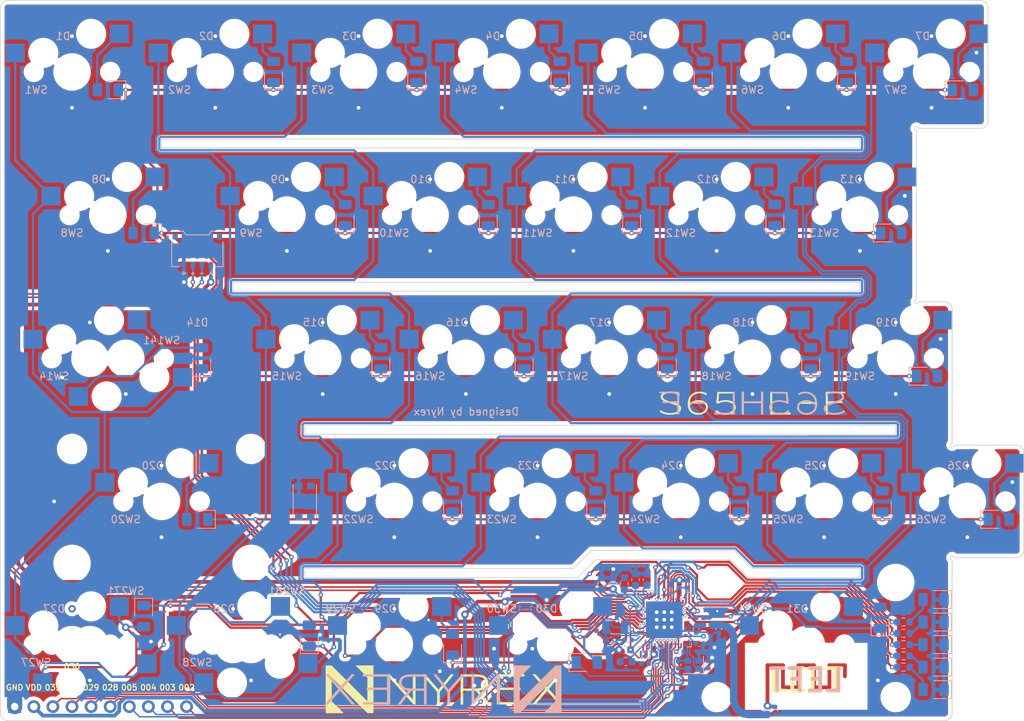
<source format=kicad_pcb>
(kicad_pcb (version 20171130) (host pcbnew "(5.1.10)-1")
  (layers (0 F.Cu signal hide) (31 B.Cu signal hide) (34 B.Paste user hide) (35 F.Paste user hide) (36 B.SilkS user hide) (37 F.SilkS user hide) (38 B.Mask user hide) (39 F.Mask user hide) (44 Edge.Cuts user))
  (net 0 "")
  (net 1 GND)
  (net 2 VDD_NRF)
  (net 3 VDDH)
  (net 4 VBUS)
  (net 5 "Net-(C8-Pad2)")
  (net 6 "Net-(C10-Pad1)")
  (net 7 "Net-(C11-Pad1)")
  (net 8 "Net-(C12-Pad1)")
  (net 9 "Net-(C13-Pad1)")
  (net 10 "Net-(C14-Pad2)")
  (net 11 "Net-(C15-Pad2)")
  (net 12 Antenna)
  (net 13 "Net-(C18-Pad1)")
  (net 14 "Net-(C19-Pad1)")
  (net 15 "Net-(C20-Pad1)")
  (net 16 111)
  (net 17 "Net-(D1-Pad2)")
  (net 18 "Net-(D2-Pad2)")
  (net 19 "Net-(D3-Pad2)")
  (net 20 "Net-(D4-Pad2)")
  (net 21 "Net-(D5-Pad2)")
  (net 22 "Net-(D6-Pad2)")
  (net 23 112)
  (net 24 "Net-(D7-Pad2)")
  (net 25 "Net-(D8-Pad2)")
  (net 26 "Net-(D9-Pad2)")
  (net 27 "Net-(D10-Pad2)")
  (net 28 "Net-(D11-Pad2)")
  (net 29 "Net-(D12-Pad2)")
  (net 30 "Net-(D13-Pad2)")
  (net 31 113)
  (net 32 "Net-(D14-Pad2)")
  (net 33 "Net-(D15-Pad2)")
  (net 34 "Net-(D16-Pad2)")
  (net 35 "Net-(D17-Pad2)")
  (net 36 "Net-(D18-Pad2)")
  (net 37 114)
  (net 38 "Net-(D19-Pad2)")
  (net 39 "Net-(D20-Pad2)")
  (net 40 "Net-(D22-Pad2)")
  (net 41 "Net-(D23-Pad2)")
  (net 42 "Net-(D24-Pad2)")
  (net 43 "Net-(D25-Pad2)")
  (net 44 115)
  (net 45 "Net-(D26-Pad2)")
  (net 46 "Net-(D27-Pad2)")
  (net 47 "Net-(D28-Pad2)")
  (net 48 "Net-(D29-Pad2)")
  (net 49 "Net-(D30-Pad2)")
  (net 50 "Net-(D31-Pad2)")
  (net 51 D+)
  (net 52 D-)
  (net 53 031)
  (net 54 030)
  (net 55 029)
  (net 56 028)
  (net 57 003)
  (net 58 002)
  (net 59 005)
  (net 60 004)
  (net 61 "Net-(L1-Pad2)")
  (net 62 "Net-(L2-Pad2)")
  (net 63 "Net-(L3-Pad1)")
  (net 64 011)
  (net 65 012)
  (net 66 013)
  (net 67 014)
  (net 68 015)
  (net 69 RESET)
  (net 70 109)
  (net 71 108)
  (net 72 107)
  (net 73 106)
  (net 74 105)
  (net 75 104)
  (net 76 025)
  (net 77 "Net-(U1-PadN1)")
  (net 78 "Net-(U1-PadL1)")
  (net 79 026)
  (net 80 "Net-(U1-PadM2)")
  (net 81 027)
  (net 82 017)
  (net 83 020)
  (net 84 022)
  (net 85 024)
  (net 86 100)
  (net 87 023)
  (net 88 021)
  (net 89 019)
  (net 90 016)
  (net 91 "Net-(U1-PadA18)")
  (net 92 110)
  (net 93 103)
  (net 94 101)
  (net 95 "Net-(U1-PadJ24)")
  (net 96 "Net-(U1-PadL24)")
  (net 97 102)
  (net 98 SWDCLK)
  (net 99 SWDIO)
  (net 100 "Net-(C17-Pad1)")
  (net 101 "Net-(D100-Pad2)")
  (net 102 "Net-(D101-Pad2)")
  (net 103 "Net-(D102-Pad2)")
  (net 104 "Net-(D103-Pad2)")
  (net 105 "Net-(D104-Pad2)")
  (module niche65logo:S65HL-F_logo (layer B.Cu) (at 190.4875 144.053125 180)
    (fp_text reference G*** hide)
    (fp_text value LOGO hide)
  )
  (module niche65logo:S65HL-F_logo (layer F.Cu) (at 190.4875 144.053125)
    (fp_text reference G*** hide)
    (fp_text value LOGO hide)
  )
  (module niche65logo:nyrexlogo (layer B.Cu) (at 161.9125 182.153125)
    (fp_text reference G*** hide)
    (fp_text value LOGO hide)
  )
  (module niche65logo:nyrexwordmark (layer B.Cu) (at 145.24375 182.153125 180)
    (fp_text reference G*** hide)
    (fp_text value LOGO hide)
  )
  (module niche65logo:nyrexwordmark (layer F.Cu) (at 153.578125 182.153125)
    (fp_text reference G*** hide)
    (fp_text value LOGO hide)
  )
  (module niche65logo:nyrexlogo (layer F.Cu) (at 136.909375 182.153125)
    (fp_text reference G*** hide)
    (fp_text value LOGO hide)
  )
  (module Connector_Molex:Molex_Pico-EZmate_78171-0004_1x04-1MP_P1.20mm_Vertical (layer B.Cu) (at 116.668742 123.812492)
    (fp_text reference J1 hide)
    (fp_text value Conn_01x04_Male)
    (pad MP smd roundrect (at 2.95 -1.9) (size 0.7 0.8) (layers B.Cu B.Paste B.Mask))
    (pad MP smd roundrect (at -2.95 -1.9) (size 0.7 0.8) (layers B.Cu B.Paste B.Mask))
    (pad 4 smd roundrect (at 1.8 1.875) (size 0.6 0.85) (layers B.Cu B.Paste B.Mask) (net 3 VDDH))
    (pad 3 smd roundrect (at 0.6 1.875) (size 0.6 0.85) (layers B.Cu B.Paste B.Mask) (net 52 D-))
    (pad 2 smd roundrect (at -0.6 1.875) (size 0.6 0.85) (layers B.Cu B.Paste B.Mask) (net 51 D+))
    (pad 1 smd roundrect (at -1.8 1.875) (size 0.6 0.85) (layers B.Cu B.Paste B.Mask) (net 1 GND))
  )
  (module keyswitches:Stabilizer_MX_2u (layer F.Cu) (at 111.90625 157.15)
    (fp_text reference REF** hide)
    (fp_text value Stabilizer_MX_2u hide)
    (pad "" np_thru_hole circle (at 11.9 8.255) (size 3.9878 3.9878) (drill 3.9878) (layers *.Cu *.Mask))
    (pad "" np_thru_hole circle (at -11.9 8.255) (size 3.9878 3.9878) (drill 3.9878) (layers *.Cu *.Mask))
    (pad "" np_thru_hole circle (at 11.9 -6.985) (size 3.048 3.048) (drill 3.048) (layers *.Cu *.Mask))
    (pad "" np_thru_hole circle (at -11.9 -6.985) (size 3.048 3.048) (drill 3.048) (layers *.Cu *.Mask))
  )
  (module keyswitches:Stabilizer_MX_2u (layer F.Cu) (at 197.63125 176.2 180)
    (fp_text reference REF** hide)
    (fp_text value Stabilizer_MX_2u hide)
    (pad "" np_thru_hole circle (at -11.9 -6.985 180) (size 3.048 3.048) (drill 3.048) (layers *.Cu *.Mask))
    (pad "" np_thru_hole circle (at 11.9 -6.985 180) (size 3.048 3.048) (drill 3.048) (layers *.Cu *.Mask))
    (pad "" np_thru_hole circle (at -11.9 8.255 180) (size 3.9878 3.9878) (drill 3.9878) (layers *.Cu *.Mask))
    (pad "" np_thru_hole circle (at 11.9 8.255 180) (size 3.9878 3.9878) (drill 3.9878) (layers *.Cu *.Mask))
  )
  (module Capacitor_SMD:C_0603_1608Metric (layer B.Cu) (at 170.45 168.09077 90)
    (fp_text reference C1 hide)
    (fp_text value 4.7uF)
    (pad 1 smd roundrect (at -0.775 0 90) (size 0.9 0.95) (layers B.Cu B.Paste B.Mask) (net 2 VDD_NRF))
    (pad 2 smd roundrect (at 0.775 0 90) (size 0.9 0.95) (layers B.Cu B.Paste B.Mask) (net 1 GND))
  )
  (module Capacitor_SMD:C_0402_1005Metric (layer B.Cu) (at 180.75 168.14077 90)
    (fp_text reference C2 hide)
    (fp_text value 100nF)
    (pad 2 smd roundrect (at 0.48 0 90) (size 0.56 0.62) (layers B.Cu B.Paste B.Mask) (net 1 GND))
    (pad 1 smd roundrect (at -0.48 0 90) (size 0.56 0.62) (layers B.Cu B.Paste B.Mask) (net 2 VDD_NRF))
  )
  (module Capacitor_SMD:C_0402_1005Metric (layer B.Cu) (at 181.75 168.14077 90)
    (fp_text reference C3 hide)
    (fp_text value 100nF)
    (pad 1 smd roundrect (at -0.48 0 90) (size 0.56 0.62) (layers B.Cu B.Paste B.Mask) (net 2 VDD_NRF))
    (pad 2 smd roundrect (at 0.48 0 90) (size 0.56 0.62) (layers B.Cu B.Paste B.Mask) (net 1 GND))
  )
  (module Capacitor_SMD:C_0402_1005Metric (layer B.Cu) (at 180.845 177.14077)
    (fp_text reference C4 hide)
    (fp_text value 100nF)
    (pad 1 smd roundrect (at -0.48 0) (size 0.56 0.62) (layers B.Cu B.Paste B.Mask) (net 2 VDD_NRF))
    (pad 2 smd roundrect (at 0.48 0) (size 0.56 0.62) (layers B.Cu B.Paste B.Mask) (net 1 GND))
  )
  (module Capacitor_SMD:C_0603_1608Metric (layer B.Cu) (at 173.5 176.89077 180)
    (fp_text reference C5 hide)
    (fp_text value 1uF)
    (pad 2 smd roundrect (at 0.775 0 180) (size 0.9 0.95) (layers B.Cu B.Paste B.Mask) (net 1 GND))
    (pad 1 smd roundrect (at -0.775 0 180) (size 0.9 0.95) (layers B.Cu B.Paste B.Mask) (net 2 VDD_NRF))
  )
  (module Capacitor_SMD:C_0603_1608Metric (layer B.Cu) (at 171.95 168.09077 90)
    (fp_text reference C6 hide)
    (fp_text value 4.7uF)
    (pad 1 smd roundrect (at -0.775 0 90) (size 0.9 0.95) (layers B.Cu B.Paste B.Mask) (net 3 VDDH))
    (pad 2 smd roundrect (at 0.775 0 90) (size 0.9 0.95) (layers B.Cu B.Paste B.Mask) (net 1 GND))
  )
  (module Capacitor_SMD:C_0603_1608Metric (layer B.Cu) (at 176.464 167.55677 270)
    (fp_text reference C7 hide)
    (fp_text value 4.7uF)
    (pad 2 smd roundrect (at 0.775 0 270) (size 0.9 0.95) (layers B.Cu B.Paste B.Mask) (net 4 VBUS))
    (pad 1 smd roundrect (at -0.775 0 270) (size 0.9 0.95) (layers B.Cu B.Paste B.Mask) (net 1 GND))
  )
  (module Capacitor_SMD:C_0603_1608Metric (layer B.Cu) (at 176.718 177.46277 180)
    (fp_text reference C8 hide)
    (fp_text value 1uF)
    (pad 1 smd roundrect (at -0.775 0 180) (size 0.9 0.95) (layers B.Cu B.Paste B.Mask) (net 1 GND))
    (pad 2 smd roundrect (at 0.775 0 180) (size 0.9 0.95) (layers B.Cu B.Paste B.Mask) (net 5 "Net-(C8-Pad2)"))
  )
  (module Capacitor_SMD:C_0402_1005Metric (layer B.Cu) (at 184.45 175.09077 180)
    (fp_text reference C9 hide)
    (fp_text value 47nF)
    (pad 2 smd roundrect (at 0.48 0 180) (size 0.56 0.62) (layers B.Cu B.Paste B.Mask) (net 5 "Net-(C8-Pad2)"))
    (pad 1 smd roundrect (at -0.48 0 180) (size 0.56 0.62) (layers B.Cu B.Paste B.Mask) (net 1 GND))
  )
  (module Capacitor_SMD:C_0603_1608Metric (layer B.Cu) (at 174.94 167.55677 90)
    (fp_text reference C10 hide)
    (fp_text value 4.7uF)
    (pad 2 smd roundrect (at 0.775 0 90) (size 0.9 0.95) (layers B.Cu B.Paste B.Mask) (net 1 GND))
    (pad 1 smd roundrect (at -0.775 0 90) (size 0.9 0.95) (layers B.Cu B.Paste B.Mask) (net 6 "Net-(C10-Pad1)"))
  )
  (module Capacitor_SMD:C_0402_1005Metric (layer B.Cu) (at 183.48 172.64077)
    (fp_text reference C11 hide)
    (fp_text value 820pF)
    (pad 2 smd roundrect (at 0.48 0) (size 0.56 0.62) (layers B.Cu B.Paste B.Mask) (net 1 GND))
    (pad 1 smd roundrect (at -0.48 0) (size 0.56 0.62) (layers B.Cu B.Paste B.Mask) (net 7 "Net-(C11-Pad1)"))
  )
  (module Capacitor_SMD:C_0402_1005Metric (layer B.Cu) (at 183.449 176.06577)
    (fp_text reference C12 hide)
    (fp_text value 100pF)
    (pad 2 smd roundrect (at 0.48 0) (size 0.56 0.62) (layers B.Cu B.Paste B.Mask) (net 1 GND))
    (pad 1 smd roundrect (at -0.48 0) (size 0.56 0.62) (layers B.Cu B.Paste B.Mask) (net 8 "Net-(C12-Pad1)"))
  )
  (module Capacitor_SMD:C_0402_1005Metric (layer B.Cu) (at 173.95 175.59077 180)
    (fp_text reference C13 hide)
    (fp_text value 100nF)
    (pad 1 smd roundrect (at -0.48 0 180) (size 0.56 0.62) (layers B.Cu B.Paste B.Mask) (net 9 "Net-(C13-Pad1)"))
    (pad 2 smd roundrect (at 0.48 0 180) (size 0.56 0.62) (layers B.Cu B.Paste B.Mask) (net 1 GND))
  )
  (module Capacitor_SMD:C_0402_1005Metric (layer B.Cu) (at 171.65 175.59077 180)
    (fp_text reference C14 hide)
    (fp_text value 12pF)
    (pad 1 smd roundrect (at -0.48 0 180) (size 0.56 0.62) (layers B.Cu B.Paste B.Mask) (net 1 GND))
    (pad 2 smd roundrect (at 0.48 0 180) (size 0.56 0.62) (layers B.Cu B.Paste B.Mask) (net 10 "Net-(C14-Pad2)"))
  )
  (module Capacitor_SMD:C_0402_1005Metric (layer B.Cu) (at 169.75 173.89077 90)
    (fp_text reference C15 hide)
    (fp_text value 12pF)
    (pad 2 smd roundrect (at 0.48 0 90) (size 0.56 0.62) (layers B.Cu B.Paste B.Mask) (net 11 "Net-(C15-Pad2)"))
    (pad 1 smd roundrect (at -0.48 0 90) (size 0.56 0.62) (layers B.Cu B.Paste B.Mask) (net 1 GND))
  )
  (module Capacitor_SMD:C_0402_1005Metric (layer B.Cu) (at 193.48125 184.99 270)
    (fp_text reference C16 hide)
    (fp_text value 1.5pF)
    (pad 1 smd roundrect (at -0.48 0 270) (size 0.56 0.62) (layers B.Cu B.Paste B.Mask) (net 12 Antenna))
    (pad 2 smd roundrect (at 0.48 0 270) (size 0.56 0.62) (layers B.Cu B.Paste B.Mask) (net 1 GND))
  )
  (module Capacitor_SMD:C_0402_1005Metric (layer B.Cu) (at 186 174.14077 270)
    (fp_text reference C17 hide)
    (fp_text value 1pF)
    (pad 2 smd roundrect (at 0.48 0 270) (size 0.56 0.62) (layers B.Cu B.Paste B.Mask) (net 1 GND))
    (pad 1 smd roundrect (at -0.48 0 270) (size 0.56 0.62) (layers B.Cu B.Paste B.Mask) (net 100 "Net-(C17-Pad1)"))
  )
  (module Capacitor_SMD:C_0402_1005Metric (layer B.Cu) (at 183 174.14077 270)
    (fp_text reference C18 hide)
    (fp_text value 1pF)
    (pad 1 smd roundrect (at -0.48 0 270) (size 0.56 0.62) (layers B.Cu B.Paste B.Mask) (net 13 "Net-(C18-Pad1)"))
    (pad 2 smd roundrect (at 0.48 0 270) (size 0.56 0.62) (layers B.Cu B.Paste B.Mask) (net 1 GND))
  )
  (module Capacitor_SMD:C_0402_1005Metric (layer B.Cu) (at 184.615 178.89077 90)
    (fp_text reference C19 hide)
    (fp_text value 12pF)
    (pad 1 smd roundrect (at -0.48 0 90) (size 0.56 0.62) (layers B.Cu B.Paste B.Mask) (net 14 "Net-(C19-Pad1)"))
    (pad 2 smd roundrect (at 0.48 0 90) (size 0.56 0.62) (layers B.Cu B.Paste B.Mask) (net 1 GND))
  )
  (module Capacitor_SMD:C_0402_1005Metric (layer B.Cu) (at 180.615 178.89077 270)
    (fp_text reference C20 hide)
    (fp_text value 12pF)
    (pad 2 smd roundrect (at 0.48 0 270) (size 0.56 0.62) (layers B.Cu B.Paste B.Mask) (net 1 GND))
    (pad 1 smd roundrect (at -0.48 0 270) (size 0.56 0.62) (layers B.Cu B.Paste B.Mask) (net 15 "Net-(C20-Pad1)"))
  )
  (module Diode_SMD:D_1206_3216Metric (layer B.Cu) (at 104.7625 102.38125 180)
    (fp_text reference D1 (at 5.953125 7.14375) (layer B.SilkS) (effects (justify mirror)))
    (fp_text value D)
    (pad 2 smd roundrect (at 1.4 0 180) (size 1.25 1.75) (layers B.Cu B.Paste B.Mask) (roundrect_rratio 0.2) (net 17 "Net-(D1-Pad2)"))
    (pad 1 smd roundrect (at -1.4 0 180) (size 1.25 1.75) (layers B.Cu B.Paste B.Mask) (roundrect_rratio 0.2) (net 16 111))
  )
  (module Diode_SMD:D_1206_3216Metric (layer B.Cu) (at 126.789085 100 90)
    (fp_text reference D2 (at 4.7625 -8.92971 180) (layer B.SilkS) (effects (justify mirror)))
    (fp_text value D)
    (pad 1 smd roundrect (at -1.4 0 90) (size 1.25 1.75) (layers B.Cu B.Paste B.Mask) (roundrect_rratio 0.2) (net 16 111))
    (pad 2 smd roundrect (at 1.4 0 90) (size 1.25 1.75) (layers B.Cu B.Paste B.Mask) (roundrect_rratio 0.2) (net 18 "Net-(D2-Pad2)"))
  )
  (module Diode_SMD:D_1206_3216Metric (layer B.Cu) (at 145.839101 100 90)
    (fp_text reference D3 (at 4.7625 -8.929726 180) (layer B.SilkS) (effects (justify mirror)))
    (fp_text value D)
    (pad 1 smd roundrect (at -1.4 0 90) (size 1.25 1.75) (layers B.Cu B.Paste B.Mask) (roundrect_rratio 0.2) (net 16 111))
    (pad 2 smd roundrect (at 1.4 0 90) (size 1.25 1.75) (layers B.Cu B.Paste B.Mask) (roundrect_rratio 0.2) (net 19 "Net-(D3-Pad2)"))
  )
  (module Diode_SMD:D_1206_3216Metric (layer B.Cu) (at 164.889117 100 90)
    (fp_text reference D4 (at 4.7625 -8.929742 180) (layer B.SilkS) (effects (justify mirror)))
    (fp_text value D)
    (pad 2 smd roundrect (at 1.4 0 90) (size 1.25 1.75) (layers B.Cu B.Paste B.Mask) (roundrect_rratio 0.2) (net 20 "Net-(D4-Pad2)"))
    (pad 1 smd roundrect (at -1.4 0 90) (size 1.25 1.75) (layers B.Cu B.Paste B.Mask) (roundrect_rratio 0.2) (net 16 111))
  )
  (module Diode_SMD:D_1206_3216Metric (layer B.Cu) (at 183.939133 100 90)
    (fp_text reference D5 (at 4.7625 -8.929758 180) (layer B.SilkS) (effects (justify mirror)))
    (fp_text value D)
    (pad 2 smd roundrect (at 1.4 0 90) (size 1.25 1.75) (layers B.Cu B.Paste B.Mask) (roundrect_rratio 0.2) (net 21 "Net-(D5-Pad2)"))
    (pad 1 smd roundrect (at -1.4 0 90) (size 1.25 1.75) (layers B.Cu B.Paste B.Mask) (roundrect_rratio 0.2) (net 16 111))
  )
  (module Diode_SMD:D_1206_3216Metric (layer B.Cu) (at 202.989149 100 90)
    (fp_text reference D6 (at 4.7625 -8.929774 180) (layer B.SilkS) (effects (justify mirror)))
    (fp_text value D)
    (pad 1 smd roundrect (at -1.4 0 90) (size 1.25 1.75) (layers B.Cu B.Paste B.Mask) (roundrect_rratio 0.2) (net 16 111))
    (pad 2 smd roundrect (at 1.4 0 90) (size 1.25 1.75) (layers B.Cu B.Paste B.Mask) (roundrect_rratio 0.2) (net 22 "Net-(D6-Pad2)"))
  )
  (module Diode_SMD:D_1206_3216Metric (layer B.Cu) (at 218.467287 102.381252)
    (fp_text reference D7 (at -5.357912 -7.143752) (layer B.SilkS) (effects (justify mirror)))
    (fp_text value D)
    (pad 1 smd roundrect (at -1.4 0) (size 1.25 1.75) (layers B.Cu B.Paste B.Mask) (roundrect_rratio 0.2) (net 16 111))
    (pad 2 smd roundrect (at 1.4 0) (size 1.25 1.75) (layers B.Cu B.Paste B.Mask) (roundrect_rratio 0.2) (net 24 "Net-(D7-Pad2)"))
  )
  (module Diode_SMD:D_1206_3216Metric (layer B.Cu) (at 109.524992 121.431242 180)
    (fp_text reference D8 (at 5.953117 7.143742) (layer B.SilkS) (effects (justify mirror)))
    (fp_text value D)
    (pad 2 smd roundrect (at 1.4 0 180) (size 1.25 1.75) (layers B.Cu B.Paste B.Mask) (roundrect_rratio 0.2) (net 25 "Net-(D8-Pad2)"))
    (pad 1 smd roundrect (at -1.4 0 180) (size 1.25 1.75) (layers B.Cu B.Paste B.Mask) (roundrect_rratio 0.2) (net 23 112))
  )
  (module Diode_SMD:D_1206_3216Metric (layer B.Cu) (at 136.314093 119.050016 90)
    (fp_text reference D9 (at 4.762516 -8.929718 180) (layer B.SilkS) (effects (justify mirror)))
    (fp_text value D)
    (pad 1 smd roundrect (at -1.4 0 90) (size 1.25 1.75) (layers B.Cu B.Paste B.Mask) (roundrect_rratio 0.2) (net 23 112))
    (pad 2 smd roundrect (at 1.4 0 90) (size 1.25 1.75) (layers B.Cu B.Paste B.Mask) (roundrect_rratio 0.2) (net 26 "Net-(D9-Pad2)"))
  )
  (module Diode_SMD:D_1206_3216Metric (layer B.Cu) (at 155.364109 119.050016 90)
    (fp_text reference D10 (at 4.762516 -8.929734 180) (layer B.SilkS) (effects (justify mirror)))
    (fp_text value D)
    (pad 2 smd roundrect (at 1.4 0 90) (size 1.25 1.75) (layers B.Cu B.Paste B.Mask) (roundrect_rratio 0.2) (net 27 "Net-(D10-Pad2)"))
    (pad 1 smd roundrect (at -1.4 0 90) (size 1.25 1.75) (layers B.Cu B.Paste B.Mask) (roundrect_rratio 0.2) (net 23 112))
  )
  (module Diode_SMD:D_1206_3216Metric (layer B.Cu) (at 174.414125 119.050016 90)
    (fp_text reference D11 (at 4.762516 -8.92975 180) (layer B.SilkS) (effects (justify mirror)))
    (fp_text value D)
    (pad 1 smd roundrect (at -1.4 0 90) (size 1.25 1.75) (layers B.Cu B.Paste B.Mask) (roundrect_rratio 0.2) (net 23 112))
    (pad 2 smd roundrect (at 1.4 0 90) (size 1.25 1.75) (layers B.Cu B.Paste B.Mask) (roundrect_rratio 0.2) (net 28 "Net-(D11-Pad2)"))
  )
  (module Diode_SMD:D_1206_3216Metric (layer B.Cu) (at 193.464141 119.050016 90)
    (fp_text reference D12 (at 4.762516 -8.929766 180) (layer B.SilkS) (effects (justify mirror)))
    (fp_text value D)
    (pad 1 smd roundrect (at -1.4 0 90) (size 1.25 1.75) (layers B.Cu B.Paste B.Mask) (roundrect_rratio 0.2) (net 23 112))
    (pad 2 smd roundrect (at 1.4 0 90) (size 1.25 1.75) (layers B.Cu B.Paste B.Mask) (roundrect_rratio 0.2) (net 29 "Net-(D12-Pad2)"))
  )
  (module Diode_SMD:D_1206_3216Metric (layer B.Cu) (at 208.942279 121.431268)
    (fp_text reference D13 (at -5.357904 -7.143768) (layer B.SilkS) (effects (justify mirror)))
    (fp_text value D)
    (pad 2 smd roundrect (at 1.4 0) (size 1.25 1.75) (layers B.Cu B.Paste B.Mask) (roundrect_rratio 0.2) (net 30 "Net-(D13-Pad2)"))
    (pad 1 smd roundrect (at -1.4 0) (size 1.25 1.75) (layers B.Cu B.Paste B.Mask) (roundrect_rratio 0.2) (net 23 112))
  )
  (module Diode_SMD:D_1206_3216Metric (layer B.Cu) (at 117.264077 138.100032 90)
    (fp_text reference D14 (at 4.762532 -0.595327 180) (layer B.SilkS) (effects (justify mirror)))
    (fp_text value D)
    (pad 2 smd roundrect (at 1.4 0 90) (size 1.25 1.75) (layers B.Cu B.Paste B.Mask) (roundrect_rratio 0.2) (net 32 "Net-(D14-Pad2)"))
    (pad 1 smd roundrect (at -1.4 0 90) (size 1.25 1.75) (layers B.Cu B.Paste B.Mask) (roundrect_rratio 0.2) (net 31 113))
  )
  (module Diode_SMD:D_1206_3216Metric (layer B.Cu) (at 141.076597 138.100032 90)
    (fp_text reference D15 (at 4.762532 -8.929722 180) (layer B.SilkS) (effects (justify mirror)))
    (fp_text value D)
    (pad 2 smd roundrect (at 1.4 0 90) (size 1.25 1.75) (layers B.Cu B.Paste B.Mask) (roundrect_rratio 0.2) (net 33 "Net-(D15-Pad2)"))
    (pad 1 smd roundrect (at -1.4 0 90) (size 1.25 1.75) (layers B.Cu B.Paste B.Mask) (roundrect_rratio 0.2) (net 31 113))
  )
  (module Diode_SMD:D_1206_3216Metric (layer B.Cu) (at 160.126613 138.100032 90)
    (fp_text reference D16 (at 4.762532 -8.929738 180) (layer B.SilkS) (effects (justify mirror)))
    (fp_text value D)
    (pad 1 smd roundrect (at -1.4 0 90) (size 1.25 1.75) (layers B.Cu B.Paste B.Mask) (roundrect_rratio 0.2) (net 31 113))
    (pad 2 smd roundrect (at 1.4 0 90) (size 1.25 1.75) (layers B.Cu B.Paste B.Mask) (roundrect_rratio 0.2) (net 34 "Net-(D16-Pad2)"))
  )
  (module Diode_SMD:D_1206_3216Metric (layer B.Cu) (at 179.176629 138.100032 90)
    (fp_text reference D17 (at 4.762532 -8.929754 180) (layer B.SilkS) (effects (justify mirror)))
    (fp_text value D)
    (pad 1 smd roundrect (at -1.4 0 90) (size 1.25 1.75) (layers B.Cu B.Paste B.Mask) (roundrect_rratio 0.2) (net 31 113))
    (pad 2 smd roundrect (at 1.4 0 90) (size 1.25 1.75) (layers B.Cu B.Paste B.Mask) (roundrect_rratio 0.2) (net 35 "Net-(D17-Pad2)"))
  )
  (module Diode_SMD:D_1206_3216Metric (layer B.Cu) (at 198.226645 138.100032 90)
    (fp_text reference D18 (at 4.762532 -8.92977 180) (layer B.SilkS) (effects (justify mirror)))
    (fp_text value D)
    (pad 1 smd roundrect (at -1.4 0 90) (size 1.25 1.75) (layers B.Cu B.Paste B.Mask) (roundrect_rratio 0.2) (net 31 113))
    (pad 2 smd roundrect (at 1.4 0 90) (size 1.25 1.75) (layers B.Cu B.Paste B.Mask) (roundrect_rratio 0.2) (net 36 "Net-(D18-Pad2)"))
  )
  (module Diode_SMD:D_1206_3216Metric (layer B.Cu) (at 213.704783 140.481284)
    (fp_text reference D19 (at -5.357908 -7.143784) (layer B.SilkS) (effects (justify mirror)))
    (fp_text value D)
    (pad 2 smd roundrect (at 1.4 0) (size 1.25 1.75) (layers B.Cu B.Paste B.Mask) (roundrect_rratio 0.2) (net 38 "Net-(D19-Pad2)"))
    (pad 1 smd roundrect (at -1.4 0) (size 1.25 1.75) (layers B.Cu B.Paste B.Mask) (roundrect_rratio 0.2) (net 31 113))
  )
  (module Diode_SMD:D_1206_3216Metric (layer B.Cu) (at 116.66875 159.53125 180)
    (fp_text reference D20 (at 5.953125 7.14375) (layer B.SilkS) (effects (justify mirror)))
    (fp_text value D)
    (pad 2 smd roundrect (at 1.4 0 180) (size 1.25 1.75) (layers B.Cu B.Paste B.Mask) (roundrect_rratio 0.2) (net 39 "Net-(D20-Pad2)"))
    (pad 1 smd roundrect (at -1.4 0 180) (size 1.25 1.75) (layers B.Cu B.Paste B.Mask) (roundrect_rratio 0.2) (net 37 114))
  )
  (module Diode_SMD:D_1206_3216Metric (layer B.Cu) (at 150.601605 157.150048 90)
    (fp_text reference D22 (at 4.762548 -8.92973 180) (layer B.SilkS) (effects (justify mirror)))
    (fp_text value D)
    (pad 1 smd roundrect (at -1.4 0 90) (size 1.25 1.75) (layers B.Cu B.Paste B.Mask) (roundrect_rratio 0.2) (net 37 114))
    (pad 2 smd roundrect (at 1.4 0 90) (size 1.25 1.75) (layers B.Cu B.Paste B.Mask) (roundrect_rratio 0.2) (net 40 "Net-(D22-Pad2)"))
  )
  (module Diode_SMD:D_1206_3216Metric (layer B.Cu) (at 169.651621 157.150048 90)
    (fp_text reference D23 (at 4.762548 -8.929746 180) (layer B.SilkS) (effects (justify mirror)))
    (fp_text value D)
    (pad 2 smd roundrect (at 1.4 0 90) (size 1.25 1.75) (layers B.Cu B.Paste B.Mask) (roundrect_rratio 0.2) (net 41 "Net-(D23-Pad2)"))
    (pad 1 smd roundrect (at -1.4 0 90) (size 1.25 1.75) (layers B.Cu B.Paste B.Mask) (roundrect_rratio 0.2) (net 37 114))
  )
  (module Diode_SMD:D_1206_3216Metric (layer B.Cu) (at 188.701637 157.150048 90)
    (fp_text reference D24 (at 4.762548 -8.929762 180) (layer B.SilkS) (effects (justify mirror)))
    (fp_text value D)
    (pad 1 smd roundrect (at -1.4 0 90) (size 1.25 1.75) (layers B.Cu B.Paste B.Mask) (roundrect_rratio 0.2) (net 37 114))
    (pad 2 smd roundrect (at 1.4 0 90) (size 1.25 1.75) (layers B.Cu B.Paste B.Mask) (roundrect_rratio 0.2) (net 42 "Net-(D24-Pad2)"))
  )
  (module Diode_SMD:D_1206_3216Metric (layer B.Cu) (at 207.751653 157.150048 90)
    (fp_text reference D25 (at 4.762548 -8.929778 180) (layer B.SilkS) (effects (justify mirror)))
    (fp_text value D)
    (pad 2 smd roundrect (at 1.4 0 90) (size 1.25 1.75) (layers B.Cu B.Paste B.Mask) (roundrect_rratio 0.2) (net 43 "Net-(D25-Pad2)"))
    (pad 1 smd roundrect (at -1.4 0 90) (size 1.25 1.75) (layers B.Cu B.Paste B.Mask) (roundrect_rratio 0.2) (net 37 114))
  )
  (module Diode_SMD:D_1206_3216Metric (layer B.Cu) (at 223.229791 159.5313)
    (fp_text reference D26 (at -5.357916 -7.1438) (layer B.SilkS) (effects (justify mirror)))
    (fp_text value D)
    (pad 1 smd roundrect (at -1.4 0) (size 1.25 1.75) (layers B.Cu B.Paste B.Mask) (roundrect_rratio 0.2) (net 37 114))
    (pad 2 smd roundrect (at 1.4 0) (size 1.25 1.75) (layers B.Cu B.Paste B.Mask) (roundrect_rratio 0.2) (net 45 "Net-(D26-Pad2)"))
  )
  (module Diode_SMD:D_1206_3216Metric (layer B.Cu) (at 109.525 172.418812 270)
    (fp_text reference D27 (at -0.981312 11.90625 180) (layer B.SilkS) (effects (justify mirror)))
    (fp_text value D)
    (pad 1 smd roundrect (at -1.4 0 270) (size 1.25 1.75) (layers B.Cu B.Paste B.Mask) (roundrect_rratio 0.2) (net 44 115))
    (pad 2 smd roundrect (at 1.4 0 270) (size 1.25 1.75) (layers B.Cu B.Paste B.Mask) (roundrect_rratio 0.2) (net 46 "Net-(D27-Pad2)"))
  )
  (module Diode_SMD:D_1206_3216Metric (layer B.Cu) (at 131.551589 175.009438 90)
    (fp_text reference D28 (at 3.571938 -11.310964 180) (layer B.SilkS) (effects (justify mirror)))
    (fp_text value D)
    (pad 1 smd roundrect (at -1.4 0 90) (size 1.25 1.75) (layers B.Cu B.Paste B.Mask) (roundrect_rratio 0.2) (net 44 115))
    (pad 2 smd roundrect (at 1.4 0 90) (size 1.25 1.75) (layers B.Cu B.Paste B.Mask) (roundrect_rratio 0.2) (net 47 "Net-(D28-Pad2)"))
  )
  (module Diode_SMD:D_1206_3216Metric (layer B.Cu) (at 150.601605 176.200064 90)
    (fp_text reference D29 (at 4.762564 -8.92973 180) (layer B.SilkS) (effects (justify mirror)))
    (fp_text value D)
    (pad 2 smd roundrect (at 1.4 0 90) (size 1.25 1.75) (layers B.Cu B.Paste B.Mask) (roundrect_rratio 0.2) (net 48 "Net-(D29-Pad2)"))
    (pad 1 smd roundrect (at -1.4 0 90) (size 1.25 1.75) (layers B.Cu B.Paste B.Mask) (roundrect_rratio 0.2) (net 44 115))
  )
  (module Diode_SMD:D_1206_3216Metric (layer B.Cu) (at 168.460899 178.581316)
    (fp_text reference D30 (at -5.357774 -7.143816) (layer B.SilkS) (effects (justify mirror)))
    (fp_text value D)
    (pad 2 smd roundrect (at 1.4 0) (size 1.25 1.75) (layers B.Cu B.Paste B.Mask) (roundrect_rratio 0.2) (net 49 "Net-(D30-Pad2)"))
    (pad 1 smd roundrect (at -1.4 0) (size 1.25 1.75) (layers B.Cu B.Paste B.Mask) (roundrect_rratio 0.2) (net 44 115))
  )
  (module Diode_SMD:D_1206_3216Metric (layer B.Cu) (at 207.453889 172.628186 90)
    (fp_text reference D31 (at 1.190686 -11.013264 180) (layer B.SilkS) (effects (justify mirror)))
    (fp_text value D)
    (pad 2 smd roundrect (at 1.4 0 90) (size 1.25 1.75) (layers B.Cu B.Paste B.Mask) (roundrect_rratio 0.2) (net 50 "Net-(D31-Pad2)"))
    (pad 1 smd roundrect (at -1.4 0 90) (size 1.25 1.75) (layers B.Cu B.Paste B.Mask) (roundrect_rratio 0.2) (net 44 115))
  )
  (module LED_SMD:LED_1206_3216Metric (layer B.Cu) (at 214.5625 170.2 180)
    (fp_text reference D100 hide)
    (fp_text value LED)
    (pad 2 smd roundrect (at 1.4 0 180) (size 1.25 1.75) (layers B.Cu B.Paste B.Mask) (roundrect_rratio 0.2) (net 101 "Net-(D100-Pad2)"))
    (pad 1 smd roundrect (at -1.4 0 180) (size 1.25 1.75) (layers B.Cu B.Paste B.Mask) (roundrect_rratio 0.2) (net 1 GND))
  )
  (module LED_SMD:LED_1206_3216Metric (layer B.Cu) (at 214.5625 173.2 180)
    (fp_text reference D101 hide)
    (fp_text value LED)
    (pad 1 smd roundrect (at -1.4 0 180) (size 1.25 1.75) (layers B.Cu B.Paste B.Mask) (roundrect_rratio 0.2) (net 1 GND))
    (pad 2 smd roundrect (at 1.4 0 180) (size 1.25 1.75) (layers B.Cu B.Paste B.Mask) (roundrect_rratio 0.2) (net 102 "Net-(D101-Pad2)"))
  )
  (module LED_SMD:LED_1206_3216Metric (layer B.Cu) (at 214.5625 176.200064 180)
    (fp_text reference D102 hide)
    (fp_text value LED)
    (pad 1 smd roundrect (at -1.4 0 180) (size 1.25 1.75) (layers B.Cu B.Paste B.Mask) (roundrect_rratio 0.2) (net 1 GND))
    (pad 2 smd roundrect (at 1.4 0 180) (size 1.25 1.75) (layers B.Cu B.Paste B.Mask) (roundrect_rratio 0.2) (net 103 "Net-(D102-Pad2)"))
  )
  (module LED_SMD:LED_1206_3216Metric (layer B.Cu) (at 214.5625 179.2 180)
    (fp_text reference D103 hide)
    (fp_text value LED)
    (pad 1 smd roundrect (at -1.4 0 180) (size 1.25 1.75) (layers B.Cu B.Paste B.Mask) (roundrect_rratio 0.2) (net 1 GND))
    (pad 2 smd roundrect (at 1.4 0 180) (size 1.25 1.75) (layers B.Cu B.Paste B.Mask) (roundrect_rratio 0.2) (net 104 "Net-(D103-Pad2)"))
  )
  (module LED_SMD:LED_1206_3216Metric (layer B.Cu) (at 214.5625 182.2 180)
    (fp_text reference D104 hide)
    (fp_text value LED)
    (pad 2 smd roundrect (at 1.4 0 180) (size 1.25 1.75) (layers B.Cu B.Paste B.Mask) (roundrect_rratio 0.2) (net 105 "Net-(D104-Pad2)"))
    (pad 1 smd roundrect (at -1.4 0 180) (size 1.25 1.75) (layers B.Cu B.Paste B.Mask) (roundrect_rratio 0.2) (net 1 GND))
  )
  (module Inductor_SMD:L_0402_1005Metric (layer B.Cu) (at 176.21 178.73277 180)
    (fp_text reference L1 (at 0 1.17) (layer B.SilkS) (effects (justify mirror)))
    (fp_text value 15nH)
    (pad 2 smd roundrect (at 0.485 0 180) (size 0.59 0.64) (layers B.Cu B.Paste B.Mask) (net 61 "Net-(L1-Pad2)"))
    (pad 1 smd roundrect (at -0.485 0 180) (size 0.59 0.64) (layers B.Cu B.Paste B.Mask) (net 5 "Net-(C8-Pad2)"))
  )
  (module Inductor_SMD:L_0603_1608Metric (layer B.Cu) (at 173.67 178.47877 180)
    (fp_text reference L2 hide)
    (fp_text value 10uH)
    (pad 2 smd roundrect (at 0.7875 0 180) (size 0.875 0.95) (layers B.Cu B.Paste B.Mask) (net 62 "Net-(L2-Pad2)"))
    (pad 1 smd roundrect (at -0.7875 0 180) (size 0.875 0.95) (layers B.Cu B.Paste B.Mask) (net 61 "Net-(L1-Pad2)"))
  )
  (module Inductor_SMD:L_0603_1608Metric (layer B.Cu) (at 173.45 168.09077 90)
    (fp_text reference L3 hide)
    (fp_text value 10uH)
    (pad 2 smd roundrect (at 0.7875 0 90) (size 0.875 0.95) (layers B.Cu B.Paste B.Mask) (net 2 VDD_NRF))
    (pad 1 smd roundrect (at -0.7875 0 90) (size 0.875 0.95) (layers B.Cu B.Paste B.Mask) (net 63 "Net-(L3-Pad1)"))
  )
  (module Inductor_SMD:L_0402_1005Metric (layer B.Cu) (at 184.5 173.64077 180)
    (fp_text reference L4 hide)
    (fp_text value 4.7nH)
    (pad 1 smd roundrect (at -0.485 0 180) (size 0.59 0.64) (layers B.Cu B.Paste B.Mask) (net 100 "Net-(C17-Pad1)"))
    (pad 2 smd roundrect (at 0.485 0 180) (size 0.59 0.64) (layers B.Cu B.Paste B.Mask) (net 13 "Net-(C18-Pad1)"))
  )
  (module Resistor_SMD:R_0603_1608Metric (layer B.Cu) (at 210.5625 173.2 180)
    (fp_text reference R1 hide)
    (fp_text value 750)
    (pad 1 smd roundrect (at -0.825 0 180) (size 0.8 0.95) (layers B.Cu B.Paste B.Mask) (net 101 "Net-(D100-Pad2)"))
    (pad 2 smd roundrect (at 0.825 0 180) (size 0.8 0.95) (layers B.Cu B.Paste B.Mask) (net 64 011))
  )
  (module Resistor_SMD:R_0603_1608Metric (layer B.Cu) (at 210.5625 174.700064 180)
    (fp_text reference R2 hide)
    (fp_text value 750)
    (pad 1 smd roundrect (at -0.825 0 180) (size 0.8 0.95) (layers B.Cu B.Paste B.Mask) (net 102 "Net-(D101-Pad2)"))
    (pad 2 smd roundrect (at 0.825 0 180) (size 0.8 0.95) (layers B.Cu B.Paste B.Mask) (net 65 012))
  )
  (module Resistor_SMD:R_0603_1608Metric (layer B.Cu) (at 210.5625 176.200064 180)
    (fp_text reference R3 hide)
    (fp_text value 750)
    (pad 1 smd roundrect (at -0.825 0 180) (size 0.8 0.95) (layers B.Cu B.Paste B.Mask) (net 103 "Net-(D102-Pad2)"))
    (pad 2 smd roundrect (at 0.825 0 180) (size 0.8 0.95) (layers B.Cu B.Paste B.Mask) (net 66 013))
  )
  (module Resistor_SMD:R_0603_1608Metric (layer B.Cu) (at 210.5625 177.7 180)
    (fp_text reference R4 hide)
    (fp_text value 750)
    (pad 2 smd roundrect (at 0.825 0 180) (size 0.8 0.95) (layers B.Cu B.Paste B.Mask) (net 67 014))
    (pad 1 smd roundrect (at -0.825 0 180) (size 0.8 0.95) (layers B.Cu B.Paste B.Mask) (net 104 "Net-(D103-Pad2)"))
  )
  (module Resistor_SMD:R_0603_1608Metric (layer B.Cu) (at 210.5625 179.2 180)
    (fp_text reference R5 hide)
    (fp_text value 750)
    (pad 2 smd roundrect (at 0.825 0 180) (size 0.8 0.95) (layers B.Cu B.Paste B.Mask) (net 68 015))
    (pad 1 smd roundrect (at -0.825 0 180) (size 0.8 0.95) (layers B.Cu B.Paste B.Mask) (net 105 "Net-(D104-Pad2)"))
  )
  (module Resistor_SMD:R_0402_1005Metric (layer B.Cu) (at 192.48125 184.99 90)
    (fp_text reference R6 hide)
    (fp_text value 50)
    (pad 1 smd roundrect (at -0.51 0 90) (size 0.54 0.64) (layers B.Cu B.Paste B.Mask) (net 100 "Net-(C17-Pad1)"))
    (pad 2 smd roundrect (at 0.51 0 90) (size 0.54 0.64) (layers B.Cu B.Paste B.Mask) (net 12 Antenna))
  )
  (module keyswitches:Kailh_socket_MX (layer F.Cu) (at 100 100)
    (fp_text reference SW1 (at -4.7625 2.38125) (layer B.SilkS) (effects (justify mirror)))
    (fp_text value SW_Push)
    (pad 2 smd rect (at -7.56 -2.54) (size 2.55 2.5) (layers B.Cu B.Paste B.Mask) (net 70 109))
    (pad "" np_thru_hole circle (at -5.08 0) (size 1.7018 1.7018) (drill 1.7018) (layers *.Cu *.Mask))
    (pad "" np_thru_hole circle (at 5.08 0) (size 1.7018 1.7018) (drill 1.7018) (layers *.Cu *.Mask))
    (pad "" np_thru_hole circle (at 0 0) (size 3.9878 3.9878) (drill 3.9878) (layers *.Cu *.Mask))
    (pad "" np_thru_hole circle (at -3.81 -2.54) (size 3 3) (drill 3) (layers *.Cu *.Mask))
    (pad "" np_thru_hole circle (at 2.54 -5.08) (size 3 3) (drill 3) (layers *.Cu *.Mask))
    (pad 1 smd rect (at 6.29 -5.08) (size 2.55 2.5) (layers B.Cu B.Paste B.Mask) (net 17 "Net-(D1-Pad2)"))
  )
  (module keyswitches:Kailh_socket_MX (layer F.Cu) (at 119.05 100)
    (fp_text reference SW2 (at -4.7625 2.38125) (layer B.SilkS) (effects (justify mirror)))
    (fp_text value SW_Push)
    (pad 1 smd rect (at 6.29 -5.08) (size 2.55 2.5) (layers B.Cu B.Paste B.Mask) (net 18 "Net-(D2-Pad2)"))
    (pad "" np_thru_hole circle (at 2.54 -5.08) (size 3 3) (drill 3) (layers *.Cu *.Mask))
    (pad "" np_thru_hole circle (at -3.81 -2.54) (size 3 3) (drill 3) (layers *.Cu *.Mask))
    (pad "" np_thru_hole circle (at 0 0) (size 3.9878 3.9878) (drill 3.9878) (layers *.Cu *.Mask))
    (pad "" np_thru_hole circle (at 5.08 0) (size 1.7018 1.7018) (drill 1.7018) (layers *.Cu *.Mask))
    (pad "" np_thru_hole circle (at -5.08 0) (size 1.7018 1.7018) (drill 1.7018) (layers *.Cu *.Mask))
    (pad 2 smd rect (at -7.56 -2.54) (size 2.55 2.5) (layers B.Cu B.Paste B.Mask) (net 71 108))
  )
  (module keyswitches:Kailh_socket_MX (layer F.Cu) (at 138.1 100)
    (fp_text reference SW3 (at -4.7625 2.38125) (layer B.SilkS) (effects (justify mirror)))
    (fp_text value SW_Push)
    (pad 2 smd rect (at -7.56 -2.54) (size 2.55 2.5) (layers B.Cu B.Paste B.Mask) (net 72 107))
    (pad "" np_thru_hole circle (at -5.08 0) (size 1.7018 1.7018) (drill 1.7018) (layers *.Cu *.Mask))
    (pad "" np_thru_hole circle (at 5.08 0) (size 1.7018 1.7018) (drill 1.7018) (layers *.Cu *.Mask))
    (pad "" np_thru_hole circle (at 0 0) (size 3.9878 3.9878) (drill 3.9878) (layers *.Cu *.Mask))
    (pad "" np_thru_hole circle (at -3.81 -2.54) (size 3 3) (drill 3) (layers *.Cu *.Mask))
    (pad "" np_thru_hole circle (at 2.54 -5.08) (size 3 3) (drill 3) (layers *.Cu *.Mask))
    (pad 1 smd rect (at 6.29 -5.08) (size 2.55 2.5) (layers B.Cu B.Paste B.Mask) (net 19 "Net-(D3-Pad2)"))
  )
  (module keyswitches:Kailh_socket_MX (layer F.Cu) (at 157.15 100)
    (fp_text reference SW4 (at -4.7625 2.38125) (layer B.SilkS) (effects (justify mirror)))
    (fp_text value SW_Push)
    (pad 2 smd rect (at -7.56 -2.54) (size 2.55 2.5) (layers B.Cu B.Paste B.Mask) (net 73 106))
    (pad "" np_thru_hole circle (at -5.08 0) (size 1.7018 1.7018) (drill 1.7018) (layers *.Cu *.Mask))
    (pad "" np_thru_hole circle (at 5.08 0) (size 1.7018 1.7018) (drill 1.7018) (layers *.Cu *.Mask))
    (pad "" np_thru_hole circle (at 0 0) (size 3.9878 3.9878) (drill 3.9878) (layers *.Cu *.Mask))
    (pad "" np_thru_hole circle (at -3.81 -2.54) (size 3 3) (drill 3) (layers *.Cu *.Mask))
    (pad "" np_thru_hole circle (at 2.54 -5.08) (size 3 3) (drill 3) (layers *.Cu *.Mask))
    (pad 1 smd rect (at 6.29 -5.08) (size 2.55 2.5) (layers B.Cu B.Paste B.Mask) (net 20 "Net-(D4-Pad2)"))
  )
  (module keyswitches:Kailh_socket_MX (layer F.Cu) (at 176.2 100)
    (fp_text reference SW5 (at -4.7625 2.38125) (layer B.SilkS) (effects (justify mirror)))
    (fp_text value SW_Push)
    (pad 1 smd rect (at 6.29 -5.08) (size 2.55 2.5) (layers B.Cu B.Paste B.Mask) (net 21 "Net-(D5-Pad2)"))
    (pad "" np_thru_hole circle (at 2.54 -5.08) (size 3 3) (drill 3) (layers *.Cu *.Mask))
    (pad "" np_thru_hole circle (at -3.81 -2.54) (size 3 3) (drill 3) (layers *.Cu *.Mask))
    (pad "" np_thru_hole circle (at 0 0) (size 3.9878 3.9878) (drill 3.9878) (layers *.Cu *.Mask))
    (pad "" np_thru_hole circle (at 5.08 0) (size 1.7018 1.7018) (drill 1.7018) (layers *.Cu *.Mask))
    (pad "" np_thru_hole circle (at -5.08 0) (size 1.7018 1.7018) (drill 1.7018) (layers *.Cu *.Mask))
    (pad 2 smd rect (at -7.56 -2.54) (size 2.55 2.5) (layers B.Cu B.Paste B.Mask) (net 74 105))
  )
  (module keyswitches:Kailh_socket_MX (layer F.Cu) (at 195.25 100)
    (fp_text reference SW6 (at -4.7625 2.38125) (layer B.SilkS) (effects (justify mirror)))
    (fp_text value SW_Push)
    (pad 2 smd rect (at -7.56 -2.54) (size 2.55 2.5) (layers B.Cu B.Paste B.Mask) (net 75 104))
    (pad "" np_thru_hole circle (at -5.08 0) (size 1.7018 1.7018) (drill 1.7018) (layers *.Cu *.Mask))
    (pad "" np_thru_hole circle (at 5.08 0) (size 1.7018 1.7018) (drill 1.7018) (layers *.Cu *.Mask))
    (pad "" np_thru_hole circle (at 0 0) (size 3.9878 3.9878) (drill 3.9878) (layers *.Cu *.Mask))
    (pad "" np_thru_hole circle (at -3.81 -2.54) (size 3 3) (drill 3) (layers *.Cu *.Mask))
    (pad "" np_thru_hole circle (at 2.54 -5.08) (size 3 3) (drill 3) (layers *.Cu *.Mask))
    (pad 1 smd rect (at 6.29 -5.08) (size 2.55 2.5) (layers B.Cu B.Paste B.Mask) (net 22 "Net-(D6-Pad2)"))
  )
  (module keyswitches:Kailh_socket_MX (layer F.Cu) (at 214.3 100)
    (fp_text reference SW7 (at -4.7625 2.38125) (layer B.SilkS) (effects (justify mirror)))
    (fp_text value SW_Push)
    (pad 2 smd rect (at -7.56 -2.54) (size 2.55 2.5) (layers B.Cu B.Paste B.Mask) (net 93 103))
    (pad "" np_thru_hole circle (at -5.08 0) (size 1.7018 1.7018) (drill 1.7018) (layers *.Cu *.Mask))
    (pad "" np_thru_hole circle (at 5.08 0) (size 1.7018 1.7018) (drill 1.7018) (layers *.Cu *.Mask))
    (pad "" np_thru_hole circle (at 0 0) (size 3.9878 3.9878) (drill 3.9878) (layers *.Cu *.Mask))
    (pad "" np_thru_hole circle (at -3.81 -2.54) (size 3 3) (drill 3) (layers *.Cu *.Mask))
    (pad "" np_thru_hole circle (at 2.54 -5.08) (size 3 3) (drill 3) (layers *.Cu *.Mask))
    (pad 1 smd rect (at 6.29 -5.08) (size 2.55 2.5) (layers B.Cu B.Paste B.Mask) (net 24 "Net-(D7-Pad2)"))
  )
  (module keyswitches:Kailh_socket_MX (layer F.Cu) (at 104.7625 119.05)
    (fp_text reference SW8 (at -4.7625 2.38125) (layer B.SilkS) (effects (justify mirror)))
    (fp_text value SW_Push)
    (pad 1 smd rect (at 6.29 -5.08) (size 2.55 2.5) (layers B.Cu B.Paste B.Mask) (net 25 "Net-(D8-Pad2)"))
    (pad "" np_thru_hole circle (at 2.54 -5.08) (size 3 3) (drill 3) (layers *.Cu *.Mask))
    (pad "" np_thru_hole circle (at -3.81 -2.54) (size 3 3) (drill 3) (layers *.Cu *.Mask))
    (pad "" np_thru_hole circle (at 0 0) (size 3.9878 3.9878) (drill 3.9878) (layers *.Cu *.Mask))
    (pad "" np_thru_hole circle (at 5.08 0) (size 1.7018 1.7018) (drill 1.7018) (layers *.Cu *.Mask))
    (pad "" np_thru_hole circle (at -5.08 0) (size 1.7018 1.7018) (drill 1.7018) (layers *.Cu *.Mask))
    (pad 2 smd rect (at -7.56 -2.54) (size 2.55 2.5) (layers B.Cu B.Paste B.Mask) (net 70 109))
  )
  (module keyswitches:Kailh_socket_MX (layer F.Cu) (at 128.575 119.05)
    (fp_text reference SW9 (at -4.7625 2.38125) (layer B.SilkS) (effects (justify mirror)))
    (fp_text value SW_Push)
    (pad 2 smd rect (at -7.56 -2.54) (size 2.55 2.5) (layers B.Cu B.Paste B.Mask) (net 71 108))
    (pad "" np_thru_hole circle (at -5.08 0) (size 1.7018 1.7018) (drill 1.7018) (layers *.Cu *.Mask))
    (pad "" np_thru_hole circle (at 5.08 0) (size 1.7018 1.7018) (drill 1.7018) (layers *.Cu *.Mask))
    (pad "" np_thru_hole circle (at 0 0) (size 3.9878 3.9878) (drill 3.9878) (layers *.Cu *.Mask))
    (pad "" np_thru_hole circle (at -3.81 -2.54) (size 3 3) (drill 3) (layers *.Cu *.Mask))
    (pad "" np_thru_hole circle (at 2.54 -5.08) (size 3 3) (drill 3) (layers *.Cu *.Mask))
    (pad 1 smd rect (at 6.29 -5.08) (size 2.55 2.5) (layers B.Cu B.Paste B.Mask) (net 26 "Net-(D9-Pad2)"))
  )
  (module keyswitches:Kailh_socket_MX (layer F.Cu) (at 147.625 119.05)
    (fp_text reference SW10 (at -4.7625 2.38125) (layer B.SilkS) (effects (justify mirror)))
    (fp_text value SW_Push)
    (pad 1 smd rect (at 6.29 -5.08) (size 2.55 2.5) (layers B.Cu B.Paste B.Mask) (net 27 "Net-(D10-Pad2)"))
    (pad "" np_thru_hole circle (at 2.54 -5.08) (size 3 3) (drill 3) (layers *.Cu *.Mask))
    (pad "" np_thru_hole circle (at -3.81 -2.54) (size 3 3) (drill 3) (layers *.Cu *.Mask))
    (pad "" np_thru_hole circle (at 0 0) (size 3.9878 3.9878) (drill 3.9878) (layers *.Cu *.Mask))
    (pad "" np_thru_hole circle (at 5.08 0) (size 1.7018 1.7018) (drill 1.7018) (layers *.Cu *.Mask))
    (pad "" np_thru_hole circle (at -5.08 0) (size 1.7018 1.7018) (drill 1.7018) (layers *.Cu *.Mask))
    (pad 2 smd rect (at -7.56 -2.54) (size 2.55 2.5) (layers B.Cu B.Paste B.Mask) (net 72 107))
  )
  (module keyswitches:Kailh_socket_MX (layer F.Cu) (at 166.675 119.05)
    (fp_text reference SW11 (at -4.7625 2.38125) (layer B.SilkS) (effects (justify mirror)))
    (fp_text value SW_Push)
    (pad 2 smd rect (at -7.56 -2.54) (size 2.55 2.5) (layers B.Cu B.Paste B.Mask) (net 73 106))
    (pad "" np_thru_hole circle (at -5.08 0) (size 1.7018 1.7018) (drill 1.7018) (layers *.Cu *.Mask))
    (pad "" np_thru_hole circle (at 5.08 0) (size 1.7018 1.7018) (drill 1.7018) (layers *.Cu *.Mask))
    (pad "" np_thru_hole circle (at 0 0) (size 3.9878 3.9878) (drill 3.9878) (layers *.Cu *.Mask))
    (pad "" np_thru_hole circle (at -3.81 -2.54) (size 3 3) (drill 3) (layers *.Cu *.Mask))
    (pad "" np_thru_hole circle (at 2.54 -5.08) (size 3 3) (drill 3) (layers *.Cu *.Mask))
    (pad 1 smd rect (at 6.29 -5.08) (size 2.55 2.5) (layers B.Cu B.Paste B.Mask) (net 28 "Net-(D11-Pad2)"))
  )
  (module keyswitches:Kailh_socket_MX (layer F.Cu) (at 185.725 119.05)
    (fp_text reference SW12 (at -4.7625 2.38125) (layer B.SilkS) (effects (justify mirror)))
    (fp_text value SW_Push)
    (pad 1 smd rect (at 6.29 -5.08) (size 2.55 2.5) (layers B.Cu B.Paste B.Mask) (net 29 "Net-(D12-Pad2)"))
    (pad "" np_thru_hole circle (at 2.54 -5.08) (size 3 3) (drill 3) (layers *.Cu *.Mask))
    (pad "" np_thru_hole circle (at -3.81 -2.54) (size 3 3) (drill 3) (layers *.Cu *.Mask))
    (pad "" np_thru_hole circle (at 0 0) (size 3.9878 3.9878) (drill 3.9878) (layers *.Cu *.Mask))
    (pad "" np_thru_hole circle (at 5.08 0) (size 1.7018 1.7018) (drill 1.7018) (layers *.Cu *.Mask))
    (pad "" np_thru_hole circle (at -5.08 0) (size 1.7018 1.7018) (drill 1.7018) (layers *.Cu *.Mask))
    (pad 2 smd rect (at -7.56 -2.54) (size 2.55 2.5) (layers B.Cu B.Paste B.Mask) (net 74 105))
  )
  (module keyswitches:Kailh_socket_MX (layer F.Cu) (at 204.775 119.05)
    (fp_text reference SW13 (at -4.7625 2.38125) (layer B.SilkS) (effects (justify mirror)))
    (fp_text value SW_Push)
    (pad 2 smd rect (at -7.56 -2.54) (size 2.55 2.5) (layers B.Cu B.Paste B.Mask) (net 75 104))
    (pad "" np_thru_hole circle (at -5.08 0) (size 1.7018 1.7018) (drill 1.7018) (layers *.Cu *.Mask))
    (pad "" np_thru_hole circle (at 5.08 0) (size 1.7018 1.7018) (drill 1.7018) (layers *.Cu *.Mask))
    (pad "" np_thru_hole circle (at 0 0) (size 3.9878 3.9878) (drill 3.9878) (layers *.Cu *.Mask))
    (pad "" np_thru_hole circle (at -3.81 -2.54) (size 3 3) (drill 3) (layers *.Cu *.Mask))
    (pad "" np_thru_hole circle (at 2.54 -5.08) (size 3 3) (drill 3) (layers *.Cu *.Mask))
    (pad 1 smd rect (at 6.29 -5.08) (size 2.55 2.5) (layers B.Cu B.Paste B.Mask) (net 30 "Net-(D13-Pad2)"))
  )
  (module keyswitches:Kailh_socket_MX (layer F.Cu) (at 102.38125 138.1)
    (fp_text reference SW14 (at -4.7625 2.38125) (layer B.SilkS) (effects (justify mirror)))
    (fp_text value SW_Push)
    (pad 1 smd rect (at 6.29 -5.08) (size 2.55 2.5) (layers B.Cu B.Paste B.Mask) (net 32 "Net-(D14-Pad2)"))
    (pad "" np_thru_hole circle (at 2.54 -5.08) (size 3 3) (drill 3) (layers *.Cu *.Mask))
    (pad "" np_thru_hole circle (at -3.81 -2.54) (size 3 3) (drill 3) (layers *.Cu *.Mask))
    (pad "" np_thru_hole circle (at 0 0) (size 3.9878 3.9878) (drill 3.9878) (layers *.Cu *.Mask))
    (pad "" np_thru_hole circle (at 5.08 0) (size 1.7018 1.7018) (drill 1.7018) (layers *.Cu *.Mask))
    (pad "" np_thru_hole circle (at -5.08 0) (size 1.7018 1.7018) (drill 1.7018) (layers *.Cu *.Mask))
    (pad 2 smd rect (at -7.56 -2.54) (size 2.55 2.5) (layers B.Cu B.Paste B.Mask) (net 70 109))
  )
  (module keyswitches:Kailh_socket_MX (layer F.Cu) (at 133.3375 138.1)
    (fp_text reference SW15 (at -4.7625 2.38125) (layer B.SilkS) (effects (justify mirror)))
    (fp_text value SW_Push)
    (pad 1 smd rect (at 6.29 -5.08) (size 2.55 2.5) (layers B.Cu B.Paste B.Mask) (net 33 "Net-(D15-Pad2)"))
    (pad "" np_thru_hole circle (at 2.54 -5.08) (size 3 3) (drill 3) (layers *.Cu *.Mask))
    (pad "" np_thru_hole circle (at -3.81 -2.54) (size 3 3) (drill 3) (layers *.Cu *.Mask))
    (pad "" np_thru_hole circle (at 0 0) (size 3.9878 3.9878) (drill 3.9878) (layers *.Cu *.Mask))
    (pad "" np_thru_hole circle (at 5.08 0) (size 1.7018 1.7018) (drill 1.7018) (layers *.Cu *.Mask))
    (pad "" np_thru_hole circle (at -5.08 0) (size 1.7018 1.7018) (drill 1.7018) (layers *.Cu *.Mask))
    (pad 2 smd rect (at -7.56 -2.54) (size 2.55 2.5) (layers B.Cu B.Paste B.Mask) (net 71 108))
  )
  (module keyswitches:Kailh_socket_MX (layer F.Cu) (at 152.3875 138.1)
    (fp_text reference SW16 (at -4.7625 2.38125) (layer B.SilkS) (effects (justify mirror)))
    (fp_text value SW_Push)
    (pad 2 smd rect (at -7.56 -2.54) (size 2.55 2.5) (layers B.Cu B.Paste B.Mask) (net 72 107))
    (pad "" np_thru_hole circle (at -5.08 0) (size 1.7018 1.7018) (drill 1.7018) (layers *.Cu *.Mask))
    (pad "" np_thru_hole circle (at 5.08 0) (size 1.7018 1.7018) (drill 1.7018) (layers *.Cu *.Mask))
    (pad "" np_thru_hole circle (at 0 0) (size 3.9878 3.9878) (drill 3.9878) (layers *.Cu *.Mask))
    (pad "" np_thru_hole circle (at -3.81 -2.54) (size 3 3) (drill 3) (layers *.Cu *.Mask))
    (pad "" np_thru_hole circle (at 2.54 -5.08) (size 3 3) (drill 3) (layers *.Cu *.Mask))
    (pad 1 smd rect (at 6.29 -5.08) (size 2.55 2.5) (layers B.Cu B.Paste B.Mask) (net 34 "Net-(D16-Pad2)"))
  )
  (module keyswitches:Kailh_socket_MX (layer F.Cu) (at 171.4375 138.1)
    (fp_text reference SW17 (at -4.7625 2.38125) (layer B.SilkS) (effects (justify mirror)))
    (fp_text value SW_Push)
    (pad 2 smd rect (at -7.56 -2.54) (size 2.55 2.5) (layers B.Cu B.Paste B.Mask) (net 73 106))
    (pad "" np_thru_hole circle (at -5.08 0) (size 1.7018 1.7018) (drill 1.7018) (layers *.Cu *.Mask))
    (pad "" np_thru_hole circle (at 5.08 0) (size 1.7018 1.7018) (drill 1.7018) (layers *.Cu *.Mask))
    (pad "" np_thru_hole circle (at 0 0) (size 3.9878 3.9878) (drill 3.9878) (layers *.Cu *.Mask))
    (pad "" np_thru_hole circle (at -3.81 -2.54) (size 3 3) (drill 3) (layers *.Cu *.Mask))
    (pad "" np_thru_hole circle (at 2.54 -5.08) (size 3 3) (drill 3) (layers *.Cu *.Mask))
    (pad 1 smd rect (at 6.29 -5.08) (size 2.55 2.5) (layers B.Cu B.Paste B.Mask) (net 35 "Net-(D17-Pad2)"))
  )
  (module keyswitches:Kailh_socket_MX (layer F.Cu) (at 190.4875 138.1)
    (fp_text reference SW18 (at -4.7625 2.38125) (layer B.SilkS) (effects (justify mirror)))
    (fp_text value SW_Push)
    (pad 1 smd rect (at 6.29 -5.08) (size 2.55 2.5) (layers B.Cu B.Paste B.Mask) (net 36 "Net-(D18-Pad2)"))
    (pad "" np_thru_hole circle (at 2.54 -5.08) (size 3 3) (drill 3) (layers *.Cu *.Mask))
    (pad "" np_thru_hole circle (at -3.81 -2.54) (size 3 3) (drill 3) (layers *.Cu *.Mask))
    (pad "" np_thru_hole circle (at 0 0) (size 3.9878 3.9878) (drill 3.9878) (layers *.Cu *.Mask))
    (pad "" np_thru_hole circle (at 5.08 0) (size 1.7018 1.7018) (drill 1.7018) (layers *.Cu *.Mask))
    (pad "" np_thru_hole circle (at -5.08 0) (size 1.7018 1.7018) (drill 1.7018) (layers *.Cu *.Mask))
    (pad 2 smd rect (at -7.56 -2.54) (size 2.55 2.5) (layers B.Cu B.Paste B.Mask) (net 74 105))
  )
  (module keyswitches:Kailh_socket_MX (layer F.Cu) (at 209.5375 138.1)
    (fp_text reference SW19 (at -4.7625 2.38125) (layer B.SilkS) (effects (justify mirror)))
    (fp_text value SW_Push)
    (pad 2 smd rect (at -7.56 -2.54) (size 2.55 2.5) (layers B.Cu B.Paste B.Mask) (net 75 104))
    (pad "" np_thru_hole circle (at -5.08 0) (size 1.7018 1.7018) (drill 1.7018) (layers *.Cu *.Mask))
    (pad "" np_thru_hole circle (at 5.08 0) (size 1.7018 1.7018) (drill 1.7018) (layers *.Cu *.Mask))
    (pad "" np_thru_hole circle (at 0 0) (size 3.9878 3.9878) (drill 3.9878) (layers *.Cu *.Mask))
    (pad "" np_thru_hole circle (at -3.81 -2.54) (size 3 3) (drill 3) (layers *.Cu *.Mask))
    (pad "" np_thru_hole circle (at 2.54 -5.08) (size 3 3) (drill 3) (layers *.Cu *.Mask))
    (pad 1 smd rect (at 6.29 -5.08) (size 2.55 2.5) (layers B.Cu B.Paste B.Mask) (net 38 "Net-(D19-Pad2)"))
  )
  (module keyswitches:Kailh_socket_MX (layer F.Cu) (at 111.90625 157.15)
    (fp_text reference SW20 (at -4.7625 2.38125) (layer B.SilkS) (effects (justify mirror)))
    (fp_text value SW_Push)
    (pad 1 smd rect (at 6.29 -5.08) (size 2.55 2.5) (layers B.Cu B.Paste B.Mask) (net 39 "Net-(D20-Pad2)"))
    (pad "" np_thru_hole circle (at 2.54 -5.08) (size 3 3) (drill 3) (layers *.Cu *.Mask))
    (pad "" np_thru_hole circle (at -3.81 -2.54) (size 3 3) (drill 3) (layers *.Cu *.Mask))
    (pad "" np_thru_hole circle (at 0 0) (size 3.9878 3.9878) (drill 3.9878) (layers *.Cu *.Mask))
    (pad "" np_thru_hole circle (at 5.08 0) (size 1.7018 1.7018) (drill 1.7018) (layers *.Cu *.Mask))
    (pad "" np_thru_hole circle (at -5.08 0) (size 1.7018 1.7018) (drill 1.7018) (layers *.Cu *.Mask))
    (pad 2 smd rect (at -7.56 -2.54) (size 2.55 2.5) (layers B.Cu B.Paste B.Mask) (net 70 109))
  )
  (module keyswitches:Kailh_socket_MX (layer F.Cu) (at 142.8625 157.15)
    (fp_text reference SW22 (at -4.7625 2.38125) (layer B.SilkS) (effects (justify mirror)))
    (fp_text value SW_Push)
    (pad 1 smd rect (at 6.29 -5.08) (size 2.55 2.5) (layers B.Cu B.Paste B.Mask) (net 40 "Net-(D22-Pad2)"))
    (pad "" np_thru_hole circle (at 2.54 -5.08) (size 3 3) (drill 3) (layers *.Cu *.Mask))
    (pad "" np_thru_hole circle (at -3.81 -2.54) (size 3 3) (drill 3) (layers *.Cu *.Mask))
    (pad "" np_thru_hole circle (at 0 0) (size 3.9878 3.9878) (drill 3.9878) (layers *.Cu *.Mask))
    (pad "" np_thru_hole circle (at 5.08 0) (size 1.7018 1.7018) (drill 1.7018) (layers *.Cu *.Mask))
    (pad "" np_thru_hole circle (at -5.08 0) (size 1.7018 1.7018) (drill 1.7018) (layers *.Cu *.Mask))
    (pad 2 smd rect (at -7.56 -2.54) (size 2.55 2.5) (layers B.Cu B.Paste B.Mask) (net 72 107))
  )
  (module keyswitches:Kailh_socket_MX (layer F.Cu) (at 161.9125 157.15)
    (fp_text reference SW23 (at -4.7625 2.38125) (layer B.SilkS) (effects (justify mirror)))
    (fp_text value SW_Push)
    (pad 2 smd rect (at -7.56 -2.54) (size 2.55 2.5) (layers B.Cu B.Paste B.Mask) (net 73 106))
    (pad "" np_thru_hole circle (at -5.08 0) (size 1.7018 1.7018) (drill 1.7018) (layers *.Cu *.Mask))
    (pad "" np_thru_hole circle (at 5.08 0) (size 1.7018 1.7018) (drill 1.7018) (layers *.Cu *.Mask))
    (pad "" np_thru_hole circle (at 0 0) (size 3.9878 3.9878) (drill 3.9878) (layers *.Cu *.Mask))
    (pad "" np_thru_hole circle (at -3.81 -2.54) (size 3 3) (drill 3) (layers *.Cu *.Mask))
    (pad "" np_thru_hole circle (at 2.54 -5.08) (size 3 3) (drill 3) (layers *.Cu *.Mask))
    (pad 1 smd rect (at 6.29 -5.08) (size 2.55 2.5) (layers B.Cu B.Paste B.Mask) (net 41 "Net-(D23-Pad2)"))
  )
  (module keyswitches:Kailh_socket_MX (layer F.Cu) (at 180.9625 157.15)
    (fp_text reference SW24 (at -4.7625 2.38125) (layer B.SilkS) (effects (justify mirror)))
    (fp_text value SW_Push)
    (pad 1 smd rect (at 6.29 -5.08) (size 2.55 2.5) (layers B.Cu B.Paste B.Mask) (net 42 "Net-(D24-Pad2)"))
    (pad "" np_thru_hole circle (at 2.54 -5.08) (size 3 3) (drill 3) (layers *.Cu *.Mask))
    (pad "" np_thru_hole circle (at -3.81 -2.54) (size 3 3) (drill 3) (layers *.Cu *.Mask))
    (pad "" np_thru_hole circle (at 0 0) (size 3.9878 3.9878) (drill 3.9878) (layers *.Cu *.Mask))
    (pad "" np_thru_hole circle (at 5.08 0) (size 1.7018 1.7018) (drill 1.7018) (layers *.Cu *.Mask))
    (pad "" np_thru_hole circle (at -5.08 0) (size 1.7018 1.7018) (drill 1.7018) (layers *.Cu *.Mask))
    (pad 2 smd rect (at -7.56 -2.54) (size 2.55 2.5) (layers B.Cu B.Paste B.Mask) (net 74 105))
  )
  (module keyswitches:Kailh_socket_MX (layer F.Cu) (at 200.0125 157.15)
    (fp_text reference SW25 (at -4.7625 2.38125) (layer B.SilkS) (effects (justify mirror)))
    (fp_text value SW_Push)
    (pad 2 smd rect (at -7.56 -2.54) (size 2.55 2.5) (layers B.Cu B.Paste B.Mask) (net 75 104))
    (pad "" np_thru_hole circle (at -5.08 0) (size 1.7018 1.7018) (drill 1.7018) (layers *.Cu *.Mask))
    (pad "" np_thru_hole circle (at 5.08 0) (size 1.7018 1.7018) (drill 1.7018) (layers *.Cu *.Mask))
    (pad "" np_thru_hole circle (at 0 0) (size 3.9878 3.9878) (drill 3.9878) (layers *.Cu *.Mask))
    (pad "" np_thru_hole circle (at -3.81 -2.54) (size 3 3) (drill 3) (layers *.Cu *.Mask))
    (pad "" np_thru_hole circle (at 2.54 -5.08) (size 3 3) (drill 3) (layers *.Cu *.Mask))
    (pad 1 smd rect (at 6.29 -5.08) (size 2.55 2.5) (layers B.Cu B.Paste B.Mask) (net 43 "Net-(D25-Pad2)"))
  )
  (module keyswitches:Kailh_socket_MX (layer F.Cu) (at 219.0625 157.15)
    (fp_text reference SW26 (at -4.7625 2.38125) (layer B.SilkS) (effects (justify mirror)))
    (fp_text value SW_Push)
    (pad 1 smd rect (at 6.29 -5.08) (size 2.55 2.5) (layers B.Cu B.Paste B.Mask) (net 45 "Net-(D26-Pad2)"))
    (pad "" np_thru_hole circle (at 2.54 -5.08) (size 3 3) (drill 3) (layers *.Cu *.Mask))
    (pad "" np_thru_hole circle (at -3.81 -2.54) (size 3 3) (drill 3) (layers *.Cu *.Mask))
    (pad "" np_thru_hole circle (at 0 0) (size 3.9878 3.9878) (drill 3.9878) (layers *.Cu *.Mask))
    (pad "" np_thru_hole circle (at 5.08 0) (size 1.7018 1.7018) (drill 1.7018) (layers *.Cu *.Mask))
    (pad "" np_thru_hole circle (at -5.08 0) (size 1.7018 1.7018) (drill 1.7018) (layers *.Cu *.Mask))
    (pad 2 smd rect (at -7.56 -2.54) (size 2.55 2.5) (layers B.Cu B.Paste B.Mask) (net 93 103))
  )
  (module keyswitches:Kailh_socket_MX (layer F.Cu) (at 100 176.2)
    (fp_text reference SW27 (at -4.7625 2.38125) (layer B.SilkS) (effects (justify mirror)))
    (fp_text value SW_Push)
    (pad 1 smd rect (at 6.29 -5.08) (size 2.55 2.5) (layers B.Cu B.Paste B.Mask) (net 46 "Net-(D27-Pad2)"))
    (pad "" np_thru_hole circle (at 2.54 -5.08) (size 3 3) (drill 3) (layers *.Cu *.Mask))
    (pad "" np_thru_hole circle (at -3.81 -2.54) (size 3 3) (drill 3) (layers *.Cu *.Mask))
    (pad "" np_thru_hole circle (at 0 0) (size 3.9878 3.9878) (drill 3.9878) (layers *.Cu *.Mask))
    (pad "" np_thru_hole circle (at 5.08 0) (size 1.7018 1.7018) (drill 1.7018) (layers *.Cu *.Mask))
    (pad "" np_thru_hole circle (at -5.08 0) (size 1.7018 1.7018) (drill 1.7018) (layers *.Cu *.Mask))
    (pad 2 smd rect (at -7.56 -2.54) (size 2.55 2.5) (layers B.Cu B.Paste B.Mask) (net 70 109))
  )
  (module keyswitches:Kailh_socket_MX (layer F.Cu) (at 121.43125 176.2)
    (fp_text reference SW28 (at -4.7625 2.38125) (layer B.SilkS) (effects (justify mirror)))
    (fp_text value SW_Push)
    (pad 1 smd rect (at 6.29 -5.08) (size 2.55 2.5) (layers B.Cu B.Paste B.Mask) (net 47 "Net-(D28-Pad2)"))
    (pad "" np_thru_hole circle (at 2.54 -5.08) (size 3 3) (drill 3) (layers *.Cu *.Mask))
    (pad "" np_thru_hole circle (at -3.81 -2.54) (size 3 3) (drill 3) (layers *.Cu *.Mask))
    (pad "" np_thru_hole circle (at 0 0) (size 3.9878 3.9878) (drill 3.9878) (layers *.Cu *.Mask))
    (pad "" np_thru_hole circle (at 5.08 0) (size 1.7018 1.7018) (drill 1.7018) (layers *.Cu *.Mask))
    (pad "" np_thru_hole circle (at -5.08 0) (size 1.7018 1.7018) (drill 1.7018) (layers *.Cu *.Mask))
    (pad 2 smd rect (at -7.56 -2.54) (size 2.55 2.5) (layers B.Cu B.Paste B.Mask) (net 71 108))
  )
  (module keyswitches:Kailh_socket_MX (layer F.Cu) (at 142.8625 176.2)
    (fp_text reference SW29 (at -7.14375 -4.7625) (layer B.SilkS) (effects (justify mirror)))
    (fp_text value SW_Push)
    (pad 1 smd rect (at 6.29 -5.08) (size 2.55 2.5) (layers B.Cu B.Paste B.Mask) (net 48 "Net-(D29-Pad2)"))
    (pad "" np_thru_hole circle (at 2.54 -5.08) (size 3 3) (drill 3) (layers *.Cu *.Mask))
    (pad "" np_thru_hole circle (at -3.81 -2.54) (size 3 3) (drill 3) (layers *.Cu *.Mask))
    (pad "" np_thru_hole circle (at 0 0) (size 3.9878 3.9878) (drill 3.9878) (layers *.Cu *.Mask))
    (pad "" np_thru_hole circle (at 5.08 0) (size 1.7018 1.7018) (drill 1.7018) (layers *.Cu *.Mask))
    (pad "" np_thru_hole circle (at -5.08 0) (size 1.7018 1.7018) (drill 1.7018) (layers *.Cu *.Mask))
    (pad 2 smd rect (at -7.56 -2.54) (size 2.55 2.5) (layers B.Cu B.Paste B.Mask) (net 72 107))
  )
  (module keyswitches:Kailh_socket_MX (layer F.Cu) (at 164.29375 176.2)
    (fp_text reference SW30 (at -7.14375 -4.7625) (layer B.SilkS) (effects (justify mirror)))
    (fp_text value SW_Push)
    (pad 2 smd rect (at -7.56 -2.54) (size 2.55 2.5) (layers B.Cu B.Paste B.Mask) (net 73 106))
    (pad "" np_thru_hole circle (at -5.08 0) (size 1.7018 1.7018) (drill 1.7018) (layers *.Cu *.Mask))
    (pad "" np_thru_hole circle (at 5.08 0) (size 1.7018 1.7018) (drill 1.7018) (layers *.Cu *.Mask))
    (pad "" np_thru_hole circle (at 0 0) (size 3.9878 3.9878) (drill 3.9878) (layers *.Cu *.Mask))
    (pad "" np_thru_hole circle (at -3.81 -2.54) (size 3 3) (drill 3) (layers *.Cu *.Mask))
    (pad "" np_thru_hole circle (at 2.54 -5.08) (size 3 3) (drill 3) (layers *.Cu *.Mask))
    (pad 1 smd rect (at 6.29 -5.08) (size 2.55 2.5) (layers B.Cu B.Paste B.Mask) (net 49 "Net-(D30-Pad2)"))
  )
  (module keyswitches:Kailh_socket_MX (layer F.Cu) (at 197.63125 176.2)
    (fp_text reference SW31 (at -7.14375 -4.7625) (layer B.SilkS) (effects (justify mirror)))
    (fp_text value SW_Push)
    (pad 1 smd rect (at 6.29 -5.08) (size 2.55 2.5) (layers B.Cu B.Paste B.Mask) (net 50 "Net-(D31-Pad2)"))
    (pad "" np_thru_hole circle (at 2.54 -5.08) (size 3 3) (drill 3) (layers *.Cu *.Mask))
    (pad "" np_thru_hole circle (at -3.81 -2.54) (size 3 3) (drill 3) (layers *.Cu *.Mask))
    (pad "" np_thru_hole circle (at 0 0) (size 3.9878 3.9878) (drill 3.9878) (layers *.Cu *.Mask))
    (pad "" np_thru_hole circle (at 5.08 0) (size 1.7018 1.7018) (drill 1.7018) (layers *.Cu *.Mask))
    (pad "" np_thru_hole circle (at -5.08 0) (size 1.7018 1.7018) (drill 1.7018) (layers *.Cu *.Mask))
    (pad 2 smd rect (at -7.56 -2.54) (size 2.55 2.5) (layers B.Cu B.Paste B.Mask) (net 74 105))
  )
  (module Button_Switch_SMD:SW_Push_1P1T_NO_CK_KMR2 (layer B.Cu) (at 130.95625 157.15 90)
    (fp_text reference SW100 hide)
    (fp_text value SW_Push)
    (pad 1 smd rect (at -2.05 0.8 90) (size 0.9 1) (layers B.Cu B.Paste B.Mask) (net 69 RESET))
    (pad 2 smd rect (at -2.05 -0.8 90) (size 0.9 1) (layers B.Cu B.Paste B.Mask))
    (pad 1 smd rect (at 2.05 0.8 90) (size 0.9 1) (layers B.Cu B.Paste B.Mask))
    (pad 2 smd rect (at 2.05 -0.8 90) (size 0.9 1) (layers B.Cu B.Paste B.Mask) (net 1 GND))
  )
  (module keyswitches:Kailh_socket_MX (layer F.Cu) (at 107.14375 138.1 180)
    (fp_text reference SW141 (at -4.7625 2.38125) (layer B.SilkS) (effects (justify mirror)))
    (fp_text value SW_Push)
    (pad 1 smd rect (at 6.29 -5.08 180) (size 2.55 2.5) (layers B.Cu B.Paste B.Mask) (net 32 "Net-(D14-Pad2)"))
    (pad "" np_thru_hole circle (at 2.54 -5.08 180) (size 3 3) (drill 3) (layers *.Cu *.Mask))
    (pad "" np_thru_hole circle (at -3.81 -2.54 180) (size 3 3) (drill 3) (layers *.Cu *.Mask))
    (pad "" np_thru_hole circle (at 0 0 180) (size 3.9878 3.9878) (drill 3.9878) (layers *.Cu *.Mask))
    (pad "" np_thru_hole circle (at 5.08 0 180) (size 1.7018 1.7018) (drill 1.7018) (layers *.Cu *.Mask))
    (pad "" np_thru_hole circle (at -5.08 0 180) (size 1.7018 1.7018) (drill 1.7018) (layers *.Cu *.Mask))
    (pad 2 smd rect (at -7.56 -2.54 180) (size 2.55 2.5) (layers B.Cu B.Paste B.Mask) (net 70 109))
  )
  (module keyswitches:Kailh_socket_MX (layer F.Cu) (at 102.38125 176.2 180)
    (fp_text reference SW271 (at -4.7625 7.14375) (layer B.SilkS) (effects (justify mirror)))
    (fp_text value SW_Push)
    (pad 2 smd rect (at -7.56 -2.54 180) (size 2.55 2.5) (layers B.Cu B.Paste B.Mask) (net 70 109))
    (pad "" np_thru_hole circle (at -5.08 0 180) (size 1.7018 1.7018) (drill 1.7018) (layers *.Cu *.Mask))
    (pad "" np_thru_hole circle (at 5.08 0 180) (size 1.7018 1.7018) (drill 1.7018) (layers *.Cu *.Mask))
    (pad "" np_thru_hole circle (at 0 0 180) (size 3.9878 3.9878) (drill 3.9878) (layers *.Cu *.Mask))
    (pad "" np_thru_hole circle (at -3.81 -2.54 180) (size 3 3) (drill 3) (layers *.Cu *.Mask))
    (pad "" np_thru_hole circle (at 2.54 -5.08 180) (size 3 3) (drill 3) (layers *.Cu *.Mask))
    (pad 1 smd rect (at 6.29 -5.08 180) (size 2.55 2.5) (layers B.Cu B.Paste B.Mask) (net 46 "Net-(D27-Pad2)"))
  )
  (module keyswitches:Kailh_socket_MX (layer F.Cu) (at 123.8125 176.2 180)
    (fp_text reference SW281 (at -4.7625 7.14375) (layer B.SilkS) (effects (justify mirror)))
    (fp_text value SW_Push)
    (pad 2 smd rect (at -7.56 -2.54 180) (size 2.55 2.5) (layers B.Cu B.Paste B.Mask) (net 71 108))
    (pad "" np_thru_hole circle (at -5.08 0 180) (size 1.7018 1.7018) (drill 1.7018) (layers *.Cu *.Mask))
    (pad "" np_thru_hole circle (at 5.08 0 180) (size 1.7018 1.7018) (drill 1.7018) (layers *.Cu *.Mask))
    (pad "" np_thru_hole circle (at 0 0 180) (size 3.9878 3.9878) (drill 3.9878) (layers *.Cu *.Mask))
    (pad "" np_thru_hole circle (at -3.81 -2.54 180) (size 3 3) (drill 3) (layers *.Cu *.Mask))
    (pad "" np_thru_hole circle (at 2.54 -5.08 180) (size 3 3) (drill 3) (layers *.Cu *.Mask))
    (pad 1 smd rect (at 6.29 -5.08 180) (size 2.55 2.5) (layers B.Cu B.Paste B.Mask) (net 47 "Net-(D28-Pad2)"))
  )
  (module Package_DFN_QFN:Nordic_AQFN-73-1EP_7x7mm_P0.5mm (layer B.Cu) (at 178.75 172.89077)
    (fp_text reference U1 hide)
    (fp_text value nRF52840)
    (pad EP smd rect (at 0 0 180) (size 4.85 4.85) (layers B.Cu B.Mask) (net 1 GND))
    (pad B24 smd circle (at 3.25 2.75 180) (size 0.25 0.25) (layers B.Cu B.Paste B.Mask) (net 14 "Net-(C19-Pad1)"))
    (pad D23 smd circle (at 2.75 2 180) (size 0.25 0.25) (layers B.Cu B.Paste B.Mask) (net 8 "Net-(C12-Pad1)"))
    (pad A8 smd circle (at -1.25 3.25 180) (size 0.25 0.25) (layers B.Cu B.Paste B.Mask) (net 53 031))
    (pad B3 smd circle (at -2.5 2.75 180) (size 0.25 0.25) (layers B.Cu B.Paste B.Mask) (net 62 "Net-(L2-Pad2)"))
    (pad AC21 smd circle (at 2 -2.75 180) (size 0.25 0.25) (layers B.Cu B.Paste B.Mask) (net 76 025))
    (pad AD23 smd circle (at 2.75 -3.25 180) (size 0.25 0.25) (layers B.Cu B.Paste B.Mask) (net 2 VDD_NRF))
    (pad AD2 smd circle (at -2.75 -3.25 180) (size 0.25 0.25) (layers B.Cu B.Paste B.Mask) (net 4 VBUS))
    (pad AB2 smd circle (at -2.75 -2.5 180) (size 0.25 0.25) (layers B.Cu B.Paste B.Mask) (net 63 "Net-(L3-Pad1)"))
    (pad Y2 smd circle (at -2.75 -2 180) (size 0.25 0.25) (layers B.Cu B.Paste B.Mask) (net 3 VDDH))
    (pad W1 smd circle (at -3.25 -1.75 180) (size 0.25 0.25) (layers B.Cu B.Paste B.Mask) (net 2 VDD_NRF))
    (pad U1 smd circle (at -3.25 -1.25 180) (size 0.25 0.25) (layers B.Cu B.Paste B.Mask) (net 65 012))
    (pad R1 smd circle (at -3.25 -0.75 180) (size 0.25 0.25) (layers B.Cu B.Paste B.Mask) (net 70 109))
    (pad N1 smd circle (at -3.25 -0.25 180) (size 0.25 0.25) (layers B.Cu B.Paste B.Mask) (net 77 "Net-(U1-PadN1)"))
    (pad L1 smd circle (at -3.25 0.25 180) (size 0.25 0.25) (layers B.Cu B.Paste B.Mask) (net 78 "Net-(U1-PadL1)"))
    (pad J1 smd circle (at -3.25 0.75 180) (size 0.25 0.25) (layers B.Cu B.Paste B.Mask) (net 60 004))
    (pad G1 smd circle (at -3.25 1.25 180) (size 0.25 0.25) (layers B.Cu B.Paste B.Mask) (net 79 026))
    (pad T2 smd circle (at -2.75 -1 180) (size 0.25 0.25) (layers B.Cu B.Paste B.Mask) (net 64 011))
    (pad P2 smd circle (at -2.75 -0.5 180) (size 0.25 0.25) (layers B.Cu B.Paste B.Mask) (net 71 108))
    (pad M2 smd circle (at -2.75 0 180) (size 0.25 0.25) (layers B.Cu B.Paste B.Mask) (net 80 "Net-(U1-PadM2)"))
    (pad K2 smd circle (at -2.75 0.5 180) (size 0.25 0.25) (layers B.Cu B.Paste B.Mask) (net 59 005))
    (pad H2 smd circle (at -2.75 1 180) (size 0.25 0.25) (layers B.Cu B.Paste B.Mask) (net 81 027))
    (pad F2 smd circle (at -2.75 1.5 180) (size 0.25 0.25) (layers B.Cu B.Paste B.Mask) (net 11 "Net-(C15-Pad2)"))
    (pad C1 smd circle (at -3.25 2.25 180) (size 0.25 0.25) (layers B.Cu B.Paste B.Mask) (net 9 "Net-(C13-Pad1)"))
    (pad D2 smd circle (at -2.75 2 180) (size 0.25 0.25) (layers B.Cu B.Paste B.Mask) (net 10 "Net-(C14-Pad2)"))
    (pad B1 smd circle (at -3.25 2.75 180) (size 0.25 0.25) (layers B.Cu B.Paste B.Mask) (net 2 VDD_NRF))
    (pad AD4 smd circle (at -2.25 -3.25 180) (size 0.25 0.25) (layers B.Cu B.Paste B.Mask) (net 52 D-))
    (pad AD6 smd circle (at -1.75 -3.25 180) (size 0.25 0.25) (layers B.Cu B.Paste B.Mask) (net 51 D+))
    (pad AD8 smd circle (at -1.25 -3.25 180) (size 0.25 0.25) (layers B.Cu B.Paste B.Mask) (net 66 013))
    (pad AD10 smd circle (at -0.75 -3.25 180) (size 0.25 0.25) (layers B.Cu B.Paste B.Mask) (net 68 015))
    (pad AD12 smd circle (at -0.25 -3.25 180) (size 0.25 0.25) (layers B.Cu B.Paste B.Mask) (net 82 017))
    (pad AD14 smd circle (at 0.25 -3.25 180) (size 0.25 0.25) (layers B.Cu B.Paste B.Mask) (net 2 VDD_NRF))
    (pad AD16 smd circle (at 0.75 -3.25 180) (size 0.25 0.25) (layers B.Cu B.Paste B.Mask) (net 83 020))
    (pad AD18 smd circle (at 1.25 -3.25 180) (size 0.25 0.25) (layers B.Cu B.Paste B.Mask) (net 84 022))
    (pad AD20 smd circle (at 1.75 -3.25 180) (size 0.25 0.25) (layers B.Cu B.Paste B.Mask) (net 85 024))
    (pad AD22 smd circle (at 2.25 -3.25 180) (size 0.25 0.25) (layers B.Cu B.Paste B.Mask) (net 86 100))
    (pad AC19 smd circle (at 1.5 -2.75 180) (size 0.25 0.25) (layers B.Cu B.Paste B.Mask) (net 87 023))
    (pad AC17 smd circle (at 1 -2.75 180) (size 0.25 0.25) (layers B.Cu B.Paste B.Mask) (net 88 021))
    (pad AC15 smd circle (at 0.5 -2.75 180) (size 0.25 0.25) (layers B.Cu B.Paste B.Mask) (net 89 019))
    (pad AC13 smd circle (at 0 -2.75 180) (size 0.25 0.25) (layers B.Cu B.Paste B.Mask) (net 69 RESET))
    (pad AC11 smd circle (at -0.5 -2.75 180) (size 0.25 0.25) (layers B.Cu B.Paste B.Mask) (net 90 016))
    (pad AC9 smd circle (at -1 -2.75 180) (size 0.25 0.25) (layers B.Cu B.Paste B.Mask) (net 67 014))
    (pad AC5 smd circle (at -2 -2.75 180) (size 0.25 0.25) (layers B.Cu B.Paste B.Mask) (net 6 "Net-(C10-Pad1)"))
    (pad B5 smd circle (at -2 2.75 180) (size 0.25 0.25) (layers B.Cu B.Paste B.Mask) (net 5 "Net-(C8-Pad2)"))
    (pad B7 smd circle (at -1.5 2.75 180) (size 0.25 0.25) (layers B.Cu B.Paste B.Mask) (net 1 GND))
    (pad B9 smd circle (at -1 2.75 180) (size 0.25 0.25) (layers B.Cu B.Paste B.Mask) (net 54 030))
    (pad B11 smd circle (at -0.5 2.75 180) (size 0.25 0.25) (layers B.Cu B.Paste B.Mask) (net 56 028))
    (pad B13 smd circle (at 0 2.75 180) (size 0.25 0.25) (layers B.Cu B.Paste B.Mask) (net 57 003))
    (pad B15 smd circle (at 0.5 2.75 180) (size 0.25 0.25) (layers B.Cu B.Paste B.Mask) (net 37 114))
    (pad B17 smd circle (at 1 2.75 180) (size 0.25 0.25) (layers B.Cu B.Paste B.Mask) (net 23 112))
    (pad B19 smd circle (at 1.5 2.75 180) (size 0.25 0.25) (layers B.Cu B.Paste B.Mask) (net 16 111))
    (pad A10 smd circle (at -0.75 3.25 180) (size 0.25 0.25) (layers B.Cu B.Paste B.Mask) (net 55 029))
    (pad A12 smd circle (at -0.25 3.25 180) (size 0.25 0.25) (layers B.Cu B.Paste B.Mask) (net 58 002))
    (pad A14 smd circle (at 0.25 3.25 180) (size 0.25 0.25) (layers B.Cu B.Paste B.Mask) (net 44 115))
    (pad A16 smd circle (at 0.75 3.25 180) (size 0.25 0.25) (layers B.Cu B.Paste B.Mask) (net 31 113))
    (pad A18 smd circle (at 1.25 3.25 180) (size 0.25 0.25) (layers B.Cu B.Paste B.Mask) (net 91 "Net-(U1-PadA18)"))
    (pad A20 smd circle (at 1.75 3.25 180) (size 0.25 0.25) (layers B.Cu B.Paste B.Mask) (net 92 110))
    (pad A22 smd circle (at 2.25 3.25 180) (size 0.25 0.25) (layers B.Cu B.Paste B.Mask) (net 2 VDD_NRF))
    (pad A23 smd circle (at 2.75 3.25 180) (size 0.25 0.25) (layers B.Cu B.Paste B.Mask) (net 15 "Net-(C20-Pad1)"))
    (pad F23 smd circle (at 2.75 1.5 180) (size 0.25 0.25) (layers B.Cu B.Paste B.Mask) (net 1 GND))
    (pad H23 smd circle (at 2.75 1 180) (size 0.25 0.25) (layers B.Cu B.Paste B.Mask) (net 13 "Net-(C18-Pad1)"))
    (pad P23 smd circle (at 2.75 -0.5 180) (size 0.25 0.25) (layers B.Cu B.Paste B.Mask) (net 72 107))
    (pad T23 smd circle (at 2.75 -1 180) (size 0.25 0.25) (layers B.Cu B.Paste B.Mask) (net 74 105))
    (pad V23 smd circle (at 2.75 -1.5 180) (size 0.25 0.25) (layers B.Cu B.Paste B.Mask) (net 93 103))
    (pad Y23 smd circle (at 2.75 -2 180) (size 0.25 0.25) (layers B.Cu B.Paste B.Mask) (net 94 101))
    (pad E24 smd circle (at 3.25 1.75 180) (size 0.25 0.25) (layers B.Cu B.Paste B.Mask) (net 5 "Net-(C8-Pad2)"))
    (pad J24 smd circle (at 3.25 0.75 180) (size 0.25 0.25) (layers B.Cu B.Paste B.Mask) (net 95 "Net-(U1-PadJ24)"))
    (pad L24 smd circle (at 3.25 0.25 180) (size 0.25 0.25) (layers B.Cu B.Paste B.Mask) (net 96 "Net-(U1-PadL24)"))
    (pad N24 smd circle (at 3.25 -0.25 180) (size 0.25 0.25) (layers B.Cu B.Paste B.Mask) (net 7 "Net-(C11-Pad1)"))
    (pad R24 smd circle (at 3.25 -0.75 180) (size 0.25 0.25) (layers B.Cu B.Paste B.Mask) (net 73 106))
    (pad U24 smd circle (at 3.25 -1.25 180) (size 0.25 0.25) (layers B.Cu B.Paste B.Mask) (net 75 104))
    (pad W24 smd circle (at 3.25 -1.75 180) (size 0.25 0.25) (layers B.Cu B.Paste B.Mask) (net 97 102))
    (pad AA24 smd circle (at 3.25 -2.25 180) (size 0.25 0.25) (layers B.Cu B.Paste B.Mask) (net 98 SWDCLK))
    (pad AC24 smd circle (at 3.25 -2.75 180) (size 0.25 0.25) (layers B.Cu B.Paste B.Mask) (net 99 SWDIO))
  )
  (module Crystal:Crystal_SMD_3215-2Pin_3.2x1.5mm (layer B.Cu) (at 172.25 173.89077 180)
    (fp_text reference Y1 hide)
    (fp_text value 32.768kHz)
    (pad 1 smd rect (at 1.25 0 180) (size 1 1.8) (layers B.Cu B.Paste B.Mask) (net 10 "Net-(C14-Pad2)"))
    (pad 2 smd rect (at -1.25 0 180) (size 1 1.8) (layers B.Cu B.Paste B.Mask) (net 11 "Net-(C15-Pad2)"))
  )
  (module Crystal:Crystal_SMD_2016-4Pin_2.0x1.6mm (layer B.Cu) (at 182.615 178.89077 180)
    (fp_text reference Y2 hide)
    (fp_text value 32MHz)
    (pad 1 smd rect (at -0.7 -0.55 180) (size 0.9 0.8) (layers B.Cu B.Paste B.Mask) (net 14 "Net-(C19-Pad1)"))
    (pad 2 smd rect (at 0.7 0.55 180) (size 0.9 0.8) (layers B.Cu B.Paste B.Mask) (net 15 "Net-(C20-Pad1)"))
    (pad 3 smd rect (at 0.7 -0.55 180) (size 0.9 0.8) (layers B.Cu B.Paste B.Mask) (net 1 GND))
    (pad 4 smd rect (at -0.7 0.55 180) (size 0.9 0.8) (layers B.Cu B.Paste B.Mask) (net 1 GND))
  )
  (module Connector_PinHeader_2.54mm:PinHeader_1x10_P2.54mm_Vertical (layer B.Cu) (at 92.38 184.455 270)
    (fp_text reference J10 hide)
    (fp_text value Conn_01x10_Female)
    (pad 10 thru_hole oval (at 0 -22.86 270) (size 1.7 1.7) (drill 1) (layers *.Cu *.Mask) (net 58 002))
    (pad 9 thru_hole oval (at 0 -20.32 270) (size 1.7 1.7) (drill 1) (layers *.Cu *.Mask) (net 57 003))
    (pad 8 thru_hole oval (at 0 -17.78 270) (size 1.7 1.7) (drill 1) (layers *.Cu *.Mask) (net 60 004))
    (pad 7 thru_hole oval (at 0 -15.24 270) (size 1.7 1.7) (drill 1) (layers *.Cu *.Mask) (net 59 005))
    (pad 6 thru_hole oval (at 0 -12.7 270) (size 1.7 1.7) (drill 1) (layers *.Cu *.Mask) (net 56 028))
    (pad 5 thru_hole oval (at 0 -10.16 270) (size 1.7 1.7) (drill 1) (layers *.Cu *.Mask) (net 55 029))
    (pad 4 thru_hole oval (at 0 -7.62 270) (size 1.7 1.7) (drill 1) (layers *.Cu *.Mask) (net 54 030))
    (pad 3 thru_hole oval (at 0 -5.08 270) (size 1.7 1.7) (drill 1) (layers *.Cu *.Mask) (net 53 031))
    (pad 2 thru_hole oval (at 0 -2.54 270) (size 1.7 1.7) (drill 1) (layers *.Cu *.Mask) (net 2 VDD_NRF))
    (pad 1 thru_hole rect (at 0 0 270) (size 1.7 1.7) (drill 1) (layers *.Cu *.Mask) (net 1 GND))
  )
  (gr_text "Designed by Nyrex" (at 152.43125 145.2) (layer B.SilkS) (effects (font (size 1 1)) (justify mirror)))
  (gr_text LEFT (at 197.63125 180.9625) (layer B.SilkS) (effects (font (size 3 3) (thickness 0.5)) (justify mirror)))
  (gr_text LEFT (at 197.63125 180.9625) (layer F.SilkS) (effects (font (size 3 3) (thickness 0.5))))
  (gr_text "029\n" (at 102.54 181.915) (layer F.SilkS) (effects (font (size 0.75 0.75))))
  (gr_text "002\n" (at 115.24 181.915) (layer F.SilkS) (effects (font (size 0.75 0.75))))
  (gr_text "003\n" (at 112.7 181.915) (layer F.SilkS) (effects (font (size 0.75 0.75))))
  (gr_text "004\n" (at 110.16 181.915) (layer F.SilkS) (effects (font (size 0.75 0.75))))
  (gr_text "005\n" (at 107.62 181.915) (layer F.SilkS) (effects (font (size 0.75 0.75))))
  (gr_text "028\n" (at 105.08 181.915) (layer F.SilkS) (effects (font (size 0.75 0.75))))
  (gr_text "030\n" (at 100 179.121) (layer F.SilkS) (effects (font (size 0.75 0.75))))
  (gr_text "031\n" (at 97.46 181.915) (layer F.SilkS) (effects (font (size 0.75 0.75))))
  (gr_text "VDD\n" (at 94.92 181.915) (layer F.SilkS) (effects (font (size 0.75 0.75))))
  (gr_text GND (at 92.38 181.915) (layer F.SilkS) (effects (font (size 0.75 0.75))))
  (gr_line (start 166.674974 166.079679) (end 169.056226 163.698427) (layer Edge.Cuts) (width 0.1))
  (gr_line (start 169.651539 164.889053) (end 167.270287 167.270305) (layer Edge.Cuts) (width 0.1))
  (gr_line (start 183.939051 164.889053) (end 169.651539 164.889053) (layer Edge.Cuts) (width 0.1))
  (gr_line (start 188.106242 163.698427) (end 169.056226 163.698427) (layer Edge.Cuts) (width 0.1))
  (gr_line (start 190.487494 166.079679) (end 188.106242 163.698427) (layer Edge.Cuts) (width 0.1))
  (gr_line (start 187.510929 164.889053) (end 189.892181 167.270305) (layer Edge.Cuts) (width 0.1))
  (gr_line (start 183.939051 164.889053) (end 187.510929 164.889053) (layer Edge.Cuts) (width 0.1))
  (gr_line (start 192.868746 167.270305) (end 189.892181 167.270305) (layer Edge.Cuts) (width 0.1))
  (gr_line (start 204.775006 166.079679) (end 190.487494 166.079679) (layer Edge.Cuts) (width 0.1))
  (gr_line (start 204.775006 167.270305) (end 192.868746 167.270305) (layer Edge.Cuts) (width 0.1))
  (gr_line (start 204.775006 166.079679) (end 204.775006 167.270305) (layer Edge.Cuts) (width 0.1))
  (gr_arc (start 91.474992 91.474992) (end 91.474992 90.474992) (angle -90) (layer Edge.Cuts) (width 0.1))
  (gr_arc (start 91.474992 185.320385) (end 90.474992 185.320385) (angle -90) (layer Edge.Cuts) (width 0.1))
  (gr_arc (start 216.0375 185.320385) (end 216.0375 186.320385) (angle -90) (layer Edge.Cuts) (width 0.1))
  (gr_arc (start 225.5625 163.65) (end 225.5625 164.65) (angle -90) (layer Edge.Cuts) (width 0.1))
  (gr_arc (start 225.5625 150.65) (end 226.5625 150.65) (angle -90) (layer Edge.Cuts) (width 0.1))
  (gr_arc (start 216.0375 131.6) (end 217.0375 131.6) (angle -90) (layer Edge.Cuts) (width 0.1))
  (gr_arc (start 220.8 106.5) (end 220.8 107.5) (angle -90) (layer Edge.Cuts) (width 0.1))
  (gr_arc (start 220.8 91.474992) (end 221.8 91.474992) (angle -90) (layer Edge.Cuts) (width 0.1))
  (gr_arc (start 212.275 107.5) (end 212.525 107.5) (angle -270) (layer Edge.Cuts) (width 0.1))
  (gr_arc (start 212.275 130.6) (end 212.275 130.35) (angle -270) (layer Edge.Cuts) (width 0.1))
  (gr_arc (start 217.0375 149.65) (end 217.0375 149.4) (angle -270) (layer Edge.Cuts) (width 0.1))
  (gr_arc (start 217.0375 164.65) (end 217.2875 164.65) (angle -270) (layer Edge.Cuts) (width 0.1))
  (gr_line (start 217.0375 185.320385) (end 217.0375 164.9) (layer Edge.Cuts) (width 0.1))
  (gr_line (start 225.5625 164.65) (end 217.2875 164.65) (layer Edge.Cuts) (width 0.1))
  (gr_line (start 226.5625 150.65) (end 226.5625 163.65) (layer Edge.Cuts) (width 0.1))
  (gr_line (start 217.2875 149.65) (end 225.5625 149.65) (layer Edge.Cuts) (width 0.1))
  (gr_line (start 217.0375 145.6) (end 217.0375 149.4) (layer Edge.Cuts) (width 0.1))
  (gr_line (start 217.0375 131.6) (end 217.0375 145.6) (layer Edge.Cuts) (width 0.1))
  (gr_line (start 212.525 130.6) (end 216.0375 130.6) (layer Edge.Cuts) (width 0.1))
  (gr_line (start 212.275 107.75) (end 212.275 130.35) (layer Edge.Cuts) (width 0.1))
  (gr_line (start 220.8 107.5) (end 212.525 107.5) (layer Edge.Cuts) (width 0.1))
  (gr_line (start 221.8 106.5) (end 221.8 91.474992) (layer Edge.Cuts) (width 0.1))
  (gr_line (start 91.474992 186.320385) (end 216.0375 186.320385) (layer Edge.Cuts) (width 0.1))
  (gr_line (start 90.474992 91.474992) (end 90.474992 185.320385) (layer Edge.Cuts) (width 0.1))
  (gr_line (start 220.8 90.474992) (end 91.474992 90.474992) (layer Edge.Cuts) (width 0.1))
  (gr_line (start 204.775 108.929695) (end 111.90625 108.929695) (layer Edge.Cuts) (width 0.1))
  (gr_line (start 204.775 110.120321) (end 204.775 108.929695) (layer Edge.Cuts) (width 0.1))
  (gr_line (start 111.90625 110.120321) (end 204.775 110.120321) (layer Edge.Cuts) (width 0.1))
  (gr_line (start 111.90625 108.929695) (end 111.90625 110.120321) (layer Edge.Cuts) (width 0.1))
  (gr_line (start 204.775 127.979711) (end 121.43125 127.979711) (layer Edge.Cuts) (width 0.1))
  (gr_line (start 204.775 129.170337) (end 204.775 127.979711) (layer Edge.Cuts) (width 0.1))
  (gr_line (start 121.43125 129.170337) (end 204.775 129.170337) (layer Edge.Cuts) (width 0.1))
  (gr_line (start 121.43125 129.170337) (end 121.43125 127.979711) (layer Edge.Cuts) (width 0.1))
  (gr_line (start 209.5375 147.029727) (end 130.95625 147.029727) (layer Edge.Cuts) (width 0.1))
  (gr_line (start 209.5375 148.220353) (end 209.5375 147.029727) (layer Edge.Cuts) (width 0.1))
  (gr_line (start 130.95625 148.220353) (end 209.5375 148.220353) (layer Edge.Cuts) (width 0.1))
  (gr_line (start 130.95625 147.029727) (end 130.95625 148.220353) (layer Edge.Cuts) (width 0.1))
  (gr_line (start 166.674974 166.079679) (end 130.95625 166.079743) (layer Edge.Cuts) (width 0.1))
  (gr_line (start 130.95625 167.270369) (end 167.270287 167.270369) (layer Edge.Cuts) (width 0.1))
  (gr_line (start 130.95625 166.079743) (end 130.95625 167.270369) (layer Edge.Cuts) (width 0.1))
  (via (at 100 171.4375) (size 1) (drill 0.5) (layers F.Cu B.Cu) (net 0))
  (via (at 185.8 171.74077) (size 0.6) (drill 0.3) (layers F.Cu B.Cu) (net 1))
  (via (at 172.4375 173.07827) (size 0.6) (drill 0.3) (layers F.Cu B.Cu) (net 1))
  (via (at 172.75 176.89077) (size 1) (drill 0.5) (layers F.Cu B.Cu) (net 1))
  (via (at 177.35 177.49077) (size 1) (drill 0.5) (layers F.Cu B.Cu) (net 1))
  (via (at 180.7625 167.600064) (size 1) (drill 0.5) (layers F.Cu B.Cu) (net 1))
  (via (at 177.75 173.89077) (size 1) (drill 0.5) (layers F.Cu B.Cu) (net 1))
  (via (at 178.75 173.89077) (size 1) (drill 0.5) (layers F.Cu B.Cu) (net 1))
  (via (at 179.75 173.89077) (size 1) (drill 0.5) (layers F.Cu B.Cu) (net 1))
  (via (at 179.75 171.89077) (size 1) (drill 0.5) (layers F.Cu B.Cu) (net 1))
  (via (at 178.75 171.89077) (size 1) (drill 0.5) (layers F.Cu B.Cu) (net 1))
  (via (at 177.75 171.89077) (size 1) (drill 0.5) (layers F.Cu B.Cu) (net 1))
  (via (at 177.75 172.89077) (size 1) (drill 0.5) (layers F.Cu B.Cu) (net 1))
  (via (at 178.75 172.89077) (size 1) (drill 0.5) (layers F.Cu B.Cu) (net 1))
  (via (at 179.75 172.89077) (size 1) (drill 0.5) (layers F.Cu B.Cu) (net 1))
  (segment (start 181.845 179.37077) (end 181.915 179.44077) (width 0.2) (layer B.Cu) (net 1))
  (segment (start 180.615 179.37077) (end 181.845 179.37077) (width 0.2) (layer B.Cu) (net 1))
  (segment (start 183.385 178.41077) (end 183.315 178.34077) (width 0.2) (layer B.Cu) (net 1))
  (segment (start 184.615 178.41077) (end 183.385 178.41077) (width 0.2) (layer B.Cu) (net 1))
  (segment (start 180.10499 178.86076) (end 180.615 179.37077) (width 0.2) (layer B.Cu) (net 1))
  (segment (start 180.10499 178.129932) (end 180.10499 178.86076) (width 0.2) (layer B.Cu) (net 1))
  (segment (start 180.304162 177.93076) (end 180.10499 178.129932) (width 0.2) (layer B.Cu) (net 1))
  (segment (start 180.84501 177.93076) (end 180.304162 177.93076) (width 0.2) (layer B.Cu) (net 1))
  (segment (start 181.325 177.45077) (end 180.84501 177.93076) (width 0.2) (layer B.Cu) (net 1))
  (segment (start 181.325 177.14077) (end 181.325 177.45077) (width 0.2) (layer B.Cu) (net 1))
  (segment (start 181.575001 174.315769) (end 181.5 174.39077) (width 0.2) (layer B.Cu) (net 1))
  (segment (start 182.694999 174.315769) (end 181.575001 174.315769) (width 0.2) (layer B.Cu) (net 1))
  (segment (start 183 174.62077) (end 182.694999 174.315769) (width 0.2) (layer B.Cu) (net 1))
  (segment (start 180.25 174.39077) (end 178.75 172.89077) (width 0.2) (layer B.Cu) (net 1))
  (segment (start 181.5 174.39077) (end 180.25 174.39077) (width 0.25) (layer B.Cu) (net 1))
  (segment (start 177.25 174.39077) (end 178.75 172.89077) (width 0.2) (layer B.Cu) (net 1))
  (segment (start 177.25 175.64077) (end 177.25 174.39077) (width 0.25) (layer B.Cu) (net 1))
  (segment (start 177.25 175.64077) (end 177.07501 175.81576) (width 0.25) (layer B.Cu) (net 1))
  (segment (start 177.07501 177.04478) (end 177.493 177.46277) (width 0.25) (layer B.Cu) (net 1))
  (segment (start 177.07501 175.81576) (end 177.07501 177.04478) (width 0.25) (layer B.Cu) (net 1))
  (segment (start 184.39499 174.55576) (end 184.93 175.09077) (width 0.25) (layer B.Cu) (net 1))
  (segment (start 183.06501 174.55576) (end 184.39499 174.55576) (width 0.25) (layer B.Cu) (net 1))
  (segment (start 183 174.62077) (end 183.06501 174.55576) (width 0.25) (layer B.Cu) (net 1))
  (segment (start 185.4 174.62077) (end 184.93 175.09077) (width 0.25) (layer B.Cu) (net 1))
  (segment (start 186 174.62077) (end 185.4 174.62077) (width 0.25) (layer B.Cu) (net 1))
  (segment (start 173.47 175.59077) (end 172.13 175.59077) (width 0.25) (layer B.Cu) (net 1))
  (segment (start 172.725 176.33577) (end 173.47 175.59077) (width 0.25) (layer B.Cu) (net 1))
  (segment (start 172.725 176.89077) (end 172.725 176.33577) (width 0.25) (layer B.Cu) (net 1))
  (segment (start 172.725 176.18577) (end 172.13 175.59077) (width 0.25) (layer B.Cu) (net 1))
  (segment (start 172.725 176.89077) (end 172.725 176.18577) (width 0.25) (layer B.Cu) (net 1))
  (segment (start 114.868742 125.687492) (end 114.868742 127.965618) (width 0.5) (layer B.Cu) (net 1))
  (segment (start 114.868742 127.965618) (end 114.868742 127.965618) (width 0.25) (layer B.Cu) (net 1))
  (via (at 114.868742 127.965618) (size 1) (drill 0.5) (layers F.Cu B.Cu) (net 1))
  (segment (start 180.75 167.66077) (end 181.75 167.66077) (width 0.5) (layer B.Cu) (net 1))
  (segment (start 180.75 167.66077) (end 180.601794 167.66077) (width 0.25) (layer B.Cu) (net 1))
  (segment (start 169.75 174.37077) (end 170.388602 175.009372) (width 0.2) (layer B.Cu) (net 1))
  (segment (start 172.13 175.59077) (end 172.13 175.805175) (width 0.2) (layer B.Cu) (net 1))
  (segment (start 172.13 175.805175) (end 171.735175 176.2) (width 0.2) (layer B.Cu) (net 1))
  (segment (start 170.988382 176.2) (end 170.68999 175.901608) (width 0.2) (layer B.Cu) (net 1))
  (segment (start 171.735175 176.2) (end 170.988382 176.2) (width 0.2) (layer B.Cu) (net 1))
  (segment (start 170.68999 175.31076) (end 170.388602 175.009372) (width 0.2) (layer B.Cu) (net 1))
  (segment (start 170.68999 175.901608) (end 170.68999 175.31076) (width 0.2) (layer B.Cu) (net 1))
  (segment (start 207.00125 185.47) (end 207.48125 184.99) (width 0.25) (layer B.Cu) (net 1))
  (segment (start 193.48125 185.47) (end 207.00125 185.47) (width 0.25) (layer B.Cu) (net 1))
  (segment (start 179.75 171.89077) (end 178.75 171.89077) (width 1) (layer F.Cu) (net 1))
  (segment (start 178.75 171.89077) (end 177.75 171.89077) (width 1) (layer F.Cu) (net 1))
  (segment (start 177.75 171.89077) (end 177.75 172.89077) (width 1) (layer F.Cu) (net 1))
  (segment (start 177.75 172.89077) (end 177.75 173.89077) (width 1) (layer F.Cu) (net 1))
  (segment (start 177.75 173.89077) (end 178.75 173.89077) (width 1) (layer F.Cu) (net 1))
  (segment (start 178.75 173.89077) (end 179.75 173.89077) (width 1) (layer F.Cu) (net 1))
  (segment (start 179.75 173.89077) (end 179.75 172.89077) (width 1) (layer F.Cu) (net 1))
  (segment (start 179.75 171.89077) (end 179.75 172.89077) (width 1) (layer F.Cu) (net 1))
  (segment (start 179.75 171.89077) (end 179.75 171.25148) (width 0.5) (layer F.Cu) (net 1))
  (segment (start 180.65 167.712564) (end 180.7625 167.600064) (width 0.5) (layer F.Cu) (net 1))
  (segment (start 180.65 170.35148) (end 180.65 167.712564) (width 0.5) (layer F.Cu) (net 1))
  (segment (start 180.430355 170.571125) (end 180.15 170.85148) (width 0.5) (layer F.Cu) (net 1))
  (segment (start 179.75 171.25148) (end 180.430355 170.571125) (width 0.5) (layer F.Cu) (net 1))
  (segment (start 180.430355 170.571125) (end 180.65 170.35148) (width 0.5) (layer F.Cu) (net 1))
  (segment (start 180.15 173.49077) (end 179.75 173.89077) (width 0.5) (layer F.Cu) (net 1))
  (segment (start 180.15 170.85148) (end 180.15 173.49077) (width 0.5) (layer F.Cu) (net 1))
  (segment (start 179.11071 171.89077) (end 178.75 171.89077) (width 0.5) (layer F.Cu) (net 1))
  (segment (start 180.430355 170.571125) (end 179.11071 171.89077) (width 0.5) (layer F.Cu) (net 1))
  (segment (start 177.35 177.49077) (end 177.35 177.69077) (width 0.5) (layer F.Cu) (net 1))
  (segment (start 177.35 177.69077) (end 176.35 178.69077) (width 0.5) (layer F.Cu) (net 1))
  (segment (start 174.55 178.69077) (end 176.35 178.69077) (width 0.5) (layer F.Cu) (net 1))
  (segment (start 172.75 176.89077) (end 174.55 178.69077) (width 0.5) (layer F.Cu) (net 1))
  (segment (start 184.93 175.09077) (end 184.93 175.97077) (width 0.5) (layer B.Cu) (net 1))
  (segment (start 184.93 175.97077) (end 185.45 176.59077) (width 0.5) (layer B.Cu) (net 1))
  (segment (start 185.45 176.59077) (end 185.45 176.49077) (width 0.5) (layer B.Cu) (net 1))
  (via (at 185.45 176.59077) (size 1) (drill 0.5) (layers F.Cu B.Cu) (net 1))
  (segment (start 181.915 179.44077) (end 181.915 179.85577) (width 0.5) (layer B.Cu) (net 1))
  (segment (start 181.915 179.85577) (end 182.45 180.39077) (width 0.5) (layer B.Cu) (net 1))
  (segment (start 182.45 180.39077) (end 185.35 180.39077) (width 0.5) (layer B.Cu) (net 1))
  (segment (start 185.35 180.39077) (end 185.75 179.99077) (width 0.5) (layer B.Cu) (net 1))
  (segment (start 185.75 176.89077) (end 185.45 176.59077) (width 0.5) (layer B.Cu) (net 1))
  (segment (start 185.75 179.99077) (end 185.75 176.89077) (width 0.5) (layer B.Cu) (net 1))
  (via (at 200.0125 152.3875) (size 1) (drill 0.5) (layers F.Cu B.Cu) (net 1))
  (via (at 200.0125 161.9125) (size 1) (drill 0.5) (layers F.Cu B.Cu) (net 1))
  (via (at 219.0625 152.3875) (size 1) (drill 0.5) (layers F.Cu B.Cu) (net 1))
  (via (at 219.0625 161.9125) (size 1) (drill 0.5) (layers F.Cu B.Cu) (net 1))
  (via (at 180.9625 152.3875) (size 1) (drill 0.5) (layers F.Cu B.Cu) (net 1))
  (via (at 180.9625 161.9125) (size 1) (drill 0.5) (layers F.Cu B.Cu) (net 1))
  (via (at 161.9125 161.9125) (size 1) (drill 0.5) (layers F.Cu B.Cu) (net 1))
  (via (at 161.9125 152.3875) (size 1) (drill 0.5) (layers F.Cu B.Cu) (net 1))
  (via (at 142.8625 152.3875) (size 1) (drill 0.5) (layers F.Cu B.Cu) (net 1))
  (via (at 142.8625 161.9125) (size 1) (drill 0.5) (layers F.Cu B.Cu) (net 1))
  (via (at 111.90625 152.3875) (size 1) (drill 0.5) (layers F.Cu B.Cu) (net 1))
  (via (at 102.38125 180.9625) (size 1) (drill 0.5) (layers F.Cu B.Cu) (net 1))
  (via (at 123.8125 180.9625) (size 1) (drill 0.5) (layers F.Cu B.Cu) (net 1))
  (via (at 142.8625 180.9625) (size 1) (drill 0.5) (layers F.Cu B.Cu) (net 1))
  (via (at 142.8625 171.4375) (size 1) (drill 0.5) (layers F.Cu B.Cu) (net 1))
  (via (at 164.29375 180.9625) (size 1) (drill 0.5) (layers F.Cu B.Cu) (net 1))
  (via (at 153.5125 181.65) (size 1) (drill 0.5) (layers F.Cu B.Cu) (net 1))
  (segment (start 164.29375 180.9625) (end 158.125 180.9625) (width 0.5) (layer B.Cu) (net 1))
  (segment (start 158.125 180.9625) (end 156.1125 178.95) (width 0.5) (layer B.Cu) (net 1))
  (segment (start 156.1125 178.95) (end 156.1125 176.75) (width 0.5) (layer B.Cu) (net 1))
  (segment (start 156.1125 176.75) (end 156.1125 176.75) (width 0.5) (layer B.Cu) (net 1))
  (via (at 156.1125 176.75) (size 1) (drill 0.5) (layers F.Cu B.Cu) (net 1))
  (via (at 161.2125 176.75) (size 1) (drill 0.5) (layers F.Cu B.Cu) (net 1))
  (segment (start 172.13 175.59077) (end 172.13 175.59077) (width 0.25) (layer B.Cu) (net 1))
  (via (at 172.13 175.59077) (size 0.6) (drill 0.3) (layers F.Cu B.Cu) (net 1))
  (segment (start 172.13 175.59077) (end 172.13 173.3325) (width 0.5) (layer F.Cu) (net 1))
  (segment (start 172.13 173.3325) (end 172.4125 173.05) (width 0.5) (layer F.Cu) (net 1))
  (segment (start 172.4375 173.07827) (end 172.4375 172.525) (width 0.5) (layer B.Cu) (net 1))
  (segment (start 172.4375 172.525) (end 173.1125 171.85) (width 0.5) (layer B.Cu) (net 1))
  (via (at 148.9125 179.75) (size 1) (drill 0.5) (layers F.Cu B.Cu) (net 1))
  (via (at 147.4125 172.95) (size 0.6) (drill 0.3) (layers F.Cu B.Cu) (net 1))
  (via (at 151.0125 172.85) (size 0.6) (drill 0.3) (layers F.Cu B.Cu) (net 1))
  (segment (start 151.0125 172.85) (end 151.3125 173.15) (width 0.5) (layer F.Cu) (net 1))
  (segment (start 151.3125 173.15) (end 154.3125 173.15) (width 0.5) (layer F.Cu) (net 1))
  (segment (start 154.3125 173.15) (end 155.4125 172.05) (width 0.5) (layer F.Cu) (net 1))
  (segment (start 157.377865 172.05) (end 159.177865 170.25) (width 0.5) (layer F.Cu) (net 1))
  (segment (start 155.4125 172.05) (end 157.377865 172.05) (width 0.5) (layer F.Cu) (net 1))
  (segment (start 159.177865 170.25) (end 163.1125 170.25) (width 0.5) (layer F.Cu) (net 1))
  (segment (start 163.1125 170.25) (end 163.5125 170.25) (width 0.5) (layer F.Cu) (net 1))
  (via (at 163.1125 170.25) (size 1) (drill 0.5) (layers F.Cu B.Cu) (net 1))
  (segment (start 169.50001 168.26576) (end 170.45 167.31577) (width 0.5) (layer B.Cu) (net 1))
  (segment (start 165.09674 168.26576) (end 169.50001 168.26576) (width 0.5) (layer B.Cu) (net 1))
  (segment (start 163.1125 170.25) (end 165.09674 168.26576) (width 0.5) (layer B.Cu) (net 1))
  (segment (start 170.45 167.31577) (end 171.95 167.31577) (width 0.5) (layer B.Cu) (net 1))
  (segment (start 171.95 167.31577) (end 171.95 167.0125) (width 0.5) (layer B.Cu) (net 1))
  (segment (start 176.464 166.78177) (end 174.94 166.78177) (width 0.5) (layer B.Cu) (net 1))
  (segment (start 174.94 166.78177) (end 174.74427 166.78177) (width 0.5) (layer B.Cu) (net 1))
  (segment (start 174.74427 166.78177) (end 174.1125 166.15) (width 0.5) (layer B.Cu) (net 1))
  (segment (start 173.11577 166.15) (end 171.95 167.31577) (width 0.5) (layer B.Cu) (net 1))
  (segment (start 174.1125 166.15) (end 173.11577 166.15) (width 0.5) (layer B.Cu) (net 1))
  (segment (start 183.96 172.64077) (end 184.82173 172.64077) (width 0.5) (layer B.Cu) (net 1))
  (segment (start 184.82173 172.64077) (end 185.8125 171.65) (width 0.5) (layer B.Cu) (net 1))
  (segment (start 185.8 171.74077) (end 188.059728 171.74077) (width 0.5) (layer F.Cu) (net 1))
  (segment (start 188.059728 171.74077) (end 189.550498 170.25) (width 0.5) (layer F.Cu) (net 1))
  (via (at 207.15625 180.9625) (size 1) (drill 0.5) (layers F.Cu B.Cu) (net 1))
  (via (at 197.63125 171.4375) (size 1) (drill 0.5) (layers F.Cu B.Cu) (net 1))
  (via (at 209.5375 133.3375) (size 1) (drill 0.5) (layers F.Cu B.Cu) (net 1))
  (via (at 190.4875 133.3375) (size 1) (drill 0.5) (layers F.Cu B.Cu) (net 1))
  (via (at 171.4375 133.3375) (size 1) (drill 0.5) (layers F.Cu B.Cu) (net 1))
  (via (at 111.90625 161.9125) (size 1) (drill 0.5) (layers F.Cu B.Cu) (net 1))
  (via (at 107.14375 142.8625) (size 1) (drill 0.5) (layers F.Cu B.Cu) (net 1))
  (via (at 102.38125 133.3375) (size 1) (drill 0.5) (layers F.Cu B.Cu) (net 1))
  (via (at 133.3375 133.3375) (size 1) (drill 0.5) (layers F.Cu B.Cu) (net 1))
  (via (at 133.3375 142.8625) (size 1) (drill 0.5) (layers F.Cu B.Cu) (net 1))
  (via (at 128.575 114.2875) (size 1) (drill 0.5) (layers F.Cu B.Cu) (net 1))
  (via (at 128.575 123.8125) (size 1) (drill 0.5) (layers F.Cu B.Cu) (net 1))
  (via (at 104.7625 123.8125) (size 1) (drill 0.5) (layers F.Cu B.Cu) (net 1))
  (via (at 104.7625 114.2875) (size 1) (drill 0.5) (layers F.Cu B.Cu) (net 1))
  (via (at 147.625 114.2875) (size 1) (drill 0.5) (layers F.Cu B.Cu) (net 1))
  (via (at 166.675 114.2875) (size 1) (drill 0.5) (layers F.Cu B.Cu) (net 1))
  (via (at 185.725 114.2875) (size 1) (drill 0.5) (layers F.Cu B.Cu) (net 1))
  (via (at 185.725 123.8125) (size 1) (drill 0.5) (layers F.Cu B.Cu) (net 1))
  (via (at 204.775 114.2875) (size 1) (drill 0.5) (layers F.Cu B.Cu) (net 1))
  (via (at 204.775 123.8125) (size 1) (drill 0.5) (layers F.Cu B.Cu) (net 1))
  (via (at 214.3 104.7625) (size 1) (drill 0.5) (layers F.Cu B.Cu) (net 1))
  (via (at 214.3 95.2375) (size 1) (drill 0.5) (layers F.Cu B.Cu) (net 1))
  (via (at 195.25 95.2375) (size 1) (drill 0.5) (layers F.Cu B.Cu) (net 1))
  (via (at 195.25 104.7625) (size 1) (drill 0.5) (layers F.Cu B.Cu) (net 1))
  (via (at 176.2 104.7625) (size 1) (drill 0.5) (layers F.Cu B.Cu) (net 1))
  (via (at 176.2 95.2375) (size 1) (drill 0.5) (layers F.Cu B.Cu) (net 1))
  (via (at 157.15 95.2375) (size 1) (drill 0.5) (layers F.Cu B.Cu) (net 1))
  (via (at 157.15 104.7625) (size 1) (drill 0.5) (layers F.Cu B.Cu) (net 1))
  (via (at 138.1 95.2375) (size 1) (drill 0.5) (layers F.Cu B.Cu) (net 1))
  (via (at 138.1 104.7625) (size 1) (drill 0.5) (layers F.Cu B.Cu) (net 1))
  (via (at 119.05 95.2375) (size 1) (drill 0.5) (layers F.Cu B.Cu) (net 1))
  (via (at 119.05 104.7625) (size 1) (drill 0.5) (layers F.Cu B.Cu) (net 1))
  (via (at 100 95.2375) (size 1) (drill 0.5) (layers F.Cu B.Cu) (net 1))
  (via (at 100 104.7625) (size 1) (drill 0.5) (layers F.Cu B.Cu) (net 1))
  (via (at 98.68125 140.65) (size 1) (drill 0.5) (layers F.Cu B.Cu) (net 1))
  (segment (start 138.626205 180.9625) (end 136.813705 179.15) (width 0.5) (layer B.Cu) (net 1))
  (segment (start 142.8625 180.9625) (end 138.626205 180.9625) (width 0.5) (layer B.Cu) (net 1))
  (segment (start 136.813705 179.15) (end 135.98125 179.15) (width 0.5) (layer B.Cu) (net 1))
  (segment (start 135.98125 179.15) (end 135.23125 178.4) (width 0.5) (layer B.Cu) (net 1))
  (segment (start 135.23125 178.4) (end 135.23125 177.3) (width 0.5) (layer B.Cu) (net 1))
  (segment (start 135.23125 177.3) (end 135.63125 176.9) (width 0.5) (layer B.Cu) (net 1))
  (segment (start 135.63125 176.9) (end 135.63125 175.7) (width 0.5) (layer B.Cu) (net 1))
  (segment (start 135.63125 175.7) (end 135.48125 175.55) (width 0.5) (layer B.Cu) (net 1))
  (segment (start 135.48125 175.55) (end 133.38125 175.55) (width 0.5) (layer B.Cu) (net 1))
  (via (at 132.98125 174.9) (size 1) (drill 0.5) (layers F.Cu B.Cu) (net 1))
  (via (at 171.98125 166.15) (size 1) (drill 0.5) (layers F.Cu B.Cu) (net 1))
  (via (at 220.271875 97.434375) (size 1) (drill 0.5) (layers F.Cu B.Cu) (net 1))
  (via (at 210.746875 116.484375) (size 1) (drill 0.5) (layers F.Cu B.Cu) (net 1))
  (via (at 215.509375 135.534375) (size 1) (drill 0.5) (layers F.Cu B.Cu) (net 1))
  (via (at 225.034375 154.584375) (size 1) (drill 0.5) (layers F.Cu B.Cu) (net 1))
  (via (at 166.675 123.8125) (size 1) (drill 0.5) (layers F.Cu B.Cu) (net 1))
  (via (at 147.625 123.8125) (size 1) (drill 0.5) (layers F.Cu B.Cu) (net 1))
  (via (at 209.5375 142.8625) (size 1) (drill 0.5) (layers F.Cu B.Cu) (net 1))
  (via (at 190.4875 142.8625) (size 1) (drill 0.5) (layers F.Cu B.Cu) (net 1))
  (via (at 171.4375 142.8625) (size 1) (drill 0.5) (layers F.Cu B.Cu) (net 1))
  (via (at 152.3875 133.3375) (size 1) (drill 0.5) (layers F.Cu B.Cu) (net 1))
  (via (at 152.3875 142.8625) (size 1) (drill 0.5) (layers F.Cu B.Cu) (net 1))
  (segment (start 185.883796 176.59077) (end 185.45 176.59077) (width 0.5) (layer F.Cu) (net 1))
  (segment (start 191.05 171.424566) (end 185.883796 176.59077) (width 0.5) (layer F.Cu) (net 1))
  (segment (start 191.05 170.25) (end 191.05 171.424566) (width 0.5) (layer F.Cu) (net 1))
  (segment (start 189.550498 170.25) (end 191.05 170.25) (width 0.5) (layer F.Cu) (net 1))
  (segment (start 191.05 170.25) (end 193.9125 170.25) (width 0.5) (layer F.Cu) (net 1))
  (via (at 97.61875 157.15) (size 1) (drill 0.5) (layers F.Cu B.Cu) (net 1))
  (via (at 110.5 175.8) (size 1) (drill 0.5) (layers F.Cu B.Cu) (net 1))
  (segment (start 110.5 175.8) (end 110.5 170.7) (width 0.5) (layer F.Cu) (net 1))
  (segment (start 110.5 170.7) (end 111.35 169.85) (width 0.5) (layer F.Cu) (net 1))
  (segment (start 111.35 169.85) (end 120.1 169.85) (width 0.5) (layer F.Cu) (net 1))
  (segment (start 120.1 169.85) (end 120.55 170.3) (width 0.5) (layer F.Cu) (net 1))
  (via (at 121.43125 171.4375) (size 1) (drill 0.5) (layers F.Cu B.Cu) (net 1))
  (via (at 127.65 174.85) (size 0.6) (drill 0.3) (layers F.Cu B.Cu) (net 1))
  (segment (start 92.38 184.455) (end 92.38 181.915) (width 2) (layer F.Cu) (net 1))
  (segment (start 92.38 184.455) (end 92.38 180.645) (width 2) (layer B.Cu) (net 1))
  (via (at 181.25 170.14077) (size 0.4) (drill 0.25) (layers F.Cu B.Cu) (net 2))
  (segment (start 174.275 176.86577) (end 175.5 175.64077) (width 0.2) (layer B.Cu) (net 2))
  (segment (start 174.275 176.89077) (end 174.275 176.89077) (width 0.2) (layer B.Cu) (net 2))
  (segment (start 170.45 168.86577) (end 171.12501 169.54078) (width 0.25) (layer B.Cu) (net 2))
  (segment (start 172.130022 169.54078) (end 172.480032 169.89079) (width 0.25) (layer B.Cu) (net 2))
  (segment (start 171.12501 169.54078) (end 172.130022 169.54078) (width 0.25) (layer B.Cu) (net 2))
  (segment (start 174.25002 169.89079) (end 175.5 171.14077) (width 0.25) (layer B.Cu) (net 2))
  (segment (start 172.480032 169.89079) (end 174.25002 169.89079) (width 0.25) (layer B.Cu) (net 2))
  (segment (start 181 176.50577) (end 180.365 177.14077) (width 0.25) (layer B.Cu) (net 2))
  (segment (start 181 176.14077) (end 181 176.50577) (width 0.25) (layer B.Cu) (net 2))
  (segment (start 170.45 168.86577) (end 171.250771 168.064999) (width 0.25) (layer B.Cu) (net 2))
  (segment (start 172.688271 168.064999) (end 173.45 167.30327) (width 0.25) (layer B.Cu) (net 2))
  (segment (start 171.250771 168.064999) (end 172.688271 168.064999) (width 0.25) (layer B.Cu) (net 2))
  (segment (start 181.75 169.39077) (end 181.5 169.64077) (width 0.25) (layer B.Cu) (net 2))
  (segment (start 181.75 168.62077) (end 181.75 169.39077) (width 0.25) (layer B.Cu) (net 2))
  (segment (start 181.75 168.62077) (end 180.75 168.62077) (width 0.25) (layer B.Cu) (net 2))
  (segment (start 179 169.64077) (end 179.350001 169.290769) (width 0.25) (layer B.Cu) (net 2))
  (segment (start 180.080001 169.290769) (end 180.75 168.62077) (width 0.25) (layer B.Cu) (net 2))
  (segment (start 179.350001 169.290769) (end 180.080001 169.290769) (width 0.25) (layer B.Cu) (net 2))
  (segment (start 180.365 177.14077) (end 180.365 177.14077) (width 0.25) (layer B.Cu) (net 2))
  (via (at 180.365 177.14077) (size 0.6) (drill 0.3) (layers F.Cu B.Cu) (net 2))
  (segment (start 174.275 176.89077) (end 174.275 176.86577) (width 0.2) (layer B.Cu) (net 2))
  (via (at 174.275 176.89077) (size 0.6) (drill 0.3) (layers F.Cu B.Cu) (net 2))
  (via (at 175.5 171.14077) (size 0.4) (drill 0.25) (layers F.Cu B.Cu) (net 2))
  (segment (start 180.650001 176.855769) (end 180.365 177.14077) (width 0.2) (layer F.Cu) (net 2))
  (segment (start 180.442001 175.240769) (end 180.650001 175.448769) (width 0.2) (layer F.Cu) (net 2))
  (segment (start 177.557999 175.240769) (end 180.442001 175.240769) (width 0.2) (layer F.Cu) (net 2))
  (segment (start 176.443001 176.355767) (end 177.557999 175.240769) (width 0.2) (layer F.Cu) (net 2))
  (segment (start 180.650001 175.448769) (end 180.650001 176.855769) (width 0.2) (layer F.Cu) (net 2))
  (segment (start 176.443001 177.702771) (end 176.443001 176.355767) (width 0.2) (layer F.Cu) (net 2))
  (segment (start 176.183001 177.962771) (end 176.443001 177.702771) (width 0.2) (layer F.Cu) (net 2))
  (segment (start 175.347001 177.962771) (end 176.183001 177.962771) (width 0.2) (layer F.Cu) (net 2))
  (segment (start 174.275 176.89077) (end 175.347001 177.962771) (width 0.2) (layer F.Cu) (net 2))
  (segment (start 175.5 171.14077) (end 174.75 171.14077) (width 0.2) (layer F.Cu) (net 2))
  (segment (start 174.75 171.14077) (end 174.3 171.14077) (width 0.2) (layer F.Cu) (net 2))
  (segment (start 174.3 171.14077) (end 174.225 171.21577) (width 0.2) (layer F.Cu) (net 2))
  (via (at 174.225 171.21577) (size 0.6) (drill 0.3) (layers F.Cu B.Cu) (net 2))
  (segment (start 181.5 169.64077) (end 181.5 169.89077) (width 0.25) (layer B.Cu) (net 2))
  (segment (start 181.5 169.89077) (end 181.25 170.14077) (width 0.25) (layer B.Cu) (net 2))
  (segment (start 174.3 174.04077) (end 174.4375 174.17827) (width 0.2) (layer B.Cu) (net 2))
  (via (at 174.4375 174.17827) (size 0.6) (drill 0.3) (layers F.Cu B.Cu) (net 2))
  (segment (start 174.225 173.64077) (end 174.225 173.96577) (width 0.2) (layer B.Cu) (net 2))
  (segment (start 174.225 173.96577) (end 174.4375 174.17827) (width 0.2) (layer B.Cu) (net 2))
  (segment (start 174.225 171.21577) (end 174.225 173.64077) (width 0.2) (layer B.Cu) (net 2))
  (segment (start 174.225 173.64077) (end 174.225 173.79077) (width 0.2) (layer B.Cu) (net 2))
  (segment (start 174.275 174.34077) (end 174.4375 174.17827) (width 0.2) (layer F.Cu) (net 2))
  (segment (start 174.275 176.89077) (end 174.275 174.34077) (width 0.2) (layer F.Cu) (net 2))
  (segment (start 174.89998 174.64075) (end 176.52502 174.64075) (width 0.2) (layer F.Cu) (net 2))
  (segment (start 174.4375 174.17827) (end 174.89998 174.64075) (width 0.2) (layer F.Cu) (net 2))
  (segment (start 176.52502 174.64075) (end 174.275 176.89077) (width 0.2) (layer F.Cu) (net 2))
  (segment (start 181.25 170.62449) (end 181.25 170.14077) (width 0.2) (layer F.Cu) (net 2))
  (segment (start 180.79999 171.0745) (end 181.25 170.62449) (width 0.2) (layer F.Cu) (net 2))
  (segment (start 180.799989 174.290781) (end 180.79999 171.0745) (width 0.2) (layer F.Cu) (net 2))
  (segment (start 180.450019 174.64075) (end 180.799989 174.290781) (width 0.2) (layer F.Cu) (net 2))
  (segment (start 176.52502 174.64075) (end 180.450019 174.64075) (width 0.2) (layer F.Cu) (net 2))
  (segment (start 153.95 170.49077) (end 152.25 172.19077) (width 0.5) (layer F.Cu) (net 2))
  (via (at 152.25 172.19077) (size 1) (drill 0.5) (layers F.Cu B.Cu) (net 2))
  (segment (start 152.25 172.19077) (end 152.25 178.69077) (width 0.5) (layer B.Cu) (net 2))
  (segment (start 152.25 181.49077) (end 148.685779 185.054991) (width 0.5) (layer B.Cu) (net 2))
  (segment (start 152.25 178.69077) (end 152.25 181.49077) (width 0.5) (layer B.Cu) (net 2))
  (segment (start 148.685779 185.054991) (end 125.114221 185.054991) (width 0.5) (layer B.Cu) (net 2))
  (segment (start 125.114221 185.054991) (end 120.514221 185.054991) (width 0.5) (layer B.Cu) (net 2))
  (segment (start 115.816001 183.254999) (end 115.814229 183.254999) (width 0.5) (layer B.Cu) (net 2))
  (segment (start 117.615993 185.054991) (end 115.816001 183.254999) (width 0.5) (layer B.Cu) (net 2))
  (segment (start 120.514221 185.054991) (end 117.615993 185.054991) (width 0.5) (layer B.Cu) (net 2))
  (segment (start 96.120001 185.655001) (end 94.92 184.455) (width 0.5) (layer B.Cu) (net 2))
  (segment (start 105.656001 185.655001) (end 96.120001 185.655001) (width 0.5) (layer B.Cu) (net 2))
  (segment (start 106.280001 184.018997) (end 106.280001 185.031001) (width 0.5) (layer B.Cu) (net 2))
  (segment (start 107.043999 183.254999) (end 106.280001 184.018997) (width 0.5) (layer B.Cu) (net 2))
  (segment (start 106.280001 185.031001) (end 105.656001 185.655001) (width 0.5) (layer B.Cu) (net 2))
  (segment (start 115.816001 183.254999) (end 107.043999 183.254999) (width 0.5) (layer B.Cu) (net 2))
  (segment (start 157.57173 170.49077) (end 153.95 170.49077) (width 0.5) (layer F.Cu) (net 2))
  (via (at 157.57173 170.49077) (size 1) (drill 0.5) (layers F.Cu B.Cu) (net 2))
  (segment (start 166.09673 168.86577) (end 170.45 168.86577) (width 0.5) (layer B.Cu) (net 2))
  (segment (start 163.5125 171.45) (end 166.09673 168.86577) (width 0.5) (layer B.Cu) (net 2))
  (segment (start 162.7125 171.45) (end 163.5125 171.45) (width 0.5) (layer B.Cu) (net 2))
  (segment (start 161.4125 170.15) (end 162.7125 171.45) (width 0.5) (layer B.Cu) (net 2))
  (segment (start 157.9125 170.15) (end 161.4125 170.15) (width 0.5) (layer B.Cu) (net 2))
  (segment (start 157.57173 170.49077) (end 157.9125 170.15) (width 0.5) (layer B.Cu) (net 2))
  (via (at 171.95 168.79) (size 1) (drill 0.5) (layers F.Cu B.Cu) (net 3))
  (segment (start 171.95 168.86577) (end 172.62501 169.54078) (width 0.25) (layer B.Cu) (net 3))
  (segment (start 175.906457 170.89077) (end 176 170.89077) (width 0.25) (layer B.Cu) (net 3))
  (segment (start 174.556467 169.54078) (end 175.906457 170.89077) (width 0.25) (layer B.Cu) (net 3))
  (segment (start 172.62501 169.54078) (end 174.556467 169.54078) (width 0.25) (layer B.Cu) (net 3))
  (segment (start 118.468742 125.687492) (end 118.468742 127.965462) (width 0.5) (layer B.Cu) (net 3))
  (segment (start 118.468742 127.965462) (end 118.468742 127.965462) (width 0.5) (layer B.Cu) (net 3))
  (via (at 118.468742 127.965462) (size 1) (drill 0.5) (layers F.Cu B.Cu) (net 3))
  (segment (start 171.95 168.71) (end 171.95 168.86577) (width 0.5) (layer B.Cu) (net 3))
  (segment (start 115.477876 130.956328) (end 118.468742 127.965462) (width 0.5) (layer F.Cu) (net 3))
  (segment (start 93.748915 130.956328) (end 115.477876 130.956328) (width 0.5) (layer F.Cu) (net 3))
  (segment (start 92.855944 131.849299) (end 93.748915 130.956328) (width 0.5) (layer F.Cu) (net 3))
  (segment (start 92.855944 165.48454) (end 92.855944 131.849299) (width 0.5) (layer F.Cu) (net 3))
  (segment (start 95.2372 167.865796) (end 92.855944 165.48454) (width 0.5) (layer F.Cu) (net 3))
  (segment (start 170.720908 168.79) (end 169.796704 167.865796) (width 0.5) (layer F.Cu) (net 3))
  (segment (start 171.95 168.79) (end 170.720908 168.79) (width 0.5) (layer F.Cu) (net 3))
  (segment (start 169.796704 167.865796) (end 95.2372 167.865796) (width 0.5) (layer F.Cu) (net 3))
  (segment (start 176 168.79577) (end 176.464 168.33177) (width 0.25) (layer B.Cu) (net 4))
  (segment (start 176 169.64077) (end 176 168.79577) (width 0.25) (layer B.Cu) (net 4))
  (segment (start 176.695 178.21477) (end 175.943 177.46277) (width 0.2) (layer B.Cu) (net 5))
  (segment (start 176.695 178.73277) (end 176.695 178.21477) (width 0.2) (layer B.Cu) (net 5))
  (segment (start 176.75 176.65577) (end 175.943 177.46277) (width 0.2) (layer B.Cu) (net 5))
  (segment (start 176.75 175.64077) (end 176.75 176.65577) (width 0.2) (layer B.Cu) (net 5))
  (segment (start 183.95999 175.10078) (end 183.97 175.09077) (width 0.2) (layer B.Cu) (net 5))
  (segment (start 182.46001 175.10078) (end 183.95999 175.10078) (width 0.2) (layer B.Cu) (net 5))
  (segment (start 182 174.64077) (end 182.46001 175.10078) (width 0.2) (layer B.Cu) (net 5))
  (segment (start 183.95999 175.10078) (end 183.95999 175.10078) (width 0.2) (layer B.Cu) (net 5))
  (via (at 183.95999 175.10078) (size 0.6) (drill 0.3) (layers F.Cu B.Cu) (net 5))
  (segment (start 175.943 177.46277) (end 175.943 177.46277) (width 0.2) (layer B.Cu) (net 5))
  (via (at 175.943 177.46277) (size 0.6) (drill 0.3) (layers F.Cu B.Cu) (net 5))
  (segment (start 175.943 176.43149) (end 175.943 177.46277) (width 0.2) (layer F.Cu) (net 5))
  (segment (start 177.433731 174.940759) (end 175.943 176.43149) (width 0.2) (layer F.Cu) (net 5))
  (segment (start 180.56627 174.94076) (end 177.433731 174.940759) (width 0.2) (layer F.Cu) (net 5))
  (segment (start 180.72629 175.10078) (end 180.56627 174.94076) (width 0.2) (layer F.Cu) (net 5))
  (segment (start 183.95999 175.10078) (end 180.72629 175.10078) (width 0.2) (layer F.Cu) (net 5))
  (segment (start 174.94 169.040403) (end 174.94 168.33177) (width 0.2) (layer B.Cu) (net 6))
  (segment (start 175.915368 170.015771) (end 174.94 169.040403) (width 0.2) (layer B.Cu) (net 6))
  (segment (start 176.625001 170.015771) (end 175.915368 170.015771) (width 0.2) (layer B.Cu) (net 6))
  (segment (start 176.75 170.14077) (end 176.625001 170.015771) (width 0.2) (layer B.Cu) (net 6))
  (segment (start 182 172.64077) (end 183 172.64077) (width 0.2) (layer B.Cu) (net 7))
  (segment (start 182.906002 176.06577) (end 182.969 176.06577) (width 0.2) (layer B.Cu) (net 8))
  (segment (start 181.731002 174.89077) (end 182.906002 176.06577) (width 0.2) (layer B.Cu) (net 8))
  (segment (start 181.5 174.89077) (end 181.731002 174.89077) (width 0.2) (layer B.Cu) (net 8))
  (segment (start 175.05 175.59077) (end 175.5 175.14077) (width 0.2) (layer B.Cu) (net 9))
  (segment (start 174.43 175.59077) (end 175.05 175.59077) (width 0.2) (layer B.Cu) (net 9))
  (segment (start 171 175.42077) (end 171.17 175.59077) (width 0.2) (layer B.Cu) (net 10))
  (segment (start 171 173.89077) (end 171 175.42077) (width 0.2) (layer B.Cu) (net 10))
  (segment (start 175.875001 174.765771) (end 176 174.89077) (width 0.2) (layer B.Cu) (net 10))
  (segment (start 175.399999 174.765771) (end 175.875001 174.765771) (width 0.2) (layer B.Cu) (net 10))
  (segment (start 175.174999 174.990771) (end 175.399999 174.765771) (width 0.2) (layer B.Cu) (net 10))
  (segment (start 172.100001 174.990771) (end 175.174999 174.990771) (width 0.2) (layer B.Cu) (net 10))
  (segment (start 171 173.89077) (end 172.100001 174.990771) (width 0.2) (layer B.Cu) (net 10))
  (segment (start 170.370001 172.790769) (end 169.75 173.41077) (width 0.2) (layer B.Cu) (net 11))
  (segment (start 171.660001 172.790769) (end 170.370001 172.790769) (width 0.2) (layer B.Cu) (net 11))
  (segment (start 171.700001 172.830769) (end 171.660001 172.790769) (width 0.2) (layer B.Cu) (net 11))
  (segment (start 171.700001 173.540771) (end 171.700001 172.830769) (width 0.2) (layer B.Cu) (net 11))
  (segment (start 172.05 173.89077) (end 171.700001 173.540771) (width 0.2) (layer B.Cu) (net 11))
  (segment (start 173.5 173.89077) (end 172.05 173.89077) (width 0.2) (layer B.Cu) (net 11))
  (segment (start 173.875 174.26577) (end 173.5 173.89077) (width 0.2) (layer B.Cu) (net 11))
  (segment (start 173.875 174.690761) (end 173.875 174.26577) (width 0.2) (layer B.Cu) (net 11))
  (segment (start 175.050731 174.690761) (end 173.875 174.690761) (width 0.2) (layer B.Cu) (net 11))
  (segment (start 175.075 174.666492) (end 175.050731 174.690761) (width 0.2) (layer B.Cu) (net 11))
  (segment (start 175.075 174.66577) (end 175.075 174.666492) (width 0.2) (layer B.Cu) (net 11))
  (segment (start 175.274999 174.465771) (end 175.075 174.66577) (width 0.2) (layer B.Cu) (net 11))
  (segment (start 175.924999 174.465771) (end 175.274999 174.465771) (width 0.2) (layer B.Cu) (net 11))
  (segment (start 176 174.39077) (end 175.924999 174.465771) (width 0.2) (layer B.Cu) (net 11))
  (via (at 192.48125 184.35) (size 1) (drill 0.5) (layers F.Cu B.Cu) (net 12))
  (segment (start 192.48125 184.48) (end 192.48125 184.24) (width 0.5) (layer B.Cu) (net 12))
  (segment (start 192.48125 184.35) (end 192.48125 178.95) (width 0.5) (layer F.Cu) (net 12))
  (segment (start 192.48125 178.95) (end 194.54125 178.95) (width 0.5) (layer F.Cu) (net 12))
  (segment (start 194.54125 178.95) (end 194.54125 181.89) (width 0.5) (layer F.Cu) (net 12))
  (segment (start 194.54125 181.89) (end 196.60125 181.89) (width 0.5) (layer F.Cu) (net 12))
  (segment (start 196.60125 181.89) (end 196.60125 178.95) (width 0.5) (layer F.Cu) (net 12))
  (segment (start 196.60125 178.95) (end 198.66125 178.95) (width 0.5) (layer F.Cu) (net 12))
  (segment (start 198.66125 178.95) (end 198.66125 181.89) (width 0.5) (layer F.Cu) (net 12))
  (segment (start 198.66125 181.89) (end 200.72125 181.89) (width 0.5) (layer F.Cu) (net 12))
  (segment (start 200.72125 181.89) (end 200.72125 178.95) (width 0.5) (layer F.Cu) (net 12))
  (segment (start 200.72125 178.95) (end 202.78125 178.95) (width 0.5) (layer F.Cu) (net 12))
  (segment (start 202.78125 178.95) (end 202.78125 180.42) (width 0.5) (layer F.Cu) (net 12))
  (segment (start 192.942594 184.43999) (end 193.48125 184.43999) (width 0.5) (layer B.Cu) (net 12))
  (segment (start 192.902584 184.48) (end 192.942594 184.43999) (width 0.5) (layer B.Cu) (net 12))
  (segment (start 192.48125 184.48) (end 192.902584 184.48) (width 0.5) (layer B.Cu) (net 12))
  (segment (start 181.575001 173.965771) (end 181.5 173.89077) (width 0.2) (layer B.Cu) (net 13))
  (segment (start 182.694999 173.965771) (end 181.575001 173.965771) (width 0.2) (layer B.Cu) (net 13))
  (segment (start 183 173.66077) (end 182.694999 173.965771) (width 0.2) (layer B.Cu) (net 13))
  (segment (start 183.995 173.66077) (end 184.015 173.64077) (width 0.2) (layer B.Cu) (net 13))
  (segment (start 183 173.66077) (end 183.995 173.66077) (width 0.7) (layer B.Cu) (net 13))
  (segment (start 183.204998 179.44077) (end 183.315 179.44077) (width 0.2) (layer B.Cu) (net 14))
  (segment (start 182.664999 178.900771) (end 183.204998 179.44077) (width 0.2) (layer B.Cu) (net 14))
  (segment (start 182.664999 177.948769) (end 182.664999 178.900771) (width 0.2) (layer B.Cu) (net 14))
  (segment (start 182.124999 177.408769) (end 182.664999 177.948769) (width 0.2) (layer B.Cu) (net 14))
  (segment (start 182.124999 175.765769) (end 182.124999 177.408769) (width 0.2) (layer B.Cu) (net 14))
  (segment (start 182 175.64077) (end 182.124999 175.765769) (width 0.2) (layer B.Cu) (net 14))
  (segment (start 184.545 179.44077) (end 184.615 179.37077) (width 0.3) (layer B.Cu) (net 14))
  (segment (start 183.315 179.44077) (end 184.545 179.44077) (width 0.3) (layer B.Cu) (net 14))
  (segment (start 181.80501 178.23078) (end 181.915 178.34077) (width 0.2) (layer B.Cu) (net 15))
  (segment (start 181.80501 176.44578) (end 181.80501 178.23078) (width 0.2) (layer B.Cu) (net 15))
  (segment (start 181.5 176.14077) (end 181.80501 176.44578) (width 0.2) (layer B.Cu) (net 15))
  (segment (start 180.685 178.34077) (end 180.615 178.41077) (width 0.3) (layer B.Cu) (net 15))
  (segment (start 181.915 178.34077) (end 180.685 178.34077) (width 0.3) (layer B.Cu) (net 15))
  (via (at 180.25 175.64077) (size 0.4) (drill 0.25) (layers F.Cu B.Cu) (net 16))
  (segment (start 202.989149 101.4) (end 202.989149 102.381156) (width 0.3) (layer B.Cu) (net 16))
  (segment (start 202.989149 102.381156) (end 202.989149 102.381156) (width 0.3) (layer B.Cu) (net 16))
  (via (at 202.989149 102.381156) (size 0.6) (drill 0.3) (layers F.Cu B.Cu) (net 16))
  (segment (start 217.067287 102.381252) (end 216.085939 102.381252) (width 0.3) (layer B.Cu) (net 16))
  (segment (start 216.085939 102.381252) (end 216.085939 102.381252) (width 0.3) (layer B.Cu) (net 16))
  (via (at 216.085939 102.381252) (size 0.6) (drill 0.3) (layers F.Cu B.Cu) (net 16))
  (segment (start 183.939133 101.4) (end 183.939133 102.381156) (width 0.3) (layer B.Cu) (net 16))
  (segment (start 183.939133 102.381156) (end 183.939133 102.381156) (width 0.3) (layer B.Cu) (net 16))
  (via (at 183.939133 102.381156) (size 0.6) (drill 0.3) (layers F.Cu B.Cu) (net 16))
  (segment (start 164.889117 101.4) (end 164.889117 102.381156) (width 0.3) (layer B.Cu) (net 16))
  (segment (start 164.889117 102.381156) (end 164.889117 102.381156) (width 0.3) (layer B.Cu) (net 16))
  (via (at 164.889117 102.381156) (size 0.6) (drill 0.3) (layers F.Cu B.Cu) (net 16))
  (segment (start 145.839101 101.4) (end 145.839101 102.381156) (width 0.3) (layer B.Cu) (net 16))
  (segment (start 145.839101 102.381156) (end 145.839101 102.381156) (width 0.3) (layer B.Cu) (net 16))
  (via (at 145.839101 102.381156) (size 0.6) (drill 0.3) (layers F.Cu B.Cu) (net 16))
  (segment (start 126.789085 101.4) (end 126.789085 102.381156) (width 0.3) (layer B.Cu) (net 16))
  (segment (start 126.789085 102.381156) (end 126.789085 102.381156) (width 0.3) (layer B.Cu) (net 16))
  (via (at 126.789085 102.381156) (size 0.6) (drill 0.3) (layers F.Cu B.Cu) (net 16))
  (segment (start 106.1625 102.38125) (end 107.143658 102.38125) (width 0.3) (layer B.Cu) (net 16))
  (segment (start 107.143658 102.38125) (end 107.143658 102.38125) (width 0.3) (layer B.Cu) (net 16))
  (via (at 107.143658 102.38125) (size 0.6) (drill 0.3) (layers F.Cu B.Cu) (net 16))
  (segment (start 126.788991 102.38125) (end 126.789085 102.381156) (width 0.3) (layer F.Cu) (net 16))
  (segment (start 107.143658 102.38125) (end 126.788991 102.38125) (width 0.3) (layer F.Cu) (net 16))
  (segment (start 126.789085 102.381156) (end 145.839101 102.381156) (width 0.3) (layer F.Cu) (net 16))
  (segment (start 145.839101 102.381156) (end 164.889117 102.381156) (width 0.3) (layer F.Cu) (net 16))
  (segment (start 164.889117 102.381156) (end 183.939133 102.381156) (width 0.3) (layer F.Cu) (net 16))
  (segment (start 183.939133 102.381156) (end 202.989149 102.381156) (width 0.3) (layer F.Cu) (net 16))
  (segment (start 216.085843 102.381156) (end 216.085939 102.381252) (width 0.3) (layer F.Cu) (net 16))
  (segment (start 202.989149 102.381156) (end 216.085843 102.381156) (width 0.3) (layer F.Cu) (net 16))
  (segment (start 126.789031 166.079679) (end 126.789031 166.079679) (width 0.3) (layer F.Cu) (net 16))
  (via (at 126.789031 166.079679) (size 0.6) (drill 0.3) (layers F.Cu B.Cu) (net 16))
  (segment (start 179.1766 183.046111) (end 179.1766 183.046111) (width 0.2) (layer F.Cu) (net 16))
  (via (at 179.1766 183.046111) (size 0.6) (drill 0.3) (layers F.Cu B.Cu) (net 16))
  (segment (start 179.77662 176.989148) (end 179.77662 178.883619) (width 0.2) (layer F.Cu) (net 16))
  (segment (start 180.25 176.515768) (end 179.77662 176.989148) (width 0.2) (layer F.Cu) (net 16))
  (segment (start 180.25 175.64077) (end 180.25 176.515768) (width 0.2) (layer F.Cu) (net 16))
  (segment (start 180.071924 182.150787) (end 180.069571 182.15314) (width 0.2) (layer F.Cu) (net 16))
  (segment (start 180.069571 179.373227) (end 180.071924 179.37558) (width 0.2) (layer F.Cu) (net 16))
  (segment (start 180.071924 179.37558) (end 180.071924 182.150787) (width 0.2) (layer F.Cu) (net 16))
  (segment (start 180.069571 179.17657) (end 180.069571 179.373227) (width 0.2) (layer F.Cu) (net 16))
  (segment (start 180.069571 182.15314) (end 179.1766 183.046111) (width 0.2) (layer F.Cu) (net 16))
  (segment (start 179.77662 178.883619) (end 180.069571 179.17657) (width 0.2) (layer F.Cu) (net 16))
  (segment (start 126.789031 166.474329) (end 126.789031 166.079679) (width 0.3) (layer B.Cu) (net 16))
  (segment (start 139.3125 171.128574) (end 139.3125 171.128577) (width 0.3) (layer B.Cu) (net 16))
  (segment (start 132.205472 171.89077) (end 126.789031 166.474329) (width 0.3) (layer B.Cu) (net 16))
  (segment (start 141.071075 169.369999) (end 139.3125 171.128574) (width 0.3) (layer B.Cu) (net 16))
  (segment (start 138.550308 171.890769) (end 132.205472 171.89077) (width 0.3) (layer B.Cu) (net 16))
  (segment (start 150.617637 169.369999) (end 141.071075 169.369999) (width 0.3) (layer B.Cu) (net 16))
  (segment (start 153.568696 172.321057) (end 150.617637 169.369999) (width 0.3) (layer B.Cu) (net 16))
  (segment (start 153.568696 179.106196) (end 153.568696 172.321057) (width 0.3) (layer B.Cu) (net 16))
  (segment (start 159.172711 184.710211) (end 153.568696 179.106196) (width 0.3) (layer B.Cu) (net 16))
  (segment (start 177.5125 184.710211) (end 159.172711 184.710211) (width 0.3) (layer B.Cu) (net 16))
  (segment (start 139.3125 171.128577) (end 138.550308 171.890769) (width 0.3) (layer B.Cu) (net 16))
  (segment (start 179.1766 183.046111) (end 177.5125 184.710211) (width 0.3) (layer B.Cu) (net 16))
  (segment (start 107.143658 108.949908) (end 107.143658 102.38125) (width 0.3) (layer F.Cu) (net 16))
  (segment (start 111.356137 113.162387) (end 107.143658 108.949908) (width 0.3) (layer F.Cu) (net 16))
  (segment (start 111.356137 121.695243) (end 111.356137 113.162387) (width 0.3) (layer F.Cu) (net 16))
  (segment (start 114.250894 124.59) (end 111.356137 121.695243) (width 0.3) (layer F.Cu) (net 16))
  (segment (start 118.25375 124.59) (end 114.250894 124.59) (width 0.3) (layer F.Cu) (net 16))
  (segment (start 119.218743 125.554993) (end 118.25375 124.59) (width 0.3) (layer F.Cu) (net 16))
  (segment (start 119.218743 128.325463) (end 119.218743 125.554993) (width 0.3) (layer F.Cu) (net 16))
  (segment (start 116.314066 153.914212) (end 116.314066 131.230139) (width 0.3) (layer F.Cu) (net 16))
  (segment (start 126.789031 164.389177) (end 116.314066 153.914212) (width 0.3) (layer F.Cu) (net 16))
  (segment (start 116.314066 131.230139) (end 119.218743 128.325463) (width 0.3) (layer F.Cu) (net 16))
  (segment (start 126.789031 166.079679) (end 126.789031 164.389177) (width 0.3) (layer F.Cu) (net 16))
  (segment (start 103.3625 97.8475) (end 106.29 94.92) (width 0.3) (layer B.Cu) (net 17))
  (segment (start 103.3625 102.38125) (end 103.3625 97.8475) (width 0.3) (layer B.Cu) (net 17))
  (segment (start 125.34 97.150915) (end 126.789085 98.6) (width 0.3) (layer B.Cu) (net 18))
  (segment (start 125.34 94.92) (end 125.34 97.150915) (width 0.3) (layer B.Cu) (net 18))
  (segment (start 144.39 97.150899) (end 145.839101 98.6) (width 0.3) (layer B.Cu) (net 19))
  (segment (start 144.39 94.92) (end 144.39 97.150899) (width 0.3) (layer B.Cu) (net 19))
  (segment (start 163.44 97.150883) (end 164.889117 98.6) (width 0.3) (layer B.Cu) (net 20))
  (segment (start 163.44 94.92) (end 163.44 97.150883) (width 0.3) (layer B.Cu) (net 20))
  (segment (start 182.49 97.150867) (end 183.939133 98.6) (width 0.3) (layer B.Cu) (net 21))
  (segment (start 182.49 94.92) (end 182.49 97.150867) (width 0.3) (layer B.Cu) (net 21))
  (segment (start 201.54 97.150851) (end 202.989149 98.6) (width 0.3) (layer B.Cu) (net 22))
  (segment (start 201.54 94.92) (end 201.54 97.150851) (width 0.3) (layer B.Cu) (net 22))
  (via (at 179.75 175.64077) (size 0.4) (drill 0.25) (layers F.Cu B.Cu) (net 23))
  (segment (start 110.924992 121.431242) (end 111.906138 121.431242) (width 0.3) (layer B.Cu) (net 23))
  (segment (start 111.906138 121.431242) (end 111.906138 121.431242) (width 0.3) (layer B.Cu) (net 23))
  (via (at 111.906138 121.431242) (size 0.6) (drill 0.3) (layers F.Cu B.Cu) (net 23))
  (segment (start 136.314093 120.450016) (end 136.314093 121.431172) (width 0.3) (layer B.Cu) (net 23))
  (segment (start 136.314093 121.431172) (end 136.314093 121.431172) (width 0.3) (layer B.Cu) (net 23))
  (via (at 136.314093 121.431172) (size 0.6) (drill 0.3) (layers F.Cu B.Cu) (net 23))
  (segment (start 155.364109 120.450016) (end 155.364109 121.431172) (width 0.3) (layer B.Cu) (net 23))
  (segment (start 155.364109 121.431172) (end 155.364109 121.431172) (width 0.3) (layer B.Cu) (net 23))
  (via (at 155.364109 121.431172) (size 0.6) (drill 0.3) (layers F.Cu B.Cu) (net 23))
  (segment (start 174.414125 120.450016) (end 174.414125 121.431172) (width 0.3) (layer B.Cu) (net 23))
  (segment (start 193.464141 120.450016) (end 193.464045 121.431268) (width 0.3) (layer B.Cu) (net 23))
  (segment (start 193.464045 121.431268) (end 193.464141 121.431172) (width 0.3) (layer B.Cu) (net 23))
  (via (at 193.464045 121.431268) (size 0.6) (drill 0.3) (layers F.Cu B.Cu) (net 23))
  (segment (start 207.542279 121.431268) (end 206.560931 121.431268) (width 0.3) (layer B.Cu) (net 23))
  (segment (start 206.560931 121.431268) (end 206.560931 121.431268) (width 0.3) (layer B.Cu) (net 23))
  (via (at 206.560931 121.431268) (size 0.6) (drill 0.3) (layers F.Cu B.Cu) (net 23))
  (segment (start 206.560931 121.431268) (end 193.464045 121.431268) (width 0.3) (layer F.Cu) (net 23))
  (segment (start 174.414125 121.431172) (end 174.414125 121.431172) (width 0.3) (layer B.Cu) (net 23))
  (via (at 174.414125 121.431172) (size 0.6) (drill 0.3) (layers F.Cu B.Cu) (net 23))
  (segment (start 193.464045 121.431268) (end 174.414125 121.431268) (width 0.3) (layer F.Cu) (net 23))
  (segment (start 155.364109 121.431172) (end 136.314093 121.431172) (width 0.3) (layer F.Cu) (net 23))
  (segment (start 111.906208 121.431172) (end 111.906138 121.431242) (width 0.3) (layer F.Cu) (net 23))
  (segment (start 112.582578 121.431172) (end 112.244323 121.769427) (width 0.3) (layer F.Cu) (net 23))
  (segment (start 111.906138 121.431242) (end 112.244323 121.769427) (width 0.3) (layer F.Cu) (net 23))
  (segment (start 136.314093 121.431172) (end 112.822578 121.431172) (width 0.3) (layer F.Cu) (net 23))
  (segment (start 112.822578 121.431172) (end 112.582578 121.431172) (width 0.3) (layer F.Cu) (net 23))
  (segment (start 112.384922 121.898828) (end 112.379323 121.904427) (width 0.3) (layer F.Cu) (net 23))
  (segment (start 112.384922 121.431172) (end 112.384922 121.898828) (width 0.3) (layer F.Cu) (net 23))
  (segment (start 112.244323 121.769427) (end 112.379323 121.904427) (width 0.3) (layer F.Cu) (net 23))
  (segment (start 112.822578 121.431172) (end 112.384922 121.431172) (width 0.3) (layer F.Cu) (net 23))
  (segment (start 112.384922 121.431172) (end 111.906208 121.431172) (width 0.3) (layer F.Cu) (net 23))
  (segment (start 119.618751 128.491153) (end 116.714076 131.395828) (width 0.3) (layer F.Cu) (net 23))
  (segment (start 119.618751 125.389303) (end 119.618751 128.491153) (width 0.3) (layer F.Cu) (net 23))
  (segment (start 118.419439 124.18999) (end 119.618751 125.389303) (width 0.3) (layer F.Cu) (net 23))
  (segment (start 114.664886 124.18999) (end 118.419439 124.18999) (width 0.3) (layer F.Cu) (net 23))
  (segment (start 112.379323 121.904427) (end 114.664886 124.18999) (width 0.3) (layer F.Cu) (net 23))
  (segment (start 179.75 176.59149) (end 179.47661 176.86488) (width 0.2) (layer F.Cu) (net 23))
  (segment (start 179.75 175.64077) (end 179.75 176.59149) (width 0.2) (layer F.Cu) (net 23))
  (segment (start 179.47661 176.86488) (end 179.47661 177.985942) (width 0.2) (layer F.Cu) (net 23))
  (segment (start 179.47661 179.204544) (end 179.771914 179.499848) (width 0.2) (layer F.Cu) (net 23))
  (segment (start 179.47661 177.985942) (end 179.47661 179.204544) (width 0.2) (layer F.Cu) (net 23))
  (segment (start 179.771914 181.557826) (end 179.1766 182.15314) (width 0.2) (layer F.Cu) (net 23))
  (segment (start 179.771914 179.499848) (end 179.771914 181.557826) (width 0.2) (layer F.Cu) (net 23))
  (segment (start 179.1766 182.15314) (end 179.1766 182.15314) (width 0.2) (layer F.Cu) (net 23))
  (via (at 179.1766 182.15314) (size 0.6) (drill 0.3) (layers F.Cu B.Cu) (net 23))
  (segment (start 177.019539 184.310201) (end 179.1766 182.15314) (width 0.3) (layer B.Cu) (net 23))
  (segment (start 153.968706 178.940508) (end 159.338399 184.310201) (width 0.3) (layer B.Cu) (net 23))
  (segment (start 153.968706 172.155368) (end 153.968706 178.940508) (width 0.3) (layer B.Cu) (net 23))
  (segment (start 140.905387 168.969989) (end 150.783326 168.969989) (width 0.3) (layer B.Cu) (net 23))
  (segment (start 138.384617 171.49076) (end 140.905387 168.969989) (width 0.3) (layer B.Cu) (net 23))
  (segment (start 132.371161 171.49076) (end 138.384617 171.49076) (width 0.3) (layer B.Cu) (net 23))
  (segment (start 159.338399 184.310201) (end 177.019539 184.310201) (width 0.3) (layer B.Cu) (net 23))
  (segment (start 150.783326 168.969989) (end 153.968706 172.155368) (width 0.3) (layer B.Cu) (net 23))
  (segment (start 127.755825 166.875425) (end 127.755825 165.524575) (width 0.3) (layer B.Cu) (net 23))
  (segment (start 127.755825 166.875425) (end 132.371161 171.49076) (width 0.3) (layer B.Cu) (net 23))
  (segment (start 127.755825 165.524575) (end 127.755825 165.524575) (width 0.3) (layer B.Cu) (net 23))
  (via (at 127.755825 165.524575) (size 0.6) (drill 0.3) (layers F.Cu B.Cu) (net 23))
  (segment (start 116.714076 153.748524) (end 116.714076 148.982826) (width 0.3) (layer F.Cu) (net 23))
  (segment (start 127.755825 164.790273) (end 116.714076 153.748524) (width 0.3) (layer F.Cu) (net 23))
  (segment (start 127.755825 165.524575) (end 127.755825 164.790273) (width 0.3) (layer F.Cu) (net 23))
  (segment (start 116.714076 148.982826) (end 116.714076 153.53274) (width 0.3) (layer F.Cu) (net 23))
  (segment (start 116.714076 131.395828) (end 116.714076 148.982826) (width 0.3) (layer F.Cu) (net 23))
  (segment (start 174.414125 121.431172) (end 155.364109 121.431172) (width 0.3) (layer F.Cu) (net 23))
  (segment (start 220.59 94.92) (end 217.871878 97.638122) (width 0.3) (layer B.Cu) (net 24))
  (segment (start 219.867287 102.381252) (end 217.871878 100.385843) (width 0.3) (layer B.Cu) (net 24))
  (segment (start 217.871878 100.385843) (end 217.871878 97.638122) (width 0.3) (layer B.Cu) (net 24))
  (segment (start 108.124992 116.897508) (end 111.0525 113.97) (width 0.3) (layer B.Cu) (net 25))
  (segment (start 108.124992 121.431242) (end 108.124992 116.897508) (width 0.3) (layer B.Cu) (net 25))
  (segment (start 134.865 116.200923) (end 136.314093 117.650016) (width 0.3) (layer B.Cu) (net 26))
  (segment (start 134.865 113.97) (end 134.865 116.200923) (width 0.3) (layer B.Cu) (net 26))
  (segment (start 153.915 116.200907) (end 155.364109 117.650016) (width 0.3) (layer B.Cu) (net 27))
  (segment (start 153.915 113.97) (end 153.915 116.200907) (width 0.3) (layer B.Cu) (net 27))
  (segment (start 172.965 116.200891) (end 174.414125 117.650016) (width 0.3) (layer B.Cu) (net 28))
  (segment (start 172.965 113.97) (end 172.965 116.200891) (width 0.3) (layer B.Cu) (net 28))
  (segment (start 192.015 116.200875) (end 193.464141 117.650016) (width 0.3) (layer B.Cu) (net 29))
  (segment (start 192.015 113.97) (end 192.015 116.200875) (width 0.3) (layer B.Cu) (net 29))
  (segment (start 211.065 113.97) (end 211.045634 113.97) (width 0.3) (layer B.Cu) (net 30))
  (segment (start 211.045634 113.97) (end 208.34687 116.668764) (width 0.3) (layer B.Cu) (net 30))
  (segment (start 210.342279 121.431268) (end 208.34687 119.435859) (width 0.3) (layer B.Cu) (net 30))
  (segment (start 208.34687 119.435859) (end 208.34687 116.668764) (width 0.3) (layer B.Cu) (net 30))
  (segment (start 141.076597 139.500032) (end 141.076597 140.481188) (width 0.3) (layer B.Cu) (net 31))
  (segment (start 141.076597 140.481188) (end 141.076597 140.481188) (width 0.3) (layer B.Cu) (net 31))
  (via (at 141.076597 140.481188) (size 0.6) (drill 0.3) (layers F.Cu B.Cu) (net 31))
  (segment (start 160.126613 139.500032) (end 160.126613 140.481188) (width 0.3) (layer B.Cu) (net 31))
  (segment (start 160.126613 140.481188) (end 160.126613 140.481188) (width 0.3) (layer B.Cu) (net 31))
  (via (at 160.126613 140.481188) (size 0.6) (drill 0.3) (layers F.Cu B.Cu) (net 31))
  (segment (start 179.176629 139.500032) (end 179.176629 140.481188) (width 0.3) (layer B.Cu) (net 31))
  (segment (start 179.176629 140.481188) (end 179.176629 140.481188) (width 0.3) (layer B.Cu) (net 31))
  (via (at 179.176629 140.481188) (size 0.6) (drill 0.3) (layers F.Cu B.Cu) (net 31))
  (segment (start 198.226645 139.500032) (end 198.226645 140.481188) (width 0.3) (layer B.Cu) (net 31))
  (segment (start 198.226645 140.481188) (end 198.226645 140.481188) (width 0.3) (layer B.Cu) (net 31))
  (via (at 198.226645 140.481188) (size 0.6) (drill 0.3) (layers F.Cu B.Cu) (net 31))
  (segment (start 212.304783 140.481284) (end 211.323435 140.481284) (width 0.3) (layer B.Cu) (net 31))
  (segment (start 211.323435 140.481284) (end 211.323435 140.481284) (width 0.3) (layer B.Cu) (net 31))
  (via (at 211.323435 140.481284) (size 0.6) (drill 0.3) (layers F.Cu B.Cu) (net 31))
  (segment (start 198.226741 140.481284) (end 198.226645 140.481188) (width 0.3) (layer F.Cu) (net 31))
  (segment (start 211.323435 140.481284) (end 198.226741 140.481284) (width 0.3) (layer F.Cu) (net 31))
  (segment (start 198.226645 140.481188) (end 179.176629 140.481188) (width 0.3) (layer F.Cu) (net 31))
  (segment (start 179.176629 140.481188) (end 160.126613 140.481188) (width 0.3) (layer F.Cu) (net 31))
  (segment (start 160.126613 140.481188) (end 141.076597 140.481188) (width 0.3) (layer F.Cu) (net 31))
  (segment (start 117.264077 139.500032) (end 117.473355 139.500032) (width 0.3) (layer B.Cu) (net 31))
  (segment (start 117.264077 139.500032) (end 117.264077 139.885875) (width 0.3) (layer B.Cu) (net 31))
  (segment (start 117.264077 139.500032) (end 117.264077 140.481188) (width 0.3) (layer B.Cu) (net 31))
  (segment (start 117.264077 140.481188) (end 117.264077 140.481188) (width 0.3) (layer B.Cu) (net 31))
  (via (at 117.264077 140.481188) (size 0.6) (drill 0.3) (layers F.Cu B.Cu) (net 31))
  (segment (start 117.264077 140.481188) (end 141.076597 140.481188) (width 0.3) (layer F.Cu) (net 31))
  (segment (start 117.264077 140.481188) (end 117.264077 151.196908) (width 0.3) (layer F.Cu) (net 31))
  (segment (start 117.264077 151.196908) (end 117.264077 152.982847) (width 0.3) (layer F.Cu) (net 31))
  (segment (start 137.67175 171.09075) (end 132.566464 171.09075) (width 0.3) (layer B.Cu) (net 31))
  (segment (start 138.21893 171.090748) (end 137.671752 171.090748) (width 0.3) (layer B.Cu) (net 31))
  (segment (start 140.739699 168.569979) (end 138.21893 171.090748) (width 0.3) (layer B.Cu) (net 31))
  (segment (start 179.5 176.14077) (end 179.5 179.202313) (width 0.3) (layer B.Cu) (net 31))
  (segment (start 179.5 179.202313) (end 180.367228 180.069541) (width 0.3) (layer B.Cu) (net 31))
  (segment (start 180.367228 180.069541) (end 180.664885 180.069541) (width 0.3) (layer B.Cu) (net 31))
  (segment (start 181.260199 180.664855) (end 181.260199 181.260169) (width 0.3) (layer B.Cu) (net 31))
  (segment (start 180.664885 180.069541) (end 181.260199 180.664855) (width 0.3) (layer B.Cu) (net 31))
  (segment (start 181.260199 181.260169) (end 180.962542 181.557826) (width 0.3) (layer B.Cu) (net 31))
  (segment (start 137.671752 171.090748) (end 137.67175 171.09075) (width 0.3) (layer B.Cu) (net 31))
  (segment (start 176.526578 183.910191) (end 159.504087 183.910191) (width 0.3) (layer B.Cu) (net 31))
  (segment (start 180.962542 181.557826) (end 178.878943 181.557826) (width 0.3) (layer B.Cu) (net 31))
  (segment (start 178.878943 181.557826) (end 176.526578 183.910191) (width 0.3) (layer B.Cu) (net 31))
  (segment (start 159.504087 183.910191) (end 154.368716 178.77482) (width 0.3) (layer B.Cu) (net 31))
  (segment (start 154.368716 178.77482) (end 154.368716 171.989679) (width 0.3) (layer B.Cu) (net 31))
  (segment (start 154.368716 171.989679) (end 150.949015 168.569979) (width 0.3) (layer B.Cu) (net 31))
  (segment (start 150.949015 168.569979) (end 140.739699 168.569979) (width 0.3) (layer B.Cu) (net 31))
  (segment (start 128.553482 167.077768) (end 128.553482 165.022232) (width 0.3) (layer B.Cu) (net 31))
  (segment (start 132.566464 171.09075) (end 128.553482 167.077768) (width 0.3) (layer B.Cu) (net 31))
  (segment (start 128.553482 165.022232) (end 128.553482 165.022232) (width 0.3) (layer B.Cu) (net 31))
  (via (at 128.553482 165.022232) (size 0.6) (drill 0.3) (layers F.Cu B.Cu) (net 31))
  (segment (start 117.264077 153.732827) (end 117.264077 153.467173) (width 0.3) (layer F.Cu) (net 31))
  (segment (start 128.553482 165.022232) (end 117.264077 153.732827) (width 0.3) (layer F.Cu) (net 31))
  (segment (start 117.264077 151.196908) (end 117.264077 153.467173) (width 0.3) (layer F.Cu) (net 31))
  (segment (start 117.264077 136.700032) (end 112.351282 136.700032) (width 0.3) (layer B.Cu) (net 32))
  (segment (start 100.85375 143.18) (end 103.5525 140.48125) (width 0.3) (layer B.Cu) (net 32))
  (segment (start 111.864692 136.700032) (end 112.351282 136.700032) (width 0.3) (layer B.Cu) (net 32))
  (segment (start 108.083474 140.48125) (end 111.864692 136.700032) (width 0.3) (layer B.Cu) (net 32))
  (segment (start 103.5525 140.48125) (end 108.083474 140.48125) (width 0.3) (layer B.Cu) (net 32))
  (segment (start 111.864692 136.213442) (end 111.638125 135.986875) (width 0.3) (layer B.Cu) (net 32))
  (segment (start 111.864692 136.700032) (end 111.864692 136.213442) (width 0.3) (layer B.Cu) (net 32))
  (segment (start 111.638125 135.986875) (end 108.67125 133.02) (width 0.3) (layer B.Cu) (net 32))
  (segment (start 112.351282 136.700032) (end 111.638125 135.986875) (width 0.3) (layer B.Cu) (net 32))
  (segment (start 139.6275 135.250935) (end 141.076597 136.700032) (width 0.3) (layer B.Cu) (net 33))
  (segment (start 139.6275 133.02) (end 139.6275 135.250935) (width 0.3) (layer B.Cu) (net 33))
  (segment (start 158.6775 135.250919) (end 160.126613 136.700032) (width 0.3) (layer B.Cu) (net 34))
  (segment (start 158.6775 133.02) (end 158.6775 135.250919) (width 0.3) (layer B.Cu) (net 34))
  (segment (start 177.7275 135.250903) (end 179.176629 136.700032) (width 0.3) (layer B.Cu) (net 35))
  (segment (start 177.7275 133.02) (end 177.7275 135.250903) (width 0.3) (layer B.Cu) (net 35))
  (segment (start 196.7775 135.250887) (end 198.226645 136.700032) (width 0.3) (layer B.Cu) (net 36))
  (segment (start 196.7775 133.02) (end 196.7775 135.250887) (width 0.3) (layer B.Cu) (net 36))
  (via (at 179.25 175.64077) (size 0.4) (drill 0.25) (layers F.Cu B.Cu) (net 37))
  (segment (start 221.829791 159.5313) (end 220.848443 159.5313) (width 0.3) (layer B.Cu) (net 37))
  (segment (start 220.848443 159.5313) (end 220.848443 159.5313) (width 0.3) (layer B.Cu) (net 37))
  (via (at 220.848443 159.5313) (size 0.6) (drill 0.3) (layers F.Cu B.Cu) (net 37))
  (segment (start 207.751653 158.550048) (end 207.751653 159.531204) (width 0.3) (layer B.Cu) (net 37))
  (segment (start 207.751653 159.531204) (end 207.751653 159.531204) (width 0.3) (layer B.Cu) (net 37))
  (via (at 207.751653 159.531204) (size 0.6) (drill 0.3) (layers F.Cu B.Cu) (net 37))
  (segment (start 188.701637 158.550048) (end 188.701637 159.531204) (width 0.3) (layer B.Cu) (net 37))
  (segment (start 188.701637 159.531204) (end 188.701637 159.531204) (width 0.3) (layer B.Cu) (net 37))
  (via (at 188.701637 159.531204) (size 0.6) (drill 0.3) (layers F.Cu B.Cu) (net 37))
  (segment (start 169.651621 158.550048) (end 169.651621 159.531204) (width 0.3) (layer B.Cu) (net 37))
  (segment (start 169.651621 159.531204) (end 169.651621 159.531204) (width 0.3) (layer B.Cu) (net 37))
  (via (at 169.651621 159.531204) (size 0.6) (drill 0.3) (layers F.Cu B.Cu) (net 37))
  (segment (start 150.601605 158.550048) (end 150.601509 159.5313) (width 0.3) (layer B.Cu) (net 37))
  (segment (start 150.601509 159.5313) (end 150.601605 159.531204) (width 0.3) (layer B.Cu) (net 37))
  (via (at 150.601509 159.5313) (size 0.6) (drill 0.3) (layers F.Cu B.Cu) (net 37))
  (segment (start 119.04987 159.53125) (end 119.04987 159.53125) (width 0.3) (layer B.Cu) (net 37))
  (segment (start 150.601459 159.53125) (end 150.601509 159.5313) (width 0.3) (layer F.Cu) (net 37))
  (segment (start 169.651525 159.5313) (end 169.651621 159.531204) (width 0.3) (layer F.Cu) (net 37))
  (segment (start 150.601509 159.5313) (end 169.651525 159.5313) (width 0.3) (layer F.Cu) (net 37))
  (segment (start 169.651621 159.531204) (end 188.701637 159.531204) (width 0.3) (layer F.Cu) (net 37))
  (segment (start 188.701637 159.531204) (end 207.751653 159.531204) (width 0.3) (layer F.Cu) (net 37))
  (segment (start 207.751653 159.531204) (end 220.848347 159.531204) (width 0.3) (layer F.Cu) (net 37))
  (segment (start 124.407765 159.53125) (end 124.407765 159.53125) (width 0.3) (layer F.Cu) (net 37))
  (segment (start 124.407765 159.53125) (end 150.601459 159.53125) (width 0.3) (layer F.Cu) (net 37))
  (via (at 124.407765 159.53125) (size 0.6) (drill 0.3) (layers F.Cu B.Cu) (net 37))
  (segment (start 122.026513 159.53125) (end 124.407765 159.53125) (width 0.3) (layer B.Cu) (net 37))
  (segment (start 118.06875 159.53125) (end 122.026513 159.53125) (width 0.3) (layer B.Cu) (net 37))
  (segment (start 179.1766 175.890946) (end 179.1766 179.328812) (width 0.2) (layer F.Cu) (net 37))
  (segment (start 179.25 175.817546) (end 179.1766 175.890946) (width 0.2) (layer F.Cu) (net 37))
  (segment (start 179.25 175.64077) (end 179.25 175.817546) (width 0.2) (layer F.Cu) (net 37))
  (segment (start 179.1766 179.328812) (end 179.31215 179.464362) (width 0.2) (layer F.Cu) (net 37))
  (segment (start 179.31215 179.464362) (end 179.31215 180.826962) (width 0.2) (layer F.Cu) (net 37))
  (segment (start 179.31215 180.826962) (end 179.1766 180.962512) (width 0.2) (layer F.Cu) (net 37))
  (segment (start 179.1766 180.962512) (end 179.1766 180.962512) (width 0.2) (layer F.Cu) (net 37))
  (via (at 179.1766 180.962512) (size 0.6) (drill 0.3) (layers F.Cu B.Cu) (net 37))
  (segment (start 178.908559 180.962512) (end 179.1766 180.962512) (width 0.3) (layer B.Cu) (net 37))
  (segment (start 154.768726 178.609132) (end 159.669775 183.510181) (width 0.3) (layer B.Cu) (net 37))
  (segment (start 154.768726 171.82399) (end 154.768726 178.609132) (width 0.3) (layer B.Cu) (net 37))
  (segment (start 154.059315 171.114582) (end 154.768726 171.82399) (width 0.3) (layer B.Cu) (net 37))
  (segment (start 140.574011 168.169969) (end 151.114704 168.169969) (width 0.3) (layer B.Cu) (net 37))
  (segment (start 159.669775 183.510181) (end 176.36089 183.510181) (width 0.3) (layer B.Cu) (net 37))
  (segment (start 138.05324 170.69074) (end 140.574011 168.169969) (width 0.3) (layer B.Cu) (net 37))
  (segment (start 132.732152 170.69074) (end 138.05324 170.69074) (width 0.3) (layer B.Cu) (net 37))
  (segment (start 176.36089 183.510181) (end 178.908559 180.962512) (width 0.3) (layer B.Cu) (net 37))
  (segment (start 151.114704 168.169969) (end 154.059315 171.114582) (width 0.3) (layer B.Cu) (net 37))
  (segment (start 129.186331 167.144919) (end 129.186331 164.544919) (width 0.3) (layer B.Cu) (net 37))
  (segment (start 129.186331 167.144919) (end 132.732152 170.69074) (width 0.3) (layer B.Cu) (net 37))
  (segment (start 129.186331 164.544919) (end 129.186331 164.544919) (width 0.3) (layer B.Cu) (net 37))
  (via (at 129.186331 164.544919) (size 0.6) (drill 0.3) (layers F.Cu B.Cu) (net 37))
  (segment (start 124.407765 159.766353) (end 124.407765 159.53125) (width 0.3) (layer F.Cu) (net 37))
  (segment (start 129.186331 164.544919) (end 124.407765 159.766353) (width 0.3) (layer F.Cu) (net 37))
  (segment (start 215.8275 133.02) (end 213.109374 135.738126) (width 0.3) (layer B.Cu) (net 38))
  (segment (start 215.104783 140.481284) (end 213.109374 138.485875) (width 0.3) (layer B.Cu) (net 38))
  (segment (start 213.109374 138.485875) (end 213.109374 135.71878) (width 0.3) (layer B.Cu) (net 38))
  (segment (start 115.26875 154.9975) (end 118.19625 152.07) (width 0.3) (layer B.Cu) (net 39))
  (segment (start 115.26875 159.53125) (end 115.26875 154.9975) (width 0.3) (layer B.Cu) (net 39))
  (segment (start 149.1525 154.300943) (end 150.601605 155.750048) (width 0.3) (layer B.Cu) (net 40))
  (segment (start 149.1525 152.07) (end 149.1525 154.300943) (width 0.3) (layer B.Cu) (net 40))
  (segment (start 168.2025 154.300927) (end 169.651621 155.750048) (width 0.3) (layer B.Cu) (net 41))
  (segment (start 168.2025 152.07) (end 168.2025 154.300927) (width 0.3) (layer B.Cu) (net 41))
  (segment (start 187.2525 154.300911) (end 188.701637 155.750048) (width 0.3) (layer B.Cu) (net 42))
  (segment (start 187.2525 152.07) (end 187.2525 154.300911) (width 0.3) (layer B.Cu) (net 42))
  (segment (start 206.3025 154.300895) (end 207.751653 155.750048) (width 0.3) (layer B.Cu) (net 43))
  (segment (start 206.3025 152.07) (end 206.3025 154.300895) (width 0.3) (layer B.Cu) (net 43))
  (segment (start 167.060899 178.581316) (end 166.079647 178.581316) (width 0.3) (layer B.Cu) (net 44))
  (segment (start 166.079647 178.581316) (end 166.079647 178.581316) (width 0.3) (layer B.Cu) (net 44))
  (via (at 166.079647 178.581316) (size 0.6) (drill 0.3) (layers F.Cu B.Cu) (net 44))
  (segment (start 150.601605 177.600064) (end 150.601605 178.58122) (width 0.3) (layer B.Cu) (net 44))
  (segment (start 150.601605 178.58122) (end 150.601605 178.58122) (width 0.3) (layer B.Cu) (net 44))
  (via (at 150.601605 178.58122) (size 0.6) (drill 0.3) (layers F.Cu B.Cu) (net 44))
  (segment (start 150.601701 178.581316) (end 150.601605 178.58122) (width 0.3) (layer F.Cu) (net 44))
  (segment (start 166.079647 178.581316) (end 150.601701 178.581316) (width 0.3) (layer F.Cu) (net 44))
  (segment (start 131.551589 176.409438) (end 133.128058 176.409438) (width 0.3) (layer B.Cu) (net 44))
  (segment (start 133.128058 176.409438) (end 133.337432 176.409438) (width 0.3) (layer B.Cu) (net 44))
  (segment (start 133.337432 176.409438) (end 133.337432 176.409438) (width 0.3) (layer B.Cu) (net 44))
  (via (at 133.337432 176.409438) (size 0.6) (drill 0.3) (layers F.Cu B.Cu) (net 44))
  (segment (start 113.09679 171.018812) (end 113.09679 171.018812) (width 0.3) (layer B.Cu) (net 44))
  (via (at 113.09679 171.018812) (size 0.6) (drill 0.3) (layers F.Cu B.Cu) (net 44))
  (segment (start 192.25 171.39077) (end 192.25 171.39077) (width 0.3) (layer B.Cu) (net 44))
  (via (at 192.25 171.39077) (size 0.6) (drill 0.3) (layers F.Cu B.Cu) (net 44))
  (segment (start 130.975004 176.409438) (end 133.337432 176.409438) (width 0.3) (layer F.Cu) (net 44))
  (segment (start 128.521665 173.956099) (end 130.975004 176.409438) (width 0.3) (layer F.Cu) (net 44))
  (segment (start 121.068535 173.956099) (end 128.521665 173.956099) (width 0.3) (layer F.Cu) (net 44))
  (segment (start 118.131248 171.018812) (end 121.068535 173.956099) (width 0.3) (layer F.Cu) (net 44))
  (segment (start 113.09679 171.018812) (end 118.131248 171.018812) (width 0.3) (layer F.Cu) (net 44))
  (segment (start 179.04304 176.18381) (end 179.043039 177.665039) (width 0.2) (layer B.Cu) (net 44))
  (segment (start 179 176.14077) (end 179.04304 176.18381) (width 0.2) (layer B.Cu) (net 44))
  (segment (start 179.043039 177.665039) (end 179.043039 179.607788) (width 0.2) (layer B.Cu) (net 44))
  (segment (start 168.870354 180.390771) (end 167.060899 178.581316) (width 0.2) (layer B.Cu) (net 44))
  (segment (start 178.690001 180.390771) (end 168.870354 180.390771) (width 0.2) (layer B.Cu) (net 44))
  (segment (start 179.043039 180.037733) (end 178.690001 180.390771) (width 0.2) (layer B.Cu) (net 44))
  (segment (start 179.043039 179.607788) (end 179.043039 180.037733) (width 0.2) (layer B.Cu) (net 44))
  (segment (start 180.662532 180.960159) (end 180.662532 180.960159) (width 0.2) (layer B.Cu) (net 44))
  (via (at 180.662532 180.960159) (size 0.6) (drill 0.3) (layers F.Cu B.Cu) (net 44))
  (segment (start 182.680611 180.960159) (end 192.25 171.39077) (width 0.3) (layer F.Cu) (net 44))
  (segment (start 180.662532 180.960159) (end 182.680611 180.960159) (width 0.3) (layer F.Cu) (net 44))
  (segment (start 179.043039 180.037733) (end 179.740106 180.037733) (width 0.2) (layer B.Cu) (net 44))
  (segment (start 179.740106 180.037733) (end 180.662532 180.960159) (width 0.2) (layer B.Cu) (net 44))
  (segment (start 135.509214 178.58122) (end 133.337432 176.409438) (width 0.3) (layer F.Cu) (net 44))
  (segment (start 145.04372 178.58122) (end 135.509214 178.58122) (width 0.3) (layer F.Cu) (net 44))
  (segment (start 147.6125 181.15) (end 145.04372 178.58122) (width 0.3) (layer F.Cu) (net 44))
  (segment (start 149.3125 181.15) (end 147.6125 181.15) (width 0.3) (layer F.Cu) (net 44))
  (segment (start 150.601605 179.860895) (end 149.3125 181.15) (width 0.3) (layer F.Cu) (net 44))
  (segment (start 150.601605 178.58122) (end 150.601605 179.860895) (width 0.3) (layer F.Cu) (net 44))
  (segment (start 199.47798 173.81875) (end 199.687416 174.028186) (width 0.3) (layer B.Cu) (net 44))
  (segment (start 197.63125 173.81875) (end 199.47798 173.81875) (width 0.3) (layer B.Cu) (net 44))
  (segment (start 195.20327 171.39077) (end 197.63125 173.81875) (width 0.3) (layer B.Cu) (net 44))
  (segment (start 199.687416 174.028186) (end 207.453889 174.028186) (width 0.3) (layer B.Cu) (net 44))
  (segment (start 192.25 171.39077) (end 195.20327 171.39077) (width 0.3) (layer B.Cu) (net 44))
  (segment (start 111.310947 171.018812) (end 109.525 171.018812) (width 0.3) (layer B.Cu) (net 44))
  (segment (start 113.09679 171.018812) (end 111.310947 171.018812) (width 0.3) (layer B.Cu) (net 44))
  (segment (start 225.3525 152.07) (end 222.634382 154.788118) (width 0.3) (layer B.Cu) (net 45))
  (segment (start 222.634382 157.535891) (end 224.629791 159.5313) (width 0.3) (layer B.Cu) (net 45))
  (segment (start 222.634382 154.788118) (end 222.634382 157.535891) (width 0.3) (layer B.Cu) (net 45))
  (via (at 107.14375 173.9) (size 1) (drill 0.5) (layers F.Cu B.Cu) (net 46))
  (segment (start 107.224938 173.818812) (end 107.14375 173.9) (width 0.3) (layer B.Cu) (net 46))
  (segment (start 109.525 173.818812) (end 107.224938 173.818812) (width 0.3) (layer B.Cu) (net 46))
  (segment (start 106.29 173.04625) (end 107.14375 173.9) (width 0.3) (layer B.Cu) (net 46))
  (segment (start 106.29 171.12) (end 106.29 173.04625) (width 0.3) (layer B.Cu) (net 46))
  (segment (start 96.09125 181.28) (end 96.09125 179.60875) (width 0.3) (layer B.Cu) (net 46))
  (segment (start 96.09125 179.60875) (end 96.5 179.2) (width 0.3) (layer B.Cu) (net 46))
  (segment (start 96.5 179.2) (end 96.5 179.2) (width 0.3) (layer B.Cu) (net 46))
  (via (at 96.5 179.2) (size 0.6) (drill 0.3) (layers F.Cu B.Cu) (net 46))
  (segment (start 108.562151 175.318401) (end 107.14375 173.9) (width 0.3) (layer F.Cu) (net 46))
  (segment (start 108.562151 178.959101) (end 108.562151 175.318401) (width 0.3) (layer F.Cu) (net 46))
  (segment (start 107.031251 180.490001) (end 108.562151 178.959101) (width 0.3) (layer F.Cu) (net 46))
  (segment (start 105.351249 180.490001) (end 107.031251 180.490001) (width 0.3) (layer F.Cu) (net 46))
  (segment (start 104.061248 179.2) (end 105.351249 180.490001) (width 0.3) (layer F.Cu) (net 46))
  (segment (start 96.5 179.2) (end 104.061248 179.2) (width 0.3) (layer F.Cu) (net 46))
  (segment (start 130.210688 173.609438) (end 127.72125 171.12) (width 0.3) (layer B.Cu) (net 47))
  (segment (start 131.551589 173.609438) (end 130.210688 173.609438) (width 0.3) (layer B.Cu) (net 47))
  (segment (start 114.882729 178.581316) (end 117.5225 181.221087) (width 0.3) (layer B.Cu) (net 47))
  (segment (start 115.478042 174.932308) (end 114.882729 175.527621) (width 0.3) (layer B.Cu) (net 47))
  (segment (start 115.478042 172.628186) (end 115.478042 174.932308) (width 0.3) (layer B.Cu) (net 47))
  (segment (start 116.668739 171.437489) (end 115.478042 172.628186) (width 0.3) (layer B.Cu) (net 47))
  (segment (start 114.882729 175.527621) (end 114.882729 178.581316) (width 0.3) (layer B.Cu) (net 47))
  (segment (start 119.049989 171.437489) (end 116.668739 171.437489) (width 0.3) (layer B.Cu) (net 47))
  (segment (start 120.835999 173.223499) (end 119.049989 171.437489) (width 0.3) (layer B.Cu) (net 47))
  (segment (start 125.617751 173.223499) (end 120.835999 173.223499) (width 0.3) (layer B.Cu) (net 47))
  (segment (start 117.5225 181.221087) (end 117.5225 181.28) (width 0.3) (layer B.Cu) (net 47))
  (segment (start 127.72125 171.12) (end 125.617751 173.223499) (width 0.3) (layer B.Cu) (net 47))
  (segment (start 149.1525 173.350959) (end 150.601605 174.800064) (width 0.3) (layer B.Cu) (net 48))
  (segment (start 149.1525 171.12) (end 149.1525 173.350959) (width 0.3) (layer B.Cu) (net 48))
  (segment (start 168.81899 172.88476) (end 170.58375 171.12) (width 0.3) (layer B.Cu) (net 49))
  (segment (start 168.81899 174.54678) (end 168.81899 172.88476) (width 0.3) (layer B.Cu) (net 49))
  (segment (start 168.110177 175.255593) (end 168.81899 174.54678) (width 0.3) (layer B.Cu) (net 49))
  (segment (start 168.110177 176.830593) (end 168.110177 175.255593) (width 0.3) (layer B.Cu) (net 49))
  (segment (start 169.860899 178.581316) (end 168.110177 176.830593) (width 0.3) (layer B.Cu) (net 49))
  (segment (start 204.029436 171.228186) (end 203.92125 171.12) (width 0.3) (layer B.Cu) (net 50))
  (segment (start 207.453889 171.228186) (end 204.029436 171.228186) (width 0.3) (layer B.Cu) (net 50))
  (via (at 177.140914 169.150914) (size 0.4) (drill 0.3) (layers F.Cu B.Cu) (net 51))
  (segment (start 116.068742 125.687492) (end 116.068742 127.97531) (width 0.3) (layer B.Cu) (net 51))
  (segment (start 116.068742 127.97531) (end 116.068742 127.97531) (width 0.2) (layer B.Cu) (net 51))
  (via (at 116.068742 127.97531) (size 0.6) (drill 0.3) (layers F.Cu B.Cu) (net 51))
  (segment (start 116.068742 127.97531) (end 116.068742 128.538437) (width 0.2) (layer F.Cu) (net 51))
  (segment (start 116.068742 128.538437) (end 115.066479 129.5407) (width 0.2) (layer F.Cu) (net 51))
  (segment (start 169.260593 168.983767) (end 170.451221 170.174395) (width 0.2) (layer F.Cu) (net 51))
  (segment (start 115.066479 129.5407) (end 93.358058 129.5407) (width 0.2) (layer F.Cu) (net 51))
  (segment (start 93.358058 129.5407) (end 91.440316 131.458442) (width 0.2) (layer F.Cu) (net 51))
  (segment (start 174.00625 169.55) (end 174.00723 169.55098) (width 0.2) (layer F.Cu) (net 51))
  (segment (start 91.440316 131.458442) (end 91.440316 165.875397) (width 0.2) (layer F.Cu) (net 51))
  (segment (start 91.440316 165.875397) (end 94.548686 168.983767) (width 0.2) (layer F.Cu) (net 51))
  (segment (start 94.548686 168.983767) (end 169.260593 168.983767) (width 0.2) (layer F.Cu) (net 51))
  (segment (start 170.451221 170.174395) (end 173.381855 170.174395) (width 0.2) (layer F.Cu) (net 51))
  (segment (start 173.381855 170.174395) (end 174.00625 169.55) (width 0.2) (layer F.Cu) (net 51))
  (segment (start 177 169.64077) (end 177 169.29077) (width 0.2) (layer B.Cu) (net 51))
  (segment (start 177 169.29077) (end 177.14 169.15077) (width 0.2) (layer B.Cu) (net 51))
  (segment (start 177.140914 169.212916) (end 177.140914 169.150914) (width 0.2) (layer F.Cu) (net 51))
  (segment (start 176.80285 169.55098) (end 177.140914 169.212916) (width 0.2) (layer F.Cu) (net 51))
  (segment (start 174.00723 169.55098) (end 176.28021 169.55098) (width 0.2) (layer F.Cu) (net 51))
  (segment (start 176.28021 169.55098) (end 176.80285 169.55098) (width 0.2) (layer F.Cu) (net 51))
  (via (at 176.610914 169.150914) (size 0.4) (drill 0.3) (layers F.Cu B.Cu) (net 52))
  (segment (start 117.268742 125.687492) (end 117.268742 127.974834) (width 0.3) (layer B.Cu) (net 52))
  (segment (start 117.268742 127.974834) (end 117.268742 127.974834) (width 0.2) (layer B.Cu) (net 52))
  (via (at 117.268742 127.974834) (size 0.6) (drill 0.3) (layers F.Cu B.Cu) (net 52))
  (segment (start 94.735086 168.533767) (end 169.446993 168.533767) (width 0.2) (layer F.Cu) (net 52))
  (segment (start 91.890316 165.688997) (end 94.735086 168.533767) (width 0.2) (layer F.Cu) (net 52))
  (segment (start 91.890316 131.644842) (end 91.890316 165.688997) (width 0.2) (layer F.Cu) (net 52))
  (segment (start 93.544458 129.9907) (end 91.890316 131.644842) (width 0.2) (layer F.Cu) (net 52))
  (segment (start 169.446993 168.533767) (end 170.637621 169.724395) (width 0.2) (layer F.Cu) (net 52))
  (segment (start 117.268742 127.974834) (end 115.252876 129.9907) (width 0.2) (layer F.Cu) (net 52))
  (segment (start 115.252876 129.9907) (end 93.544458 129.9907) (width 0.2) (layer F.Cu) (net 52))
  (segment (start 173.754086 169.120914) (end 173.150605 169.724395) (width 0.2) (layer F.Cu) (net 52))
  (segment (start 170.637621 169.724395) (end 173.150605 169.724395) (width 0.2) (layer F.Cu) (net 52))
  (segment (start 176.5 169.64077) (end 176.5 169.26077) (width 0.2) (layer B.Cu) (net 52))
  (segment (start 176.5 169.26077) (end 176.61 169.15077) (width 0.2) (layer B.Cu) (net 52))
  (segment (start 175.799856 169.120914) (end 176.580914 169.120914) (width 0.2) (layer F.Cu) (net 52))
  (segment (start 176.580914 169.120914) (end 176.610914 169.150914) (width 0.2) (layer F.Cu) (net 52))
  (segment (start 175.799856 169.120914) (end 173.754086 169.120914) (width 0.2) (layer F.Cu) (net 52))
  (segment (start 177.19001 178.55076) (end 177.19001 179.049214) (width 0.2) (layer B.Cu) (net 53))
  (segment (start 177.999227 178.239997) (end 177.500773 178.239997) (width 0.2) (layer B.Cu) (net 53))
  (segment (start 178.14301 178.096214) (end 177.999227 178.239997) (width 0.2) (layer B.Cu) (net 53))
  (segment (start 178.14301 177.036722) (end 178.14301 178.096214) (width 0.2) (layer B.Cu) (net 53))
  (segment (start 177.5 176.393712) (end 178.14301 177.036722) (width 0.2) (layer B.Cu) (net 53))
  (segment (start 177.500773 178.239997) (end 177.19001 178.55076) (width 0.2) (layer B.Cu) (net 53))
  (segment (start 177.5 176.14077) (end 177.5 176.393712) (width 0.2) (layer B.Cu) (net 53))
  (segment (start 177.19001 179.049214) (end 177.19001 179.50076) (width 0.2) (layer B.Cu) (net 53))
  (segment (start 177.19001 179.50076) (end 176.8 179.89077) (width 0.2) (layer B.Cu) (net 53))
  (via (at 176.8 179.89077) (size 0.6) (drill 0.3) (layers F.Cu B.Cu) (net 53))
  (segment (start 175.449747 184.487628) (end 177.042989 182.894386) (width 0.2) (layer F.Cu) (net 53))
  (segment (start 116.137033 182.504971) (end 118.11969 184.487628) (width 0.2) (layer F.Cu) (net 53))
  (segment (start 118.11969 184.487628) (end 175.449747 184.487628) (width 0.2) (layer F.Cu) (net 53))
  (segment (start 105.757195 182.504971) (end 116.137033 182.504971) (width 0.2) (layer F.Cu) (net 53))
  (segment (start 105.471416 182.79075) (end 105.757195 182.504971) (width 0.2) (layer F.Cu) (net 53))
  (segment (start 177.042989 180.133759) (end 176.8 179.89077) (width 0.2) (layer F.Cu) (net 53))
  (segment (start 103.355694 182.79075) (end 105.471416 182.79075) (width 0.2) (layer F.Cu) (net 53))
  (segment (start 103.055684 183.09076) (end 103.355694 182.79075) (width 0.2) (layer F.Cu) (net 53))
  (segment (start 177.042989 182.894386) (end 177.042989 180.133759) (width 0.2) (layer F.Cu) (net 53))
  (segment (start 100.939962 183.09076) (end 103.055684 183.09076) (width 0.2) (layer F.Cu) (net 53))
  (segment (start 98.52423 183.39077) (end 100.639952 183.39077) (width 0.2) (layer F.Cu) (net 53))
  (segment (start 100.639952 183.39077) (end 100.939962 183.09076) (width 0.2) (layer F.Cu) (net 53))
  (segment (start 97.46 184.455) (end 98.52423 183.39077) (width 0.2) (layer F.Cu) (net 53))
  (via (at 177.75 175.64077) (size 0.4) (drill 0.25) (layers F.Cu B.Cu) (net 54))
  (segment (start 101.06423 183.39077) (end 100 184.455) (width 0.2) (layer F.Cu) (net 54))
  (segment (start 103.179952 183.39077) (end 101.06423 183.39077) (width 0.2) (layer F.Cu) (net 54))
  (segment (start 103.479962 183.09076) (end 103.179952 183.39077) (width 0.2) (layer F.Cu) (net 54))
  (segment (start 177.243029 179.179166) (end 177.342999 179.279136) (width 0.2) (layer F.Cu) (net 54))
  (segment (start 177.342999 179.279136) (end 177.342999 183.018654) (width 0.2) (layer F.Cu) (net 54))
  (segment (start 177.342999 183.018654) (end 175.574015 184.787638) (width 0.2) (layer F.Cu) (net 54))
  (segment (start 177.243029 178.699164) (end 177.243029 179.179166) (width 0.2) (layer F.Cu) (net 54))
  (segment (start 175.574015 184.787638) (end 117.995424 184.787638) (width 0.2) (layer F.Cu) (net 54))
  (segment (start 117.995424 184.787638) (end 116.012765 182.804981) (width 0.2) (layer F.Cu) (net 54))
  (segment (start 116.012765 182.804981) (end 105.881463 182.804981) (width 0.2) (layer F.Cu) (net 54))
  (segment (start 105.595684 183.09076) (end 103.479962 183.09076) (width 0.2) (layer F.Cu) (net 54))
  (segment (start 105.881463 182.804981) (end 105.595684 183.09076) (width 0.2) (layer F.Cu) (net 54))
  (segment (start 177.75 175.64077) (end 177.75 175.813049) (width 0.2) (layer F.Cu) (net 54))
  (segment (start 178.25 176.29077) (end 178.27657 176.31734) (width 0.2) (layer F.Cu) (net 54))
  (segment (start 178.227721 176.29077) (end 178.25 176.29077) (width 0.2) (layer F.Cu) (net 54))
  (segment (start 177.75 175.813049) (end 178.227721 176.29077) (width 0.2) (layer F.Cu) (net 54))
  (segment (start 178.27657 176.31734) (end 178.27657 178.1642) (width 0.2) (layer F.Cu) (net 54))
  (segment (start 178.199288 178.241482) (end 177.700712 178.241482) (width 0.2) (layer F.Cu) (net 54))
  (segment (start 178.27657 178.1642) (end 178.199288 178.241482) (width 0.2) (layer F.Cu) (net 54))
  (segment (start 177.700712 178.241482) (end 177.243029 178.699164) (width 0.2) (layer F.Cu) (net 54))
  (via (at 177.74303 178.939165) (size 0.6) (drill 0.3) (layers F.Cu B.Cu) (net 55))
  (segment (start 178 176.14077) (end 178 176.469434) (width 0.2) (layer B.Cu) (net 55))
  (segment (start 178 176.469434) (end 178.44302 176.912454) (width 0.2) (layer B.Cu) (net 55))
  (segment (start 178.44302 176.912454) (end 178.44302 177.59077) (width 0.2) (layer B.Cu) (net 55))
  (segment (start 178.44302 177.94775) (end 178.443019 178.220483) (width 0.2) (layer B.Cu) (net 55))
  (segment (start 178.44302 177.59077) (end 178.44302 177.94775) (width 0.2) (layer B.Cu) (net 55))
  (segment (start 178.44302 177.94775) (end 178.44302 178.24775) (width 0.2) (layer B.Cu) (net 55))
  (segment (start 178.44302 178.24775) (end 177.75 178.94077) (width 0.2) (layer B.Cu) (net 55))
  (segment (start 177.643009 183.142922) (end 177.643009 179.039186) (width 0.2) (layer F.Cu) (net 55))
  (segment (start 175.698283 185.087648) (end 177.643009 183.142922) (width 0.2) (layer F.Cu) (net 55))
  (segment (start 117.871156 185.087648) (end 175.698283 185.087648) (width 0.2) (layer F.Cu) (net 55))
  (segment (start 177.643009 179.039186) (end 177.74303 178.939165) (width 0.2) (layer F.Cu) (net 55))
  (segment (start 115.888498 183.10499) (end 117.871156 185.087648) (width 0.2) (layer F.Cu) (net 55))
  (segment (start 106.005732 183.10499) (end 115.888498 183.10499) (width 0.2) (layer F.Cu) (net 55))
  (segment (start 105.719952 183.39077) (end 106.005732 183.10499) (width 0.2) (layer F.Cu) (net 55))
  (segment (start 103.60423 183.39077) (end 105.719952 183.39077) (width 0.2) (layer F.Cu) (net 55))
  (segment (start 102.54 184.455) (end 103.60423 183.39077) (width 0.2) (layer F.Cu) (net 55))
  (via (at 178.25 175.64077) (size 0.4) (drill 0.25) (layers F.Cu B.Cu) (net 56))
  (segment (start 115.764229 183.404999) (end 106.130001 183.404999) (width 0.2) (layer F.Cu) (net 56))
  (segment (start 117.746888 185.387658) (end 115.764229 183.404999) (width 0.2) (layer F.Cu) (net 56))
  (segment (start 175.822551 185.387658) (end 117.746888 185.387658) (width 0.2) (layer F.Cu) (net 56))
  (segment (start 106.130001 183.404999) (end 105.08 184.455) (width 0.2) (layer F.Cu) (net 56))
  (segment (start 177.943019 183.26719) (end 175.822551 185.387658) (width 0.2) (layer F.Cu) (net 56))
  (segment (start 177.943019 179.597751) (end 177.943019 183.26719) (width 0.2) (layer F.Cu) (net 56))
  (segment (start 178.57658 178.96419) (end 177.943019 179.597751) (width 0.2) (layer F.Cu) (net 56))
  (segment (start 178.57658 176.19077) (end 178.57658 178.96419) (width 0.2) (layer F.Cu) (net 56))
  (segment (start 178.25 175.86419) (end 178.57658 176.19077) (width 0.2) (layer F.Cu) (net 56))
  (segment (start 178.25 175.64077) (end 178.25 175.86419) (width 0.2) (layer F.Cu) (net 56))
  (via (at 178.75 175.64077) (size 0.4) (drill 0.25) (layers F.Cu B.Cu) (net 57))
  (segment (start 114.232678 185.987678) (end 112.7 184.455) (width 0.2) (layer F.Cu) (net 57))
  (segment (start 176.071087 185.987678) (end 114.232678 185.987678) (width 0.2) (layer F.Cu) (net 57))
  (segment (start 178.543037 183.515728) (end 176.071087 185.987678) (width 0.2) (layer F.Cu) (net 57))
  (segment (start 179.01214 180.07863) (end 178.543039 180.547731) (width 0.2) (layer F.Cu) (net 57))
  (segment (start 179.01214 179.58863) (end 179.01214 180.07863) (width 0.2) (layer F.Cu) (net 57))
  (segment (start 178.87659 179.45308) (end 179.01214 179.58863) (width 0.2) (layer F.Cu) (net 57))
  (segment (start 178.543039 180.547731) (end 178.543037 183.515728) (width 0.2) (layer F.Cu) (net 57))
  (segment (start 178.75 175.732772) (end 178.87659 175.859362) (width 0.2) (layer F.Cu) (net 57))
  (segment (start 178.87659 175.859362) (end 178.87659 179.45308) (width 0.2) (layer F.Cu) (net 57))
  (segment (start 178.75 175.64077) (end 178.75 175.732772) (width 0.2) (layer F.Cu) (net 57))
  (segment (start 178.5 176.14077) (end 178.5 176.545156) (width 0.2) (layer B.Cu) (net 58))
  (segment (start 178.5 176.545156) (end 178.74303 176.788186) (width 0.2) (layer B.Cu) (net 58))
  (segment (start 178.74303 176.788186) (end 178.74303 177.54077) (width 0.2) (layer B.Cu) (net 58))
  (segment (start 178.74303 177.54077) (end 178.743029 178.372019) (width 0.2) (layer B.Cu) (net 58))
  (segment (start 178.743029 178.372019) (end 178.512139 178.602909) (width 0.2) (layer B.Cu) (net 58))
  (segment (start 178.512139 178.602909) (end 178.512139 179.828631) (width 0.2) (layer B.Cu) (net 58))
  (segment (start 178.512139 179.828631) (end 178.512139 179.828631) (width 0.2) (layer B.Cu) (net 58))
  (via (at 178.512139 179.828631) (size 0.6) (drill 0.3) (layers F.Cu B.Cu) (net 58))
  (segment (start 116.472668 185.687668) (end 115.24 184.455) (width 0.2) (layer F.Cu) (net 58))
  (segment (start 175.946819 185.687668) (end 116.472668 185.687668) (width 0.2) (layer F.Cu) (net 58))
  (segment (start 178.243028 183.391459) (end 175.946819 185.687668) (width 0.2) (layer F.Cu) (net 58))
  (segment (start 178.243029 180.097741) (end 178.243028 183.391459) (width 0.2) (layer F.Cu) (net 58))
  (segment (start 178.512139 179.828631) (end 178.243029 180.097741) (width 0.2) (layer F.Cu) (net 58))
  (via (at 176 173.39077) (size 0.4) (drill 0.25) (layers F.Cu B.Cu) (net 59))
  (segment (start 176 173.39077) (end 175.849999 173.240769) (width 0.2) (layer F.Cu) (net 59))
  (segment (start 175.750011 173.140781) (end 175.441838 173.140781) (width 0.3) (layer F.Cu) (net 59))
  (segment (start 176 173.39077) (end 175.750011 173.140781) (width 0.3) (layer F.Cu) (net 59))
  (segment (start 175.441838 173.137016) (end 175.438073 173.137016) (width 0.3) (layer F.Cu) (net 59))
  (segment (start 175.441838 173.140781) (end 175.441838 173.137016) (width 0.3) (layer F.Cu) (net 59))
  (segment (start 175.438073 173.137016) (end 174.866848 172.565791) (width 0.3) (layer F.Cu) (net 59))
  (segment (start 174.866848 172.565791) (end 174.05 172.565791) (width 0.3) (layer F.Cu) (net 59))
  (segment (start 174.05 172.565791) (end 173.75 172.565791) (width 0.3) (layer F.Cu) (net 59))
  (segment (start 173.629621 172.565791) (end 173.3953 172.33147) (width 0.3) (layer F.Cu) (net 59))
  (segment (start 173.75 172.565791) (end 173.629621 172.565791) (width 0.3) (layer F.Cu) (net 59))
  (segment (start 173.3953 172.33147) (end 172.804632 171.7408) (width 0.3) (layer F.Cu) (net 59))
  (segment (start 172.804632 171.7408) (end 171.95 171.7408) (width 0.3) (layer F.Cu) (net 59))
  (segment (start 171.95 171.7408) (end 171.915689 171.7408) (width 0.3) (layer F.Cu) (net 59))
  (segment (start 171.915689 171.7408) (end 171.343017 171.7408) (width 0.3) (layer F.Cu) (net 59))
  (segment (start 171.343017 171.7408) (end 168.958015 174.125803) (width 0.3) (layer F.Cu) (net 59))
  (segment (start 168.958015 174.125803) (end 167.714967 174.125803) (width 0.3) (layer F.Cu) (net 59))
  (segment (start 167.714967 174.125803) (end 167.45 174.39077) (width 0.3) (layer F.Cu) (net 59))
  (segment (start 167.45 174.39077) (end 167.45 174.39077) (width 0.3) (layer F.Cu) (net 59))
  (via (at 167.45 174.39077) (size 0.6) (drill 0.3) (layers F.Cu B.Cu) (net 59))
  (segment (start 157.45 179.29077) (end 157.45 179.29077) (width 0.2) (layer B.Cu) (net 59))
  (via (at 157.45 179.29077) (size 0.6) (drill 0.3) (layers F.Cu B.Cu) (net 59))
  (segment (start 157.45 179.29077) (end 155.15 181.59077) (width 0.2) (layer F.Cu) (net 59))
  (segment (start 155.15 181.59077) (end 155.15 181.59077) (width 0.2) (layer F.Cu) (net 59))
  (via (at 155.15 181.59077) (size 0.6) (drill 0.3) (layers F.Cu B.Cu) (net 59))
  (segment (start 155.15 181.59077) (end 155.15 184.69077) (width 0.2) (layer B.Cu) (net 59))
  (segment (start 155.15 184.69077) (end 154.035759 185.805011) (width 0.2) (layer B.Cu) (net 59))
  (segment (start 108.970011 185.805011) (end 107.62 184.455) (width 0.2) (layer B.Cu) (net 59))
  (segment (start 154.035759 185.805011) (end 108.970011 185.805011) (width 0.2) (layer B.Cu) (net 59))
  (segment (start 157.45 179.09077) (end 157.45 179.29077) (width 0.2) (layer B.Cu) (net 59))
  (segment (start 157.45 175.828752) (end 157.45 179.09077) (width 0.2) (layer B.Cu) (net 59))
  (segment (start 158.208751 172.679987) (end 158.208751 175.070001) (width 0.2) (layer B.Cu) (net 59))
  (segment (start 159.747958 171.14078) (end 158.208751 172.679987) (width 0.2) (layer B.Cu) (net 59))
  (segment (start 163.390447 173.685249) (end 160.845978 171.14078) (width 0.2) (layer B.Cu) (net 59))
  (segment (start 165.801509 173.685249) (end 163.390447 173.685249) (width 0.2) (layer B.Cu) (net 59))
  (segment (start 160.845978 171.14078) (end 159.747958 171.14078) (width 0.2) (layer B.Cu) (net 59))
  (segment (start 167.063836 174.467574) (end 166.583834 174.467574) (width 0.2) (layer B.Cu) (net 59))
  (segment (start 167.14064 174.39077) (end 167.063836 174.467574) (width 0.2) (layer B.Cu) (net 59))
  (segment (start 158.208751 175.070001) (end 157.45 175.828752) (width 0.2) (layer B.Cu) (net 59))
  (segment (start 166.583834 174.467574) (end 165.801509 173.685249) (width 0.2) (layer B.Cu) (net 59))
  (segment (start 167.45 174.39077) (end 167.14064 174.39077) (width 0.2) (layer B.Cu) (net 59))
  (via (at 175.5 173.64077) (size 0.4) (drill 0.25) (layers F.Cu B.Cu) (net 60))
  (segment (start 175.415002 173.64077) (end 175.5 173.64077) (width 0.2) (layer F.Cu) (net 60))
  (segment (start 175.363034 173.64077) (end 175.5 173.64077) (width 0.3) (layer F.Cu) (net 60))
  (segment (start 174.688065 172.965801) (end 175.363034 173.64077) (width 0.3) (layer F.Cu) (net 60))
  (segment (start 174.05 172.965801) (end 174.688065 172.965801) (width 0.3) (layer F.Cu) (net 60))
  (segment (start 173.463932 172.965801) (end 173.229609 172.731479) (width 0.3) (layer F.Cu) (net 60))
  (segment (start 174.05 172.965801) (end 173.463932 172.965801) (width 0.3) (layer F.Cu) (net 60))
  (segment (start 173.229609 172.731479) (end 172.638943 172.14081) (width 0.3) (layer F.Cu) (net 60))
  (segment (start 172.638943 172.14081) (end 172.05 172.14081) (width 0.3) (layer F.Cu) (net 60))
  (segment (start 172.05 172.14081) (end 171.508706 172.14081) (width 0.3) (layer F.Cu) (net 60))
  (segment (start 171.508706 172.14081) (end 170.404373 173.245142) (width 0.3) (layer F.Cu) (net 60))
  (segment (start 170.404373 173.245142) (end 168.458745 175.19077) (width 0.3) (layer F.Cu) (net 60))
  (segment (start 168.458745 175.19077) (end 167.55 175.19077) (width 0.3) (layer F.Cu) (net 60))
  (via (at 167.55 175.19077) (size 0.6) (drill 0.3) (layers F.Cu B.Cu) (net 60))
  (segment (start 158.08113 180.05964) (end 154.35 183.79077) (width 0.2) (layer F.Cu) (net 60))
  (segment (start 154.35 183.79077) (end 154.35 183.79077) (width 0.2) (layer F.Cu) (net 60))
  (via (at 154.35 183.79077) (size 0.6) (drill 0.3) (layers F.Cu B.Cu) (net 60))
  (segment (start 111.210001 185.505001) (end 152.635769 185.505001) (width 0.2) (layer B.Cu) (net 60))
  (segment (start 152.635769 185.505001) (end 154.35 183.79077) (width 0.2) (layer B.Cu) (net 60))
  (segment (start 110.16 184.455) (end 111.210001 185.505001) (width 0.2) (layer B.Cu) (net 60))
  (segment (start 158.08113 175.6219) (end 158.08113 179.78137) (width 0.2) (layer B.Cu) (net 60))
  (segment (start 158.50876 175.19427) (end 158.08113 175.6219) (width 0.2) (layer B.Cu) (net 60))
  (segment (start 158.508761 172.804255) (end 158.50876 175.19427) (width 0.2) (layer B.Cu) (net 60))
  (segment (start 160.72171 171.44079) (end 159.872226 171.44079) (width 0.2) (layer B.Cu) (net 60))
  (segment (start 165.677241 173.985259) (end 163.266179 173.985259) (width 0.2) (layer B.Cu) (net 60))
  (segment (start 159.872226 171.44079) (end 158.508761 172.804255) (width 0.2) (layer B.Cu) (net 60))
  (segment (start 163.266179 173.985259) (end 160.72171 171.44079) (width 0.2) (layer B.Cu) (net 60))
  (segment (start 166.882752 175.19077) (end 165.677241 173.985259) (width 0.2) (layer B.Cu) (net 60))
  (segment (start 167.55 175.19077) (end 166.882752 175.19077) (width 0.2) (layer B.Cu) (net 60))
  (via (at 158.08113 179.78137) (size 0.6) (drill 0.3) (layers F.Cu B.Cu) (net 60))
  (segment (start 158.08113 179.78137) (end 158.08113 180.05964) (width 0.2) (layer F.Cu) (net 60))
  (segment (start 175.471 178.47877) (end 175.725 178.73277) (width 0.2) (layer B.Cu) (net 61))
  (segment (start 174.4575 178.47877) (end 175.471 178.47877) (width 0.2) (layer B.Cu) (net 61))
  (segment (start 173.55751 177.80376) (end 172.8825 178.47877) (width 0.2) (layer B.Cu) (net 62))
  (segment (start 174.438068 177.80376) (end 173.55751 177.80376) (width 0.2) (layer B.Cu) (net 62))
  (segment (start 176.25 175.991828) (end 174.438068 177.80376) (width 0.2) (layer B.Cu) (net 62))
  (segment (start 176.25 175.64077) (end 176.25 175.991828) (width 0.2) (layer B.Cu) (net 62))
  (segment (start 176 170.39077) (end 175.866089 170.39077) (width 0.2) (layer B.Cu) (net 63))
  (segment (start 174.353589 168.87827) (end 173.45 168.87827) (width 0.2) (layer B.Cu) (net 63))
  (segment (start 175.866089 170.39077) (end 174.353589 168.87827) (width 0.2) (layer B.Cu) (net 63))
  (via (at 176 171.89077) (size 0.4) (drill 0.25) (layers F.Cu B.Cu) (net 64))
  (segment (start 209.7375 173.2) (end 209.062564 173.2) (width 0.3) (layer B.Cu) (net 64))
  (segment (start 209.062564 173.2) (end 209.062564 173.2) (width 0.3) (layer B.Cu) (net 64))
  (via (at 209.062564 173.2) (size 0.6) (drill 0.3) (layers F.Cu B.Cu) (net 64))
  (segment (start 203.432878 167.570314) (end 209.062564 173.2) (width 0.3) (layer F.Cu) (net 64))
  (segment (start 187.386661 165.189063) (end 189.767912 167.570314) (width 0.3) (layer F.Cu) (net 64))
  (segment (start 179.300001 165.712563) (end 179.823501 165.189063) (width 0.3) (layer F.Cu) (net 64))
  (segment (start 179.823501 165.189063) (end 187.386661 165.189063) (width 0.3) (layer F.Cu) (net 64))
  (segment (start 189.767912 167.570314) (end 203.432878 167.570314) (width 0.3) (layer F.Cu) (net 64))
  (segment (start 179.300001 169.940771) (end 179.300001 170.112771) (width 0.3) (layer F.Cu) (net 64))
  (segment (start 178.942001 170.540771) (end 179.300001 170.182771) (width 0.2) (layer F.Cu) (net 64))
  (segment (start 176.400003 171.242253) (end 177.101485 170.540771) (width 0.2) (layer F.Cu) (net 64))
  (segment (start 176.400001 171.440769) (end 176.400003 171.242253) (width 0.2) (layer F.Cu) (net 64))
  (segment (start 177.101485 170.540771) (end 178.942001 170.540771) (width 0.2) (layer F.Cu) (net 64))
  (segment (start 176.400001 171.667545) (end 176.400001 171.440769) (width 0.2) (layer F.Cu) (net 64))
  (segment (start 176.176776 171.89077) (end 176.400001 171.667545) (width 0.2) (layer F.Cu) (net 64))
  (segment (start 176 171.89077) (end 176.176776 171.89077) (width 0.2) (layer F.Cu) (net 64))
  (segment (start 179.300001 169.940771) (end 179.300001 168.940769) (width 0.3) (layer F.Cu) (net 64))
  (segment (start 179.300001 167.140769) (end 179.300001 168.940769) (width 0.3) (layer F.Cu) (net 64))
  (segment (start 179.300001 167.140769) (end 179.300001 165.712563) (width 0.3) (layer F.Cu) (net 64))
  (via (at 176 171.39077) (size 0.4) (drill 0.25) (layers F.Cu B.Cu) (net 65))
  (segment (start 176 171.39077) (end 176 170.15099) (width 0.3) (layer F.Cu) (net 65))
  (segment (start 176 170.15099) (end 176.25 169.90099) (width 0.3) (layer F.Cu) (net 65))
  (segment (start 177.05684 169.90099) (end 177.590915 169.366915) (width 0.3) (layer F.Cu) (net 65))
  (segment (start 177.590915 169.366915) (end 177.590915 168.731685) (width 0.3) (layer F.Cu) (net 65))
  (segment (start 176.25 169.90099) (end 177.05684 169.90099) (width 0.3) (layer F.Cu) (net 65))
  (segment (start 209.7375 174.700064) (end 209.0625 174.700064) (width 0.3) (layer B.Cu) (net 65))
  (segment (start 209.0625 174.700064) (end 209.0625 174.700064) (width 0.3) (layer B.Cu) (net 65))
  (via (at 209.0625 174.700064) (size 0.6) (drill 0.3) (layers F.Cu B.Cu) (net 65))
  (segment (start 203.26719 167.970324) (end 202.08276 167.970324) (width 0.3) (layer F.Cu) (net 65))
  (segment (start 208.512563 173.215697) (end 203.26719 167.970324) (width 0.3) (layer F.Cu) (net 65))
  (segment (start 208.512563 173.464001) (end 208.512563 173.215697) (width 0.3) (layer F.Cu) (net 65))
  (segment (start 202.08276 167.970324) (end 196.526561 167.970324) (width 0.3) (layer F.Cu) (net 65))
  (segment (start 209.0625 174.013938) (end 208.512563 173.464001) (width 0.3) (layer F.Cu) (net 65))
  (segment (start 209.0625 174.700064) (end 209.0625 174.013938) (width 0.3) (layer F.Cu) (net 65))
  (segment (start 196.526561 167.970324) (end 193.158702 167.970324) (width 0.3) (layer F.Cu) (net 65))
  (segment (start 193.158702 167.970324) (end 189.602222 167.970322) (width 0.3) (layer F.Cu) (net 65))
  (segment (start 189.602222 167.970322) (end 187.220973 165.589073) (width 0.3) (layer F.Cu) (net 65))
  (segment (start 177.590915 168.731685) (end 177.590915 165.921649) (width 0.3) (layer F.Cu) (net 65))
  (segment (start 183.3125 165.950064) (end 183.3125 165.950064) (width 0.3) (layer B.Cu) (net 65))
  (via (at 183.3125 165.950064) (size 0.6) (drill 0.3) (layers F.Cu B.Cu) (net 65))
  (segment (start 183.3125 165.950064) (end 184.0625 165.950064) (width 0.3) (layer F.Cu) (net 65))
  (segment (start 184.0625 165.950064) (end 184.423491 165.589073) (width 0.3) (layer F.Cu) (net 65))
  (segment (start 187.220973 165.589073) (end 184.423491 165.589073) (width 0.3) (layer F.Cu) (net 65))
  (segment (start 183.3125 165.950064) (end 182.5625 165.200064) (width 0.3) (layer B.Cu) (net 65))
  (via (at 177.590915 165.921649) (size 0.6) (drill 0.3) (layers F.Cu B.Cu) (net 65))
  (segment (start 177.590915 165.921649) (end 178.323501 165.189063) (width 0.3) (layer B.Cu) (net 65))
  (segment (start 182.551499 165.189063) (end 182.5625 165.200064) (width 0.3) (layer B.Cu) (net 65))
  (segment (start 178.323501 165.189063) (end 182.551499 165.189063) (width 0.3) (layer B.Cu) (net 65))
  (segment (start 175.5 171.64077) (end 175.583998 171.64077) (width 0.3) (layer B.Cu) (net 65))
  (segment (start 175.583998 171.64077) (end 175.833998 171.39077) (width 0.3) (layer B.Cu) (net 65))
  (segment (start 175.833998 171.39077) (end 176 171.39077) (width 0.3) (layer B.Cu) (net 65))
  (segment (start 209.7375 176.200064) (end 209.0625 176.200064) (width 0.3) (layer B.Cu) (net 66))
  (segment (start 209.0625 176.200064) (end 209.0625 176.200064) (width 0.3) (layer B.Cu) (net 66))
  (via (at 209.0625 176.200064) (size 0.6) (drill 0.3) (layers F.Cu B.Cu) (net 66))
  (segment (start 177.590915 166.921649) (end 178.5625 165.950064) (width 0.3) (layer B.Cu) (net 66))
  (segment (start 177.590915 169.549855) (end 177.590915 166.921649) (width 0.3) (layer B.Cu) (net 66))
  (segment (start 177.5 169.64077) (end 177.590915 169.549855) (width 0.3) (layer B.Cu) (net 66))
  (segment (start 208.112555 173.629691) (end 208.512499 174.029635) (width 0.3) (layer F.Cu) (net 66))
  (segment (start 209.0625 175.514066) (end 209.0625 176.200064) (width 0.3) (layer F.Cu) (net 66))
  (segment (start 208.112555 173.381387) (end 208.112555 173.629691) (width 0.3) (layer F.Cu) (net 66))
  (segment (start 189.436536 168.370334) (end 203.101502 168.370334) (width 0.3) (layer F.Cu) (net 66))
  (segment (start 208.512499 174.029635) (end 208.512499 174.964065) (width 0.3) (layer F.Cu) (net 66))
  (segment (start 187.617969 170.188901) (end 189.436536 168.370334) (width 0.3) (layer F.Cu) (net 66))
  (segment (start 184.551337 170.188901) (end 187.617969 170.188901) (width 0.3) (layer F.Cu) (net 66))
  (segment (start 183.101603 168.739167) (end 184.551337 170.188901) (width 0.3) (layer F.Cu) (net 66))
  (segment (start 183.101603 166.942373) (end 183.101603 168.739167) (width 0.3) (layer F.Cu) (net 66))
  (segment (start 203.101502 168.370334) (end 208.112555 173.381387) (width 0.3) (layer F.Cu) (net 66))
  (segment (start 182.109294 165.950064) (end 183.101603 166.942373) (width 0.3) (layer F.Cu) (net 66))
  (segment (start 208.512499 174.964065) (end 209.0625 175.514066) (width 0.3) (layer F.Cu) (net 66))
  (segment (start 181.890706 165.950064) (end 182.109294 165.950064) (width 0.3) (layer F.Cu) (net 66))
  (via (at 181.890706 165.950064) (size 0.6) (drill 0.3) (layers F.Cu B.Cu) (net 66))
  (segment (start 181.890706 165.950064) (end 181.529715 165.589073) (width 0.3) (layer B.Cu) (net 66))
  (segment (start 178.923491 165.589073) (end 178.5625 165.950064) (width 0.3) (layer B.Cu) (net 66))
  (segment (start 181.529715 165.589073) (end 178.923491 165.589073) (width 0.3) (layer B.Cu) (net 66))
  (via (at 177.75 170.14077) (size 0.4) (drill 0.25) (layers F.Cu B.Cu) (net 67))
  (segment (start 177.75 170.14077) (end 178 169.89077) (width 0.3) (layer F.Cu) (net 67))
  (segment (start 178 169.89077) (end 178 168.89077) (width 0.3) (layer F.Cu) (net 67))
  (segment (start 209.7375 177.7) (end 209.062564 177.7) (width 0.3) (layer B.Cu) (net 67))
  (segment (start 209.062564 177.7) (end 209.062564 177.7) (width 0.3) (layer B.Cu) (net 67))
  (via (at 209.062564 177.7) (size 0.6) (drill 0.3) (layers F.Cu B.Cu) (net 67))
  (segment (start 178 168.89077) (end 178 168.012564) (width 0.3) (layer F.Cu) (net 67))
  (segment (start 183.3125 169.950064) (end 183.3125 169.950064) (width 0.3) (layer B.Cu) (net 67))
  (via (at 183.3125 169.950064) (size 0.6) (drill 0.3) (layers F.Cu B.Cu) (net 67))
  (segment (start 183.951347 170.588911) (end 183.3125 169.950064) (width 0.3) (layer F.Cu) (net 67))
  (segment (start 187.783658 170.588911) (end 183.951347 170.588911) (width 0.3) (layer F.Cu) (net 67))
  (segment (start 189.602224 168.770344) (end 187.783658 170.588911) (width 0.3) (layer F.Cu) (net 67))
  (segment (start 207.712547 173.547077) (end 202.935814 168.770344) (width 0.3) (layer F.Cu) (net 67))
  (segment (start 207.712547 173.795381) (end 207.712547 173.547077) (width 0.3) (layer F.Cu) (net 67))
  (segment (start 208.0625 174.145334) (end 207.712547 173.795381) (width 0.3) (layer F.Cu) (net 67))
  (segment (start 208.0625 175.079764) (end 208.0625 174.145334) (width 0.3) (layer F.Cu) (net 67))
  (segment (start 208.512499 175.529763) (end 208.0625 175.079764) (width 0.3) (layer F.Cu) (net 67))
  (segment (start 208.512499 177.149935) (end 208.512499 175.529763) (width 0.3) (layer F.Cu) (net 67))
  (segment (start 202.935814 168.770344) (end 189.602224 168.770344) (width 0.3) (layer F.Cu) (net 67))
  (segment (start 209.062564 177.7) (end 208.512499 177.149935) (width 0.3) (layer F.Cu) (net 67))
  (segment (start 178 168.012564) (end 178 167.512564) (width 0.3) (layer F.Cu) (net 67))
  (segment (start 178 167.512564) (end 178.3125 167.200064) (width 0.3) (layer F.Cu) (net 67))
  (segment (start 178.3125 167.200064) (end 178.3125 167.200064) (width 0.3) (layer F.Cu) (net 67))
  (via (at 178.3125 167.200064) (size 0.6) (drill 0.3) (layers F.Cu B.Cu) (net 67))
  (segment (start 179.523481 165.989083) (end 179.012499 166.500065) (width 0.3) (layer B.Cu) (net 67))
  (segment (start 179.012499 166.500065) (end 178.3125 167.200064) (width 0.3) (layer B.Cu) (net 67))
  (segment (start 181.626705 166.500065) (end 181.115723 165.989083) (width 0.3) (layer B.Cu) (net 67))
  (segment (start 182.016554 166.500065) (end 181.626705 166.500065) (width 0.3) (layer B.Cu) (net 67))
  (segment (start 182.96251 167.446021) (end 182.016554 166.500065) (width 0.3) (layer B.Cu) (net 67))
  (segment (start 182.96251 169.286072) (end 182.96251 167.446021) (width 0.3) (layer B.Cu) (net 67))
  (segment (start 181.115723 165.989083) (end 179.523481 165.989083) (width 0.3) (layer B.Cu) (net 67))
  (segment (start 183.3125 169.636062) (end 182.96251 169.286072) (width 0.3) (layer B.Cu) (net 67))
  (segment (start 183.3125 169.950064) (end 183.3125 169.636062) (width 0.3) (layer B.Cu) (net 67))
  (segment (start 209.7375 179.2) (end 209.062564 179.2) (width 0.3) (layer B.Cu) (net 68))
  (segment (start 209.062564 179.2) (end 209.062564 179.2) (width 0.3) (layer B.Cu) (net 68))
  (via (at 209.062564 179.2) (size 0.6) (drill 0.3) (layers F.Cu B.Cu) (net 68))
  (segment (start 182.5625 169.700064) (end 182.5625 169.700064) (width 0.3) (layer B.Cu) (net 68))
  (via (at 182.5625 169.700064) (size 0.6) (drill 0.3) (layers F.Cu B.Cu) (net 68))
  (segment (start 182.5625 170.450064) (end 182.5625 169.700064) (width 0.3) (layer F.Cu) (net 68))
  (segment (start 209.062564 179.2) (end 208.512563 178.649999) (width 0.3) (layer F.Cu) (net 68))
  (segment (start 208.512563 178.649999) (end 208.512563 177.715697) (width 0.3) (layer F.Cu) (net 68))
  (segment (start 208.112489 175.695451) (end 207.66249 175.245453) (width 0.3) (layer F.Cu) (net 68))
  (segment (start 208.512563 177.715697) (end 208.112489 177.315624) (width 0.3) (layer F.Cu) (net 68))
  (segment (start 207.66249 175.245453) (end 207.66249 174.311022) (width 0.3) (layer F.Cu) (net 68))
  (segment (start 207.312539 173.961071) (end 207.312539 173.712767) (width 0.3) (layer F.Cu) (net 68))
  (segment (start 207.312539 173.712767) (end 202.770126 169.170354) (width 0.3) (layer F.Cu) (net 68))
  (segment (start 202.770126 169.170354) (end 189.767913 169.170354) (width 0.3) (layer F.Cu) (net 68))
  (segment (start 189.767913 169.170354) (end 187.949347 170.988921) (width 0.3) (layer F.Cu) (net 68))
  (segment (start 207.66249 174.311022) (end 207.312539 173.961071) (width 0.3) (layer F.Cu) (net 68))
  (segment (start 187.949347 170.988921) (end 183.101357 170.988921) (width 0.3) (layer F.Cu) (net 68))
  (segment (start 208.112489 177.315624) (end 208.112489 175.695451) (width 0.3) (layer F.Cu) (net 68))
  (segment (start 183.101357 170.988921) (end 182.5625 170.450064) (width 0.3) (layer F.Cu) (net 68))
  (segment (start 178 168.512564) (end 178 169.64077) (width 0.3) (layer B.Cu) (net 68))
  (segment (start 179.935796 166.39077) (end 178 168.326566) (width 0.3) (layer B.Cu) (net 68))
  (segment (start 180.948358 166.39077) (end 179.935796 166.39077) (width 0.3) (layer B.Cu) (net 68))
  (segment (start 180.950035 166.389093) (end 180.948358 166.39077) (width 0.3) (layer B.Cu) (net 68))
  (segment (start 181.461016 166.900075) (end 180.950035 166.389093) (width 0.3) (layer B.Cu) (net 68))
  (segment (start 181.850866 166.900075) (end 181.461016 166.900075) (width 0.3) (layer B.Cu) (net 68))
  (segment (start 178 168.326566) (end 178 168.512564) (width 0.3) (layer B.Cu) (net 68))
  (segment (start 182.5625 167.61171) (end 181.850866 166.900075) (width 0.3) (layer B.Cu) (net 68))
  (segment (start 182.5625 169.700064) (end 182.5625 167.61171) (width 0.3) (layer B.Cu) (net 68))
  (via (at 178.75 170.14077) (size 0.4) (drill 0.25) (layers F.Cu B.Cu) (net 69))
  (segment (start 178.75 170.14077) (end 178.75 168.89077) (width 0.3) (layer F.Cu) (net 69))
  (segment (start 178.75 168.89077) (end 178.75 168.89077) (width 0.3) (layer F.Cu) (net 69))
  (via (at 178.75 168.89077) (size 0.6) (drill 0.3) (layers F.Cu B.Cu) (net 69))
  (segment (start 178.862501 166.379233) (end 177.683332 165.200064) (width 0.3) (layer F.Cu) (net 69))
  (segment (start 178.862501 167.464065) (end 178.862501 166.379233) (width 0.3) (layer F.Cu) (net 69))
  (segment (start 178.75 167.576566) (end 178.862501 167.464065) (width 0.3) (layer F.Cu) (net 69))
  (segment (start 178.75 168.89077) (end 178.75 167.576566) (width 0.3) (layer F.Cu) (net 69))
  (segment (start 177.683332 165.200064) (end 176.8125 165.200064) (width 0.3) (layer F.Cu) (net 69))
  (segment (start 176.8125 165.200064) (end 170.440706 165.200064) (width 0.3) (layer F.Cu) (net 69))
  (segment (start 170.440706 165.200064) (end 168.85 166.79077) (width 0.3) (layer F.Cu) (net 69))
  (segment (start 168.85 166.79077) (end 168.85 166.79077) (width 0.3) (layer F.Cu) (net 69))
  (via (at 168.85 166.79077) (size 0.6) (drill 0.3) (layers F.Cu B.Cu) (net 69))
  (segment (start 156.95 169.59077) (end 156.95 169.59077) (width 0.3) (layer B.Cu) (net 69))
  (via (at 156.95 169.59077) (size 0.6) (drill 0.3) (layers F.Cu B.Cu) (net 69))
  (segment (start 156.693007 169.333777) (end 156.95 169.59077) (width 0.3) (layer F.Cu) (net 69))
  (segment (start 144.05 169.333777) (end 156.693007 169.333777) (width 0.3) (layer F.Cu) (net 69))
  (segment (start 144.05 169.333777) (end 138.206993 169.333777) (width 0.3) (layer F.Cu) (net 69))
  (segment (start 138.206993 169.333777) (end 134.384691 173.156079) (width 0.3) (layer F.Cu) (net 69))
  (segment (start 134.384691 173.156079) (end 132.015309 173.156079) (width 0.3) (layer F.Cu) (net 69))
  (segment (start 132.015309 173.156079) (end 129.85 170.99077) (width 0.3) (layer F.Cu) (net 69))
  (segment (start 129.85 170.99077) (end 129.85 170.99077) (width 0.3) (layer F.Cu) (net 69))
  (via (at 129.85 170.99077) (size 0.6) (drill 0.3) (layers F.Cu B.Cu) (net 69))
  (segment (start 129.85 170.99077) (end 129.85 170.100996) (width 0.3) (layer B.Cu) (net 69))
  (segment (start 126.23903 166.490026) (end 126.23903 165.815678) (width 0.3) (layer B.Cu) (net 69))
  (segment (start 129.85 170.100996) (end 126.23903 166.490026) (width 0.3) (layer B.Cu) (net 69))
  (segment (start 131.75625 160.298458) (end 128.906969 163.147739) (width 0.3) (layer B.Cu) (net 69))
  (segment (start 128.906969 163.147739) (end 129.063938 162.99077) (width 0.3) (layer B.Cu) (net 69))
  (segment (start 131.75625 159.2) (end 131.75625 160.298458) (width 0.3) (layer B.Cu) (net 69))
  (segment (start 126.23903 165.815678) (end 128.906969 163.147739) (width 0.3) (layer B.Cu) (net 69))
  (segment (start 158.151635 168.389135) (end 156.95 169.59077) (width 0.3) (layer B.Cu) (net 69))
  (segment (start 158.79077 167.75) (end 158.151635 168.389135) (width 0.3) (layer B.Cu) (net 69))
  (segment (start 167.89077 167.75) (end 158.79077 167.75) (width 0.3) (layer B.Cu) (net 69))
  (segment (start 168.85 166.79077) (end 167.89077 167.75) (width 0.3) (layer B.Cu) (net 69))
  (segment (start 114.70375 140.64) (end 110.0875 145.25625) (width 0.3) (layer B.Cu) (net 70))
  (segment (start 94.82125 140.122502) (end 94.82125 135.56) (width 0.3) (layer B.Cu) (net 70))
  (segment (start 99.954998 145.25625) (end 94.82125 140.122502) (width 0.3) (layer B.Cu) (net 70))
  (segment (start 104.34625 154.61) (end 104.34625 145.422943) (width 0.3) (layer B.Cu) (net 70))
  (segment (start 104.179557 145.25625) (end 99.954998 145.25625) (width 0.3) (layer B.Cu) (net 70))
  (segment (start 104.179557 145.25625) (end 104.34625 145.422943) (width 0.3) (layer B.Cu) (net 70))
  (segment (start 104.512943 145.25625) (end 104.34625 145.422943) (width 0.3) (layer B.Cu) (net 70))
  (segment (start 105.940572 145.25625) (end 104.512943 145.25625) (width 0.3) (layer B.Cu) (net 70))
  (segment (start 110.0875 145.25625) (end 105.940572 145.25625) (width 0.3) (layer B.Cu) (net 70))
  (segment (start 105.940572 145.25625) (end 104.179557 145.25625) (width 0.3) (layer B.Cu) (net 70))
  (segment (start 94.82125 164.135) (end 104.34625 154.61) (width 0.3) (layer B.Cu) (net 70))
  (segment (start 94.82125 118.89125) (end 97.2025 116.51) (width 0.3) (layer B.Cu) (net 70))
  (segment (start 94.82125 135.56) (end 94.82125 118.89125) (width 0.3) (layer B.Cu) (net 70))
  (segment (start 92.44 111.7475) (end 97.2025 116.51) (width 0.3) (layer B.Cu) (net 70))
  (segment (start 92.44 97.46) (end 92.44 111.7475) (width 0.3) (layer B.Cu) (net 70))
  (segment (start 174 170.54077) (end 174 170.54077) (width 0.3) (layer B.Cu) (net 70))
  (via (at 174 170.54077) (size 0.6) (drill 0.3) (layers F.Cu B.Cu) (net 70))
  (segment (start 175.049999 171.756468) (end 175.434301 172.14077) (width 0.3) (layer B.Cu) (net 70))
  (segment (start 175.434301 172.14077) (end 175.5 172.14077) (width 0.3) (layer B.Cu) (net 70))
  (segment (start 175.049999 171.221113) (end 175.049999 171.756468) (width 0.3) (layer B.Cu) (net 70))
  (segment (start 174.369656 170.54077) (end 175.049999 171.221113) (width 0.3) (layer B.Cu) (net 70))
  (segment (start 174 170.54077) (end 174.369656 170.54077) (width 0.3) (layer B.Cu) (net 70))
  (segment (start 112.203775 176.2) (end 112.203775 176.2) (width 0.3) (layer F.Cu) (net 70))
  (via (at 112.203775 176.2) (size 0.6) (drill 0.3) (layers F.Cu B.Cu) (net 70))
  (segment (start 171 170.54077) (end 174 170.54077) (width 0.3) (layer F.Cu) (net 70))
  (segment (start 168.460948 172.925773) (end 170.845951 170.54077) (width 0.3) (layer F.Cu) (net 70))
  (segment (start 166.485934 172.925773) (end 168.460948 172.925773) (width 0.3) (layer F.Cu) (net 70))
  (segment (start 163.663865 173.069968) (end 166.341739 173.069968) (width 0.3) (layer F.Cu) (net 70))
  (segment (start 161.529023 170.935125) (end 163.663865 173.069968) (width 0.3) (layer F.Cu) (net 70))
  (segment (start 159.19986 170.935125) (end 161.529023 170.935125) (width 0.3) (layer F.Cu) (net 70))
  (segment (start 118.146945 170.468811) (end 121.234223 173.556089) (width 0.3) (layer F.Cu) (net 70))
  (segment (start 121.234223 173.556089) (end 135.117977 173.556089) (width 0.3) (layer F.Cu) (net 70))
  (segment (start 112.832789 170.468811) (end 118.146945 170.468811) (width 0.3) (layer F.Cu) (net 70))
  (segment (start 156.285006 173.84998) (end 159.19986 170.935125) (width 0.3) (layer F.Cu) (net 70))
  (segment (start 135.117977 173.556089) (end 137.338931 171.335135) (width 0.3) (layer F.Cu) (net 70))
  (segment (start 142.549155 173.018723) (end 142.564789 173.018724) (width 0.3) (layer F.Cu) (net 70))
  (segment (start 140.865567 171.335135) (end 142.549155 173.018723) (width 0.3) (layer F.Cu) (net 70))
  (segment (start 112.203775 176.2) (end 112.203775 171.097825) (width 0.3) (layer F.Cu) (net 70))
  (segment (start 142.564789 173.018724) (end 144.612622 173.018724) (width 0.3) (layer F.Cu) (net 70))
  (segment (start 170.845951 170.54077) (end 171 170.54077) (width 0.3) (layer F.Cu) (net 70))
  (segment (start 112.203775 171.097825) (end 112.832789 170.468811) (width 0.3) (layer F.Cu) (net 70))
  (segment (start 145.443877 173.84998) (end 156.285006 173.84998) (width 0.3) (layer F.Cu) (net 70))
  (segment (start 166.341739 173.069968) (end 166.485934 172.925773) (width 0.3) (layer F.Cu) (net 70))
  (segment (start 137.338931 171.335135) (end 140.865567 171.335135) (width 0.3) (layer F.Cu) (net 70))
  (segment (start 144.612622 173.018724) (end 145.443877 173.84998) (width 0.3) (layer F.Cu) (net 70))
  (segment (start 109.94125 178.462525) (end 112.203775 176.2) (width 0.3) (layer B.Cu) (net 70))
  (segment (start 109.94125 178.74) (end 109.94125 178.462525) (width 0.3) (layer B.Cu) (net 70))
  (segment (start 108.191249 180.490001) (end 109.94125 178.74) (width 0.3) (layer B.Cu) (net 70))
  (segment (start 105.351249 180.490001) (end 108.191249 180.490001) (width 0.3) (layer B.Cu) (net 70))
  (segment (start 103.511247 178.649999) (end 105.351249 180.490001) (width 0.3) (layer B.Cu) (net 70))
  (segment (start 92.44 175.349334) (end 95.740665 178.649999) (width 0.3) (layer B.Cu) (net 70))
  (segment (start 95.740665 178.649999) (end 103.511247 178.649999) (width 0.3) (layer B.Cu) (net 70))
  (segment (start 92.44 173.66) (end 92.44 175.349334) (width 0.3) (layer B.Cu) (net 70))
  (segment (start 92.44 166.51625) (end 94.82125 164.135) (width 0.3) (layer B.Cu) (net 70))
  (segment (start 92.44 173.66) (end 92.44 166.51625) (width 0.3) (layer B.Cu) (net 70))
  (via (at 176 172.39077) (size 0.4) (drill 0.25) (layers F.Cu B.Cu) (net 71))
  (segment (start 114.287416 174.076166) (end 113.87125 173.66) (width 0.3) (layer B.Cu) (net 71))
  (segment (start 121.015 113.380895) (end 121.015 116.51) (width 0.3) (layer B.Cu) (net 71))
  (segment (start 118.454446 110.820341) (end 121.015 113.380895) (width 0.3) (layer B.Cu) (net 71))
  (segment (start 111.616293 110.820341) (end 118.454446 110.820341) (width 0.3) (layer B.Cu) (net 71))
  (segment (start 111.20623 110.410278) (end 111.616293 110.820341) (width 0.3) (layer B.Cu) (net 71))
  (segment (start 111.20623 108.639738) (end 111.20623 110.410278) (width 0.3) (layer B.Cu) (net 71))
  (segment (start 111.49 108.355968) (end 111.20623 108.639738) (width 0.3) (layer B.Cu) (net 71))
  (segment (start 111.49 97.46) (end 111.49 108.355968) (width 0.3) (layer B.Cu) (net 71))
  (segment (start 125.7775 132.430899) (end 125.7775 135.56) (width 0.3) (layer B.Cu) (net 71))
  (segment (start 121.141293 129.870357) (end 123.216958 129.870357) (width 0.3) (layer B.Cu) (net 71))
  (segment (start 120.73123 129.460294) (end 121.141293 129.870357) (width 0.3) (layer B.Cu) (net 71))
  (segment (start 120.73123 127.689754) (end 120.73123 129.460294) (width 0.3) (layer B.Cu) (net 71))
  (segment (start 121.015 127.405984) (end 120.73123 127.689754) (width 0.3) (layer B.Cu) (net 71))
  (segment (start 123.216958 129.870357) (end 125.7775 132.430899) (width 0.3) (layer B.Cu) (net 71))
  (segment (start 121.015 116.51) (end 121.015 127.405984) (width 0.3) (layer B.Cu) (net 71))
  (segment (start 114.287416 175.009459) (end 114.287416 174.076166) (width 0.3) (layer B.Cu) (net 71))
  (segment (start 114.287416 171.437538) (end 114.287416 175.009459) (width 0.3) (layer B.Cu) (net 71))
  (segment (start 114.287416 170.842225) (end 114.287416 171.437538) (width 0.3) (layer B.Cu) (net 71))
  (segment (start 125.7775 159.352141) (end 114.287416 170.842225) (width 0.3) (layer B.Cu) (net 71))
  (segment (start 125.7775 135.56) (end 125.7775 159.352141) (width 0.3) (layer B.Cu) (net 71))
  (segment (start 134.825707 176.497657) (end 134.825707 176.497657) (width 0.3) (layer F.Cu) (net 71))
  (via (at 134.825707 176.497657) (size 0.6) (drill 0.3) (layers F.Cu B.Cu) (net 71))
  (segment (start 132.583364 178.74) (end 134.825707 176.497657) (width 0.3) (layer B.Cu) (net 71))
  (segment (start 131.3725 178.74) (end 132.583364 178.74) (width 0.3) (layer B.Cu) (net 71))
  (segment (start 175.691999 172.248771) (end 175.691999 172.259545) (width 0.3) (layer F.Cu) (net 71))
  (segment (start 173.960999 171.765771) (end 175.208999 171.765771) (width 0.3) (layer F.Cu) (net 71))
  (segment (start 173.136008 170.94078) (end 173.960999 171.765771) (width 0.3) (layer F.Cu) (net 71))
  (segment (start 171.011639 170.94078) (end 173.136008 170.94078) (width 0.3) (layer F.Cu) (net 71))
  (segment (start 168.626637 173.325783) (end 171.011639 170.94078) (width 0.3) (layer F.Cu) (net 71))
  (segment (start 166.651623 173.325783) (end 168.626637 173.325783) (width 0.3) (layer F.Cu) (net 71))
  (segment (start 134.825707 176.497657) (end 134.825707 174.414058) (width 0.3) (layer F.Cu) (net 71))
  (segment (start 175.823224 172.39077) (end 176 172.39077) (width 0.3) (layer F.Cu) (net 71))
  (segment (start 159.365549 171.335135) (end 161.363334 171.335135) (width 0.3) (layer F.Cu) (net 71))
  (segment (start 134.825707 174.414058) (end 137.50462 171.735145) (width 0.3) (layer F.Cu) (net 71))
  (segment (start 137.50462 171.735145) (end 140.699878 171.735145) (width 0.3) (layer F.Cu) (net 71))
  (segment (start 140.699878 171.735145) (end 141.929991 172.965257) (width 0.3) (layer F.Cu) (net 71))
  (segment (start 163.498176 173.469978) (end 166.507428 173.469978) (width 0.3) (layer F.Cu) (net 71))
  (segment (start 141.929991 172.965257) (end 141.929991 172.971086) (width 0.3) (layer F.Cu) (net 71))
  (segment (start 141.929991 172.971086) (end 142.377639 173.418734) (width 0.3) (layer F.Cu) (net 71))
  (segment (start 166.507428 173.469978) (end 166.651623 173.325783) (width 0.3) (layer F.Cu) (net 71))
  (segment (start 142.377639 173.418734) (end 144.446933 173.418734) (width 0.3) (layer F.Cu) (net 71))
  (segment (start 175.691999 172.259545) (end 175.823224 172.39077) (width 0.3) (layer F.Cu) (net 71))
  (segment (start 144.446933 173.418734) (end 145.278188 174.24999) (width 0.3) (layer F.Cu) (net 71))
  (segment (start 175.208999 171.765771) (end 175.691999 172.248771) (width 0.3) (layer F.Cu) (net 71))
  (segment (start 145.278188 174.24999) (end 156.450695 174.24999) (width 0.3) (layer F.Cu) (net 71))
  (segment (start 156.450695 174.24999) (end 159.365549 171.335135) (width 0.3) (layer F.Cu) (net 71))
  (segment (start 161.363334 171.335135) (end 163.498176 173.469978) (width 0.3) (layer F.Cu) (net 71))
  (segment (start 126.76868 183.34382) (end 131.3725 178.74) (width 0.3) (layer B.Cu) (net 71))
  (segment (start 119.7439 182.79077) (end 120.29695 183.34382) (width 0.3) (layer B.Cu) (net 71))
  (segment (start 120.29695 183.34382) (end 126.76868 183.34382) (width 0.3) (layer B.Cu) (net 71))
  (segment (start 116.058268 182.79077) (end 119.7439 182.79077) (width 0.3) (layer B.Cu) (net 71))
  (segment (start 115.774374 182.506876) (end 116.058268 182.79077) (width 0.3) (layer B.Cu) (net 71))
  (segment (start 115.774374 180.293124) (end 115.774374 182.506876) (width 0.3) (layer B.Cu) (net 71))
  (segment (start 114.287416 178.806166) (end 115.774374 180.293124) (width 0.3) (layer B.Cu) (net 71))
  (segment (start 114.287416 175.009459) (end 114.287416 178.806166) (width 0.3) (layer B.Cu) (net 71))
  (via (at 181.5 172.39077) (size 0.4) (drill 0.25) (layers F.Cu B.Cu) (net 72))
  (segment (start 111.781982 108.629685) (end 128.277127 108.629685) (width 0.3) (layer B.Cu) (net 72))
  (segment (start 111.60624 108.805427) (end 111.781982 108.629685) (width 0.3) (layer B.Cu) (net 72))
  (segment (start 130.54 106.366812) (end 130.54 97.46) (width 0.3) (layer B.Cu) (net 72))
  (segment (start 111.60624 110.244589) (end 111.60624 108.805427) (width 0.3) (layer B.Cu) (net 72))
  (segment (start 128.277127 108.629685) (end 130.54 106.366812) (width 0.3) (layer B.Cu) (net 72))
  (segment (start 111.781982 110.420331) (end 111.60624 110.244589) (width 0.3) (layer B.Cu) (net 72))
  (segment (start 137.504494 110.420331) (end 111.781982 110.420331) (width 0.3) (layer B.Cu) (net 72))
  (segment (start 140.065 112.980837) (end 137.504494 110.420331) (width 0.3) (layer B.Cu) (net 72))
  (segment (start 140.065 116.51) (end 140.065 112.980837) (width 0.3) (layer B.Cu) (net 72))
  (segment (start 121.13124 127.855443) (end 121.306982 127.679701) (width 0.3) (layer B.Cu) (net 72))
  (segment (start 121.13124 129.294605) (end 121.13124 127.855443) (width 0.3) (layer B.Cu) (net 72))
  (segment (start 121.306982 129.470347) (end 121.13124 129.294605) (width 0.3) (layer B.Cu) (net 72))
  (segment (start 142.267006 129.470347) (end 121.306982 129.470347) (width 0.3) (layer B.Cu) (net 72))
  (segment (start 144.8275 132.030841) (end 142.267006 129.470347) (width 0.3) (layer B.Cu) (net 72))
  (segment (start 144.8275 135.56) (end 144.8275 132.030841) (width 0.3) (layer B.Cu) (net 72))
  (segment (start 144.8275 144.338063) (end 144.8275 135.56) (width 0.3) (layer B.Cu) (net 72))
  (segment (start 142.435846 146.729717) (end 144.8275 144.338063) (width 0.3) (layer B.Cu) (net 72))
  (segment (start 130.831982 146.729717) (end 142.435846 146.729717) (width 0.3) (layer B.Cu) (net 72))
  (segment (start 130.65624 148.344621) (end 130.65624 146.905459) (width 0.3) (layer B.Cu) (net 72))
  (segment (start 132.910822 148.520363) (end 130.831982 148.520363) (width 0.3) (layer B.Cu) (net 72))
  (segment (start 130.65624 146.905459) (end 130.831982 146.729717) (width 0.3) (layer B.Cu) (net 72))
  (segment (start 135.3025 150.912041) (end 132.910822 148.520363) (width 0.3) (layer B.Cu) (net 72))
  (segment (start 130.831982 148.520363) (end 130.65624 148.344621) (width 0.3) (layer B.Cu) (net 72))
  (segment (start 135.3025 154.61) (end 135.3025 150.912041) (width 0.3) (layer B.Cu) (net 72))
  (segment (start 177.974257 171.140791) (end 177.649979 171.140791) (width 0.2) (layer F.Cu) (net 72))
  (segment (start 175.268047 174.040771) (end 175.084023 173.856747) (width 0.2) (layer F.Cu) (net 72))
  (segment (start 175.942001 174.040771) (end 175.268047 174.040771) (width 0.2) (layer F.Cu) (net 72))
  (segment (start 176.400001 173.582771) (end 175.942001 174.040771) (width 0.2) (layer F.Cu) (net 72))
  (segment (start 176.4 173.00705) (end 176.400001 173.582771) (width 0.2) (layer F.Cu) (net 72))
  (segment (start 177.00002 172.40703) (end 176.4 173.00705) (width 0.2) (layer F.Cu) (net 72))
  (segment (start 177.350021 171.140791) (end 177.000021 171.490791) (width 0.2) (layer F.Cu) (net 72))
  (segment (start 177.000021 171.490791) (end 177.00002 172.40703) (width 0.2) (layer F.Cu) (net 72))
  (segment (start 177.649979 171.140791) (end 177.350021 171.140791) (width 0.2) (layer F.Cu) (net 72))
  (segment (start 175.05 173.96577) (end 175.100001 173.943436) (width 0.2) (layer F.Cu) (net 72))
  (segment (start 175.125001 174.040771) (end 175.05 173.96577) (width 0.2) (layer F.Cu) (net 72))
  (segment (start 175.268047 174.040771) (end 175.125001 174.040771) (width 0.2) (layer F.Cu) (net 72))
  (segment (start 133.337422 172.628116) (end 133.337422 172.628116) (width 0.3) (layer B.Cu) (net 72))
  (segment (start 133.071729 172.362423) (end 133.225038 172.515732) (width 0.3) (layer F.Cu) (net 72))
  (segment (start 130.25623 167.560326) (end 130.25623 165.789786) (width 0.3) (layer B.Cu) (net 72))
  (segment (start 135.3025 162.988045) (end 135.3025 154.61) (width 0.3) (layer B.Cu) (net 72))
  (segment (start 132.910822 165.379723) (end 135.3025 162.988045) (width 0.3) (layer B.Cu) (net 72))
  (segment (start 130.666293 167.970389) (end 130.25623 167.560326) (width 0.3) (layer B.Cu) (net 72))
  (segment (start 130.666293 165.379723) (end 132.910822 165.379723) (width 0.3) (layer B.Cu) (net 72))
  (segment (start 130.25623 165.789786) (end 130.666293 165.379723) (width 0.3) (layer B.Cu) (net 72))
  (segment (start 132.251579 167.970389) (end 130.666293 167.970389) (width 0.3) (layer B.Cu) (net 72))
  (segment (start 133.071729 168.790539) (end 132.251579 167.970389) (width 0.3) (layer B.Cu) (net 72))
  (segment (start 136.313992 177.688285) (end 136.313992 177.688285) (width 0.3) (layer F.Cu) (net 72))
  (via (at 136.313992 177.688285) (size 0.6) (drill 0.3) (layers F.Cu B.Cu) (net 72))
  (segment (start 136.313992 174.671492) (end 135.3025 173.66) (width 0.3) (layer B.Cu) (net 72))
  (segment (start 136.313992 177.688285) (end 136.313992 174.671492) (width 0.3) (layer B.Cu) (net 72))
  (segment (start 133.071729 169.569041) (end 133.071729 168.790539) (width 0.3) (layer B.Cu) (net 72))
  (via (at 133.071729 169.569041) (size 0.6) (drill 0.3) (layers F.Cu B.Cu) (net 72))
  (segment (start 133.071729 169.569041) (end 133.071729 172.362423) (width 0.3) (layer F.Cu) (net 72))
  (segment (start 179.22428 171.14079) (end 178.999979 171.140791) (width 0.2) (layer F.Cu) (net 72))
  (segment (start 181.5 172.39077) (end 181.5 172.34077) (width 0.2) (layer F.Cu) (net 72))
  (segment (start 178.999979 171.140791) (end 177.649979 171.140791) (width 0.2) (layer F.Cu) (net 72))
  (segment (start 181.307999 172.290771) (end 181.099999 172.082771) (width 0.2) (layer F.Cu) (net 72))
  (segment (start 179.950021 167.390749) (end 179.950021 170.415049) (width 0.2) (layer F.Cu) (net 72))
  (segment (start 181.450001 172.290771) (end 181.307999 172.290771) (width 0.2) (layer F.Cu) (net 72))
  (segment (start 179.950021 170.415049) (end 179.22428 171.14079) (width 0.2) (layer F.Cu) (net 72))
  (segment (start 180.192896 167.147874) (end 179.950021 167.390749) (width 0.2) (layer F.Cu) (net 72))
  (segment (start 181.099999 172.082771) (end 181.099999 171.198769) (width 0.2) (layer F.Cu) (net 72))
  (segment (start 181.650001 167.451563) (end 181.098501 166.900063) (width 0.2) (layer F.Cu) (net 72))
  (segment (start 181.099999 171.198769) (end 181.650001 170.648767) (width 0.2) (layer F.Cu) (net 72))
  (segment (start 180.426499 166.900063) (end 180.192896 167.133666) (width 0.2) (layer F.Cu) (net 72))
  (segment (start 181.5 172.34077) (end 181.450001 172.290771) (width 0.2) (layer F.Cu) (net 72))
  (segment (start 181.650001 170.648767) (end 181.650001 167.451563) (width 0.2) (layer F.Cu) (net 72))
  (segment (start 181.098501 166.900063) (end 180.426499 166.900063) (width 0.2) (layer F.Cu) (net 72))
  (segment (start 180.192896 167.133666) (end 180.192896 167.147874) (width 0.2) (layer F.Cu) (net 72))
  (via (at 133.225038 172.515732) (size 0.6) (drill 0.3) (layers F.Cu B.Cu) (net 72))
  (segment (start 134.369306 173.66) (end 135.3025 173.66) (width 0.3) (layer B.Cu) (net 72))
  (segment (start 133.225038 172.515732) (end 134.369306 173.66) (width 0.3) (layer B.Cu) (net 72))
  (segment (start 174.522376 173.365811) (end 175.100001 173.943436) (width 0.3) (layer F.Cu) (net 72))
  (segment (start 173.651635 173.789135) (end 174.074959 173.365811) (width 0.3) (layer F.Cu) (net 72))
  (segment (start 173.651635 175.599135) (end 173.651635 173.789135) (width 0.3) (layer F.Cu) (net 72))
  (segment (start 172.303269 176.140769) (end 173.110001 176.140769) (width 0.3) (layer F.Cu) (net 72))
  (segment (start 170.953268 177.49077) (end 172.303269 176.140769) (width 0.3) (layer F.Cu) (net 72))
  (segment (start 168.85 177.49077) (end 170.953268 177.49077) (width 0.3) (layer F.Cu) (net 72))
  (segment (start 166.540097 175.180867) (end 168.85 177.49077) (width 0.3) (layer F.Cu) (net 72))
  (segment (start 173.110001 176.140769) (end 173.651635 175.599135) (width 0.3) (layer F.Cu) (net 72))
  (segment (start 138.695248 177.688285) (end 139.588219 176.795314) (width 0.3) (layer F.Cu) (net 72))
  (segment (start 139.588219 176.795314) (end 139.588219 175.902343) (width 0.3) (layer F.Cu) (net 72))
  (segment (start 136.313992 177.688285) (end 138.695248 177.688285) (width 0.3) (layer F.Cu) (net 72))
  (segment (start 165.892512 173.869988) (end 166.540097 174.517574) (width 0.3) (layer F.Cu) (net 72))
  (segment (start 139.588219 175.902343) (end 141.671818 173.818744) (width 0.3) (layer F.Cu) (net 72))
  (segment (start 174.074959 173.365811) (end 174.522376 173.365811) (width 0.3) (layer F.Cu) (net 72))
  (segment (start 141.671818 173.818744) (end 144.281244 173.818744) (width 0.3) (layer F.Cu) (net 72))
  (segment (start 156.616383 174.65) (end 159.531238 171.735145) (width 0.3) (layer F.Cu) (net 72))
  (segment (start 166.540097 174.517574) (end 166.540097 175.180867) (width 0.3) (layer F.Cu) (net 72))
  (segment (start 144.281244 173.818744) (end 145.1125 174.65) (width 0.3) (layer F.Cu) (net 72))
  (segment (start 159.531238 171.735145) (end 161.197645 171.735145) (width 0.3) (layer F.Cu) (net 72))
  (segment (start 145.1125 174.65) (end 156.616383 174.65) (width 0.3) (layer F.Cu) (net 72))
  (segment (start 161.197645 171.735145) (end 163.332488 173.869988) (width 0.3) (layer F.Cu) (net 72))
  (segment (start 163.332488 173.869988) (end 165.892512 173.869988) (width 0.3) (layer F.Cu) (net 72))
  (segment (start 121.306982 127.679701) (end 137.504494 127.679701) (width 0.3) (layer B.Cu) (net 72))
  (segment (start 137.504494 127.679701) (end 140.065 125.119195) (width 0.3) (layer B.Cu) (net 72))
  (segment (start 140.065 125.119195) (end 140.065 116.51) (width 0.3) (layer B.Cu) (net 72))
  (segment (start 149.59 106.129998) (end 149.59 97.46) (width 0.3) (layer B.Cu) (net 73))
  (segment (start 152.089687 108.629685) (end 149.59 106.129998) (width 0.3) (layer B.Cu) (net 73))
  (segment (start 204.899268 108.629685) (end 152.089687 108.629685) (width 0.3) (layer B.Cu) (net 73))
  (segment (start 205.07501 110.244589) (end 205.07501 108.805427) (width 0.3) (layer B.Cu) (net 73))
  (segment (start 204.899268 110.420331) (end 205.07501 110.244589) (width 0.3) (layer B.Cu) (net 73))
  (segment (start 161.614711 110.420331) (end 204.899268 110.420331) (width 0.3) (layer B.Cu) (net 73))
  (segment (start 205.07501 108.805427) (end 204.899268 108.629685) (width 0.3) (layer B.Cu) (net 73))
  (segment (start 159.115 112.920042) (end 161.614711 110.420331) (width 0.3) (layer B.Cu) (net 73))
  (segment (start 159.115 116.51) (end 159.115 112.920042) (width 0.3) (layer B.Cu) (net 73))
  (segment (start 163.8775 135.56) (end 163.8775 144.229994) (width 0.3) (layer B.Cu) (net 73))
  (segment (start 163.8775 144.229994) (end 166.377223 146.729717) (width 0.3) (layer B.Cu) (net 73))
  (segment (start 166.377223 146.729717) (end 173.818648 146.729717) (width 0.3) (layer B.Cu) (net 73))
  (segment (start 173.818648 146.729717) (end 208.644517 146.729717) (width 0.3) (layer B.Cu) (net 73))
  (segment (start 209.661768 146.729717) (end 209.83751 146.905459) (width 0.3) (layer B.Cu) (net 73))
  (segment (start 208.644517 146.729717) (end 209.661768 146.729717) (width 0.3) (layer B.Cu) (net 73))
  (segment (start 209.83751 148.344621) (end 209.661768 148.520363) (width 0.3) (layer B.Cu) (net 73))
  (segment (start 209.83751 146.905459) (end 209.83751 148.344621) (width 0.3) (layer B.Cu) (net 73))
  (segment (start 209.661768 148.520363) (end 197.928865 148.520363) (width 0.3) (layer B.Cu) (net 73))
  (segment (start 209.661768 148.520363) (end 164.293624 148.520363) (width 0.3) (layer B.Cu) (net 73))
  (segment (start 154.3525 154.61) (end 154.3525 151.020062) (width 0.3) (layer B.Cu) (net 73))
  (segment (start 154.3525 151.020062) (end 156.852199 148.520363) (width 0.3) (layer B.Cu) (net 73))
  (segment (start 156.852199 148.520363) (end 164.293624 148.520363) (width 0.3) (layer B.Cu) (net 73))
  (segment (start 130.65624 165.955475) (end 130.65624 167.394637) (width 0.3) (layer B.Cu) (net 73))
  (segment (start 130.831982 165.779733) (end 130.65624 165.955475) (width 0.3) (layer B.Cu) (net 73))
  (segment (start 151.928139 165.779733) (end 130.831982 165.779733) (width 0.3) (layer B.Cu) (net 73))
  (segment (start 154.3525 163.355372) (end 151.928139 165.779733) (width 0.3) (layer B.Cu) (net 73))
  (segment (start 130.65624 167.394637) (end 130.831982 167.570379) (width 0.3) (layer B.Cu) (net 73))
  (segment (start 154.3525 154.61) (end 154.3525 163.355372) (width 0.3) (layer B.Cu) (net 73))
  (segment (start 182 172.14077) (end 182.124999 172.015771) (width 0.2) (layer B.Cu) (net 73))
  (segment (start 182.124999 172.015771) (end 182.574999 172.015771) (width 0.2) (layer B.Cu) (net 73))
  (segment (start 182.574999 172.015771) (end 182.924999 172.015771) (width 0.2) (layer B.Cu) (net 73))
  (segment (start 182.924999 172.015771) (end 183.2 171.74077) (width 0.2) (layer B.Cu) (net 73))
  (segment (start 183.2 171.74077) (end 183.2 171.74077) (width 0.2) (layer B.Cu) (net 73))
  (via (at 183.2 171.74077) (size 0.6) (drill 0.3) (layers F.Cu B.Cu) (net 73))
  (segment (start 183.2 171.74077) (end 182.449999 170.990769) (width 0.2) (layer F.Cu) (net 73))
  (segment (start 171.75 171.34079) (end 172.97032 171.34079) (width 0.3) (layer F.Cu) (net 73))
  (segment (start 172.97032 171.34079) (end 173.79531 172.165781) (width 0.3) (layer F.Cu) (net 73))
  (segment (start 173.79531 172.165781) (end 175.043311 172.165781) (width 0.3) (layer F.Cu) (net 73))
  (segment (start 175.043311 172.165781) (end 175.291989 172.414459) (width 0.3) (layer F.Cu) (net 73))
  (segment (start 175.423214 172.556459) (end 175.603763 172.737008) (width 0.3) (layer F.Cu) (net 73))
  (segment (start 175.291989 172.425234) (end 175.423214 172.556459) (width 0.3) (layer F.Cu) (net 73))
  (segment (start 175.291989 172.414459) (end 175.291989 172.425234) (width 0.3) (layer F.Cu) (net 73))
  (segment (start 171.75 171.34079) (end 171.177328 171.34079) (width 0.3) (layer F.Cu) (net 73))
  (segment (start 168.792326 173.725793) (end 167.065614 173.725793) (width 0.3) (layer F.Cu) (net 73))
  (segment (start 171.177328 171.34079) (end 168.792326 173.725793) (width 0.3) (layer F.Cu) (net 73))
  (segment (start 167.065614 173.725793) (end 166.823835 173.967573) (width 0.3) (layer F.Cu) (net 73))
  (via (at 166.823835 173.967573) (size 0.6) (drill 0.3) (layers F.Cu B.Cu) (net 73))
  (segment (start 176.192001 172.790771) (end 175.650001 172.790771) (width 0.2) (layer F.Cu) (net 73))
  (segment (start 176.700012 171.366522) (end 176.700011 172.282761) (width 0.2) (layer F.Cu) (net 73))
  (segment (start 177.225753 170.840781) (end 176.700012 171.366522) (width 0.2) (layer F.Cu) (net 73))
  (segment (start 179.100011 170.840781) (end 177.225753 170.840781) (width 0.2) (layer F.Cu) (net 73))
  (segment (start 179.650011 170.290781) (end 179.100011 170.840781) (width 0.2) (layer F.Cu) (net 73))
  (segment (start 176.700011 172.282761) (end 176.192001 172.790771) (width 0.2) (layer F.Cu) (net 73))
  (segment (start 179.650011 167.252273) (end 179.650011 170.290781) (width 0.2) (layer F.Cu) (net 73))
  (segment (start 180.302231 166.600053) (end 179.650011 167.252273) (width 0.2) (layer F.Cu) (net 73))
  (segment (start 181.22277 166.600054) (end 180.302231 166.600053) (width 0.2) (layer F.Cu) (net 73))
  (segment (start 182.062499 167.439783) (end 181.22277 166.600054) (width 0.2) (layer F.Cu) (net 73))
  (segment (start 182.062499 170.603269) (end 182.062499 167.439783) (width 0.2) (layer F.Cu) (net 73))
  (segment (start 183.2 171.74077) (end 182.062499 170.603269) (width 0.2) (layer F.Cu) (net 73))
  (segment (start 156.73375 170.97452) (end 153.329609 167.570379) (width 0.3) (layer B.Cu) (net 73))
  (segment (start 156.73375 173.66) (end 156.73375 170.97452) (width 0.3) (layer B.Cu) (net 73))
  (segment (start 130.831982 167.570379) (end 153.329609 167.570379) (width 0.3) (layer B.Cu) (net 73))
  (segment (start 160.990956 170.79077) (end 159.60298 170.79077) (width 0.3) (layer B.Cu) (net 73))
  (segment (start 159.60298 170.79077) (end 156.73375 173.66) (width 0.3) (layer B.Cu) (net 73))
  (segment (start 163.535425 173.335239) (end 160.990956 170.79077) (width 0.3) (layer B.Cu) (net 73))
  (segment (start 166.191501 173.335239) (end 163.535425 173.335239) (width 0.3) (layer B.Cu) (net 73))
  (segment (start 166.823835 173.967573) (end 166.191501 173.335239) (width 0.3) (layer B.Cu) (net 73))
  (segment (start 205.07501 129.294605) (end 205.07501 127.855443) (width 0.3) (layer B.Cu) (net 73))
  (segment (start 163.8775 135.56) (end 163.8775 131.97007) (width 0.3) (layer B.Cu) (net 73))
  (segment (start 205.07501 127.855443) (end 204.899268 127.679701) (width 0.3) (layer B.Cu) (net 73))
  (segment (start 204.899268 129.470347) (end 205.07501 129.294605) (width 0.3) (layer B.Cu) (net 73))
  (segment (start 163.8775 131.97007) (end 166.377223 129.470347) (width 0.3) (layer B.Cu) (net 73))
  (segment (start 166.377223 129.470347) (end 204.899268 129.470347) (width 0.3) (layer B.Cu) (net 73))
  (segment (start 204.899268 127.679701) (end 161.614711 127.679701) (width 0.3) (layer B.Cu) (net 73))
  (segment (start 159.115 125.17999) (end 159.115 116.51) (width 0.3) (layer B.Cu) (net 73))
  (segment (start 161.614711 127.679701) (end 159.115 125.17999) (width 0.3) (layer B.Cu) (net 73))
  (via (at 181.5 171.89077) (size 0.4) (drill 0.25) (layers F.Cu B.Cu) (net 74))
  (segment (start 178.165 116.51) (end 178.165 113.3201) (width 0.3) (layer B.Cu) (net 74))
  (segment (start 178.165 113.3201) (end 180.664759 110.820341) (width 0.3) (layer B.Cu) (net 74))
  (segment (start 180.664759 110.820341) (end 203.882005 110.820341) (width 0.3) (layer B.Cu) (net 74))
  (segment (start 205.064957 110.820341) (end 205.47502 110.410278) (width 0.3) (layer B.Cu) (net 74))
  (segment (start 203.882005 110.820341) (end 205.064957 110.820341) (width 0.3) (layer B.Cu) (net 74))
  (segment (start 205.47502 108.639738) (end 205.064957 108.229675) (width 0.3) (layer B.Cu) (net 74))
  (segment (start 205.47502 110.410278) (end 205.47502 108.639738) (width 0.3) (layer B.Cu) (net 74))
  (segment (start 168.64 97.46) (end 168.64 105.72994) (width 0.3) (layer B.Cu) (net 74))
  (segment (start 171.139735 108.229675) (end 175.499869 108.229675) (width 0.3) (layer B.Cu) (net 74))
  (segment (start 175.499869 108.229675) (end 175.009276 108.229675) (width 0.3) (layer B.Cu) (net 74))
  (segment (start 168.64 105.72994) (end 171.139735 108.229675) (width 0.3) (layer B.Cu) (net 74))
  (segment (start 205.064957 108.229675) (end 175.499869 108.229675) (width 0.3) (layer B.Cu) (net 74))
  (segment (start 182.9275 132.370128) (end 182.9275 135.56) (width 0.3) (layer B.Cu) (net 74))
  (segment (start 185.427271 129.870357) (end 182.9275 132.370128) (width 0.3) (layer B.Cu) (net 74))
  (segment (start 205.47502 129.460294) (end 205.064957 129.870357) (width 0.3) (layer B.Cu) (net 74))
  (segment (start 205.47502 127.689754) (end 205.47502 129.460294) (width 0.3) (layer B.Cu) (net 74))
  (segment (start 205.064957 127.279691) (end 205.47502 127.689754) (width 0.3) (layer B.Cu) (net 74))
  (segment (start 178.165 124.779932) (end 180.664759 127.279691) (width 0.3) (layer B.Cu) (net 74))
  (segment (start 205.064957 129.870357) (end 185.427271 129.870357) (width 0.3) (layer B.Cu) (net 74))
  (segment (start 180.664759 127.279691) (end 205.064957 127.279691) (width 0.3) (layer B.Cu) (net 74))
  (segment (start 178.165 116.51) (end 178.165 124.779932) (width 0.3) (layer B.Cu) (net 74))
  (segment (start 173.4025 151.42012) (end 173.4025 154.61) (width 0.3) (layer B.Cu) (net 74))
  (segment (start 175.902247 148.920373) (end 173.4025 151.42012) (width 0.3) (layer B.Cu) (net 74))
  (segment (start 209.827457 148.920373) (end 175.902247 148.920373) (width 0.3) (layer B.Cu) (net 74))
  (segment (start 210.23752 146.73977) (end 210.23752 148.51031) (width 0.3) (layer B.Cu) (net 74))
  (segment (start 209.827457 146.329707) (end 210.23752 146.73977) (width 0.3) (layer B.Cu) (net 74))
  (segment (start 185.427271 146.329707) (end 209.827457 146.329707) (width 0.3) (layer B.Cu) (net 74))
  (segment (start 182.9275 143.829936) (end 185.427271 146.329707) (width 0.3) (layer B.Cu) (net 74))
  (segment (start 210.23752 148.51031) (end 209.827457 148.920373) (width 0.3) (layer B.Cu) (net 74))
  (segment (start 182.9275 135.56) (end 182.9275 143.829936) (width 0.3) (layer B.Cu) (net 74))
  (segment (start 190.07125 173.66) (end 188.772436 173.66) (width 0.3) (layer B.Cu) (net 74))
  (segment (start 188.772436 173.66) (end 188.3125 173.200064) (width 0.3) (layer B.Cu) (net 74))
  (segment (start 188.3125 173.200064) (end 188.3125 173.200064) (width 0.3) (layer B.Cu) (net 74))
  (via (at 188.3125 173.200064) (size 0.6) (drill 0.3) (layers F.Cu B.Cu) (net 74))
  (segment (start 188.353206 173.159358) (end 188.3125 173.200064) (width 0.3) (layer F.Cu) (net 74))
  (segment (start 189.5625 170.950064) (end 189.5625 170.950064) (width 0.3) (layer B.Cu) (net 74))
  (segment (start 189.5625 171.950064) (end 188.3125 173.200064) (width 0.3) (layer F.Cu) (net 74))
  (segment (start 181.666002 171.89077) (end 181.5 171.89077) (width 0.3) (layer F.Cu) (net 74))
  (segment (start 182.975296 173.200064) (end 181.666002 171.89077) (width 0.3) (layer F.Cu) (net 74))
  (segment (start 188.3125 173.200064) (end 182.975296 173.200064) (width 0.3) (layer F.Cu) (net 74))
  (segment (start 189.5625 171.2) (end 189.5625 171.950064) (width 0.3) (layer F.Cu) (net 74))
  (via (at 189.5625 171.2) (size 0.6) (drill 0.3) (layers F.Cu B.Cu) (net 74))
  (segment (start 173.4025 160.898586) (end 173.4025 154.61) (width 0.3) (layer B.Cu) (net 74))
  (segment (start 175.902331 163.398417) (end 173.4025 160.898586) (width 0.3) (layer B.Cu) (net 74))
  (segment (start 188.230511 163.398418) (end 175.902331 163.398417) (width 0.3) (layer B.Cu) (net 74))
  (segment (start 190.611762 165.779669) (end 188.230511 163.398418) (width 0.3) (layer B.Cu) (net 74))
  (segment (start 204.899274 165.779669) (end 190.611762 165.779669) (width 0.3) (layer B.Cu) (net 74))
  (segment (start 205.075016 167.394573) (end 205.075016 165.955411) (width 0.3) (layer B.Cu) (net 74))
  (segment (start 204.899274 167.570315) (end 205.075016 167.394573) (width 0.3) (layer B.Cu) (net 74))
  (segment (start 205.075016 165.955411) (end 204.899274 165.779669) (width 0.3) (layer B.Cu) (net 74))
  (segment (start 189.5625 170.950064) (end 192.942249 167.570315) (width 0.3) (layer B.Cu) (net 74))
  (segment (start 192.942249 167.570315) (end 204.899274 167.570315) (width 0.3) (layer B.Cu) (net 74))
  (segment (start 189.5625 171.2) (end 189.5625 170.950064) (width 0.3) (layer B.Cu) (net 74))
  (segment (start 187.69 105.329882) (end 187.69 97.46) (width 0.3) (layer B.Cu) (net 75))
  (segment (start 190.189783 107.829665) (end 187.69 105.329882) (width 0.3) (layer B.Cu) (net 75))
  (segment (start 205.87503 108.474049) (end 205.230646 107.829665) (width 0.3) (layer B.Cu) (net 75))
  (segment (start 205.87503 110.575967) (end 205.87503 108.474049) (width 0.3) (layer B.Cu) (net 75))
  (segment (start 205.230646 111.220351) (end 205.87503 110.575967) (width 0.3) (layer B.Cu) (net 75))
  (segment (start 205.230646 107.829665) (end 190.189783 107.829665) (width 0.3) (layer B.Cu) (net 75))
  (segment (start 199.714807 111.220351) (end 205.230646 111.220351) (width 0.3) (layer B.Cu) (net 75))
  (segment (start 197.215 113.720158) (end 199.714807 111.220351) (width 0.3) (layer B.Cu) (net 75))
  (segment (start 197.215 116.51) (end 197.215 113.720158) (width 0.3) (layer B.Cu) (net 75))
  (segment (start 204.477319 130.270367) (end 201.9775 132.770186) (width 0.3) (layer B.Cu) (net 75))
  (segment (start 205.230646 130.270367) (end 204.477319 130.270367) (width 0.3) (layer B.Cu) (net 75))
  (segment (start 205.87503 129.625983) (end 205.230646 130.270367) (width 0.3) (layer B.Cu) (net 75))
  (segment (start 205.87503 127.524065) (end 205.87503 129.625983) (width 0.3) (layer B.Cu) (net 75))
  (segment (start 205.230646 126.879681) (end 205.87503 127.524065) (width 0.3) (layer B.Cu) (net 75))
  (segment (start 199.714807 126.879681) (end 205.230646 126.879681) (width 0.3) (layer B.Cu) (net 75))
  (segment (start 197.215 124.379874) (end 199.714807 126.879681) (width 0.3) (layer B.Cu) (net 75))
  (segment (start 201.9775 132.770186) (end 201.9775 135.56) (width 0.3) (layer B.Cu) (net 75))
  (segment (start 197.215 116.51) (end 197.215 124.379874) (width 0.3) (layer B.Cu) (net 75))
  (segment (start 210.63753 148.675999) (end 210.63753 146.574081) (width 0.3) (layer B.Cu) (net 75))
  (segment (start 209.993146 149.320383) (end 210.63753 148.675999) (width 0.3) (layer B.Cu) (net 75))
  (segment (start 194.952295 149.320383) (end 209.993146 149.320383) (width 0.3) (layer B.Cu) (net 75))
  (segment (start 192.4525 151.820178) (end 194.952295 149.320383) (width 0.3) (layer B.Cu) (net 75))
  (segment (start 210.63753 146.574081) (end 209.993146 145.929697) (width 0.3) (layer B.Cu) (net 75))
  (segment (start 192.4525 154.61) (end 192.4525 151.820178) (width 0.3) (layer B.Cu) (net 75))
  (segment (start 182.25 171.64077) (end 182 171.64077) (width 0.3) (layer B.Cu) (net 75))
  (segment (start 192.4525 154.61) (end 192.4525 162.87978) (width 0.3) (layer B.Cu) (net 75))
  (segment (start 192.4525 162.87978) (end 194.952379 165.379659) (width 0.3) (layer B.Cu) (net 75))
  (segment (start 194.952379 165.379659) (end 205.064963 165.379659) (width 0.3) (layer B.Cu) (net 75))
  (segment (start 205.064963 165.379659) (end 205.475026 165.789722) (width 0.3) (layer B.Cu) (net 75))
  (segment (start 205.475026 165.789722) (end 205.475026 167.560262) (width 0.3) (layer B.Cu) (net 75))
  (segment (start 188.591015 171.759989) (end 187.421795 170.590769) (width 0.3) (layer B.Cu) (net 75))
  (segment (start 193.72654 167.970325) (end 193.0625 168.634366) (width 0.3) (layer B.Cu) (net 75))
  (segment (start 205.475026 167.560262) (end 205.064963 167.970325) (width 0.3) (layer B.Cu) (net 75))
  (segment (start 193.0625 168.634366) (end 189.936877 171.759989) (width 0.3) (layer B.Cu) (net 75))
  (segment (start 205.064963 167.970325) (end 193.72654 167.970325) (width 0.3) (layer B.Cu) (net 75))
  (segment (start 189.936877 171.759989) (end 188.591015 171.759989) (width 0.3) (layer B.Cu) (net 75))
  (segment (start 183.300001 170.590769) (end 182.25 171.64077) (width 0.3) (layer B.Cu) (net 75))
  (segment (start 187.421795 170.590769) (end 183.300001 170.590769) (width 0.3) (layer B.Cu) (net 75))
  (segment (start 204.477319 145.929697) (end 201.9775 143.429878) (width 0.3) (layer B.Cu) (net 75))
  (segment (start 201.9775 143.429878) (end 201.9775 135.56) (width 0.3) (layer B.Cu) (net 75))
  (segment (start 209.993146 145.929697) (end 204.477319 145.929697) (width 0.3) (layer B.Cu) (net 75))
  (via (at 181.5 171.39077) (size 0.4) (drill 0.25) (layers F.Cu B.Cu) (net 93))
  (segment (start 187.5625 172.450064) (end 187.5625 172.450064) (width 0.3) (layer F.Cu) (net 93))
  (via (at 187.5625 172.450064) (size 0.6) (drill 0.3) (layers F.Cu B.Cu) (net 93))
  (segment (start 211.5025 160.154589) (end 211.5025 154.61) (width 0.3) (layer B.Cu) (net 93))
  (segment (start 205.875036 165.782053) (end 211.5025 160.154589) (width 0.3) (layer B.Cu) (net 93))
  (segment (start 205.875036 167.725951) (end 205.875036 165.782053) (width 0.3) (layer B.Cu) (net 93))
  (segment (start 205.230652 168.370335) (end 205.875036 167.725951) (width 0.3) (layer B.Cu) (net 93))
  (segment (start 193.892229 168.370335) (end 205.230652 168.370335) (width 0.3) (layer B.Cu) (net 93))
  (segment (start 190.102565 172.159999) (end 193.892229 168.370335) (width 0.3) (layer B.Cu) (net 93))
  (segment (start 187.852565 172.159999) (end 190.102565 172.159999) (width 0.3) (layer B.Cu) (net 93))
  (segment (start 187.5625 172.450064) (end 187.852565 172.159999) (width 0.3) (layer B.Cu) (net 93))
  (segment (start 181.7317 171.39077) (end 181.5 171.39077) (width 0.3) (layer F.Cu) (net 93))
  (segment (start 182.790994 172.450064) (end 181.7317 171.39077) (width 0.3) (layer F.Cu) (net 93))
  (segment (start 187.5625 172.450064) (end 182.790994 172.450064) (width 0.3) (layer F.Cu) (net 93))
  (segment (start 210.158835 145.529687) (end 211.03754 146.408392) (width 0.3) (layer B.Cu) (net 93))
  (segment (start 206.27504 127.358376) (end 206.27504 129.791672) (width 0.3) (layer B.Cu) (net 93))
  (segment (start 205.396335 126.479671) (end 206.27504 127.358376) (width 0.3) (layer B.Cu) (net 93))
  (segment (start 206.719662 97.46) (end 206.27504 97.904622) (width 0.3) (layer B.Cu) (net 93))
  (segment (start 199.880495 126.479671) (end 205.396335 126.479671) (width 0.3) (layer B.Cu) (net 93))
  (segment (start 197.61501 119.959217) (end 197.61501 124.214186) (width 0.3) (layer B.Cu) (net 93))
  (segment (start 206.27504 110.741656) (end 205.396335 111.620361) (width 0.3) (layer B.Cu) (net 93))
  (segment (start 197.649954 119.924273) (end 197.61501 119.959217) (width 0.3) (layer B.Cu) (net 93))
  (segment (start 197.649954 119.050048) (end 197.649954 119.924273) (width 0.3) (layer B.Cu) (net 93))
  (segment (start 198.821836 117.878166) (end 197.649954 119.050048) (width 0.3) (layer B.Cu) (net 93))
  (segment (start 211.03754 146.408392) (end 211.03754 154.185341) (width 0.3) (layer B.Cu) (net 93))
  (segment (start 198.821836 112.67902) (end 198.821836 117.878166) (width 0.3) (layer B.Cu) (net 93))
  (segment (start 199.880495 111.620361) (end 198.821836 112.67902) (width 0.3) (layer B.Cu) (net 93))
  (segment (start 204.643007 145.529687) (end 210.158835 145.529687) (width 0.3) (layer B.Cu) (net 93))
  (segment (start 203.502501 131.810883) (end 203.502501 137.010001) (width 0.3) (layer B.Cu) (net 93))
  (segment (start 206.27504 129.791672) (end 205.396335 130.670377) (width 0.3) (layer B.Cu) (net 93))
  (segment (start 197.61501 124.214186) (end 199.880495 126.479671) (width 0.3) (layer B.Cu) (net 93))
  (segment (start 204.643007 130.670377) (end 203.502501 131.810883) (width 0.3) (layer B.Cu) (net 93))
  (segment (start 202.37751 138.134992) (end 202.37751 143.26419) (width 0.3) (layer B.Cu) (net 93))
  (segment (start 205.396335 130.670377) (end 204.643007 130.670377) (width 0.3) (layer B.Cu) (net 93))
  (segment (start 202.37751 143.26419) (end 204.643007 145.529687) (width 0.3) (layer B.Cu) (net 93))
  (segment (start 206.27504 97.904622) (end 206.27504 110.741656) (width 0.3) (layer B.Cu) (net 93))
  (segment (start 203.502501 137.010001) (end 202.37751 138.134992) (width 0.3) (layer B.Cu) (net 93))
  (segment (start 205.396335 111.620361) (end 199.880495 111.620361) (width 0.3) (layer B.Cu) (net 93))
  (segment (start 206.74 97.46) (end 206.719662 97.46) (width 0.3) (layer B.Cu) (net 93))
  (segment (start 211.03754 154.185341) (end 211.462199 154.61) (width 0.3) (layer B.Cu) (net 93))
  (segment (start 211.462199 154.61) (end 211.5025 154.61) (width 0.3) (layer B.Cu) (net 93))
  (segment (start 185.15202 173.66077) (end 185.13202 173.64077) (width 1) (layer B.Cu) (net 100))
  (segment (start 186 173.66077) (end 185.15202 173.66077) (width 1) (layer B.Cu) (net 100))
  (segment (start 185.13202 173.64077) (end 185.98 173.64077) (width 0.7) (layer B.Cu) (net 100))
  (segment (start 184.985 173.64077) (end 185.13202 173.64077) (width 0.7) (layer B.Cu) (net 100))
  (segment (start 187.25 173.89077) (end 186.396534 173.66077) (width 1) (layer B.Cu) (net 100))
  (segment (start 187.75 174.39077) (end 187.25 173.89077) (width 1) (layer B.Cu) (net 100))
  (segment (start 188.13 184.22077) (end 188 183.64077) (width 1) (layer B.Cu) (net 100))
  (segment (start 188 175.14077) (end 187.75 174.39077) (width 1) (layer B.Cu) (net 100))
  (segment (start 188 183.64077) (end 188 175.14077) (width 1) (layer B.Cu) (net 100))
  (segment (start 188.5 184.89077) (end 188.13 184.22077) (width 1) (layer B.Cu) (net 100))
  (segment (start 186.396534 173.66077) (end 186 173.66077) (width 1) (layer B.Cu) (net 100))
  (segment (start 189.25 185.39077) (end 188.5 184.89077) (width 1) (layer B.Cu) (net 100))
  (segment (start 189.99125 185.5) (end 189.25 185.39077) (width 1) (layer B.Cu) (net 100))
  (segment (start 192.48125 185.5) (end 189.99125 185.5) (width 1) (layer B.Cu) (net 100))
  (segment (start 213.1625 171.425) (end 211.3875 173.2) (width 0.3) (layer B.Cu) (net 101))
  (segment (start 213.1625 170.2) (end 213.1625 171.425) (width 0.3) (layer B.Cu) (net 101))
  (segment (start 211.662436 174.700064) (end 213.1625 173.2) (width 0.3) (layer B.Cu) (net 102))
  (segment (start 211.3875 174.700064) (end 211.662436 174.700064) (width 0.3) (layer B.Cu) (net 102))
  (segment (start 213.1625 176.200064) (end 211.3875 176.200064) (width 0.3) (layer B.Cu) (net 103))
  (segment (start 211.6625 177.7) (end 213.1625 179.2) (width 0.3) (layer B.Cu) (net 104))
  (segment (start 211.3875 177.7) (end 211.6625 177.7) (width 0.3) (layer B.Cu) (net 104))
  (segment (start 213.1625 180.975) (end 211.3875 179.2) (width 0.3) (layer B.Cu) (net 105))
  (segment (start 213.1625 182.2) (end 213.1625 180.975) (width 0.3) (layer B.Cu) (net 105))
  (zone (net 0) (net_name "") (layers F&B.Cu) (connect_pads (clearance 0.508)) (min_thickness 0.254)
    (keepout (tracks allowed) (vias allowed) (copperpour not_allowed))
    (fill (arc_segments 32) (thermal_gap 0.508) (thermal_bridge_width 0.508))
    (polygon (pts (xy 205.78125 184.89) (xy 189.48125 184.89) (xy 189.48125 175.95) (xy 205.78125 175.95)))
  )
  (zone (net 1) (net_name GND) (layer B.Cu) (connect_pads (clearance 0.508)) (min_thickness 0.254) (fill yes (arc_segments 32) (thermal_gap 0.508) (thermal_bridge_width 0.508))
    (polygon (pts (xy 238.5 195.61875) (xy 81.3375 195.61875) (xy 81.3375 81.31875) (xy 238.5 81.31875)))
  )
  (zone (net 1) (net_name GND) (layer F.Cu) (connect_pads (clearance 0.508)) (min_thickness 0.254) (fill yes (arc_segments 32) (thermal_gap 0.508) (thermal_bridge_width 0.508))
    (polygon (pts (xy 238.5 195.61875) (xy 81.3375 195.61875) (xy 81.3375 81.31875) (xy 238.5 81.31875)))
  )
  (zone (net 0) (net_name "") (layer B.Cu) (connect_pads (clearance 0.508)) (min_thickness 0.254)
    (keepout (tracks not_allowed) (vias not_allowed) (copperpour not_allowed))
    (fill (arc_segments 32) (thermal_gap 0.508) (thermal_bridge_width 0.508))
    (polygon (pts (xy 130.95625 160.15) (xy 128.95625 160.15) (xy 128.95625 158.15) (xy 130.95625 158.15)))
  )
  (zone (net 0) (net_name "") (layer B.Cu) (connect_pads (clearance 0.508)) (min_thickness 0.254)
    (keepout (tracks not_allowed) (vias not_allowed) (copperpour not_allowed))
    (fill (arc_segments 32) (thermal_gap 0.508) (thermal_bridge_width 0.508))
    (polygon (pts (xy 132.95625 156.15) (xy 130.95625 156.15) (xy 130.95625 154.15) (xy 132.95625 154.15)))
  )
)
</source>
